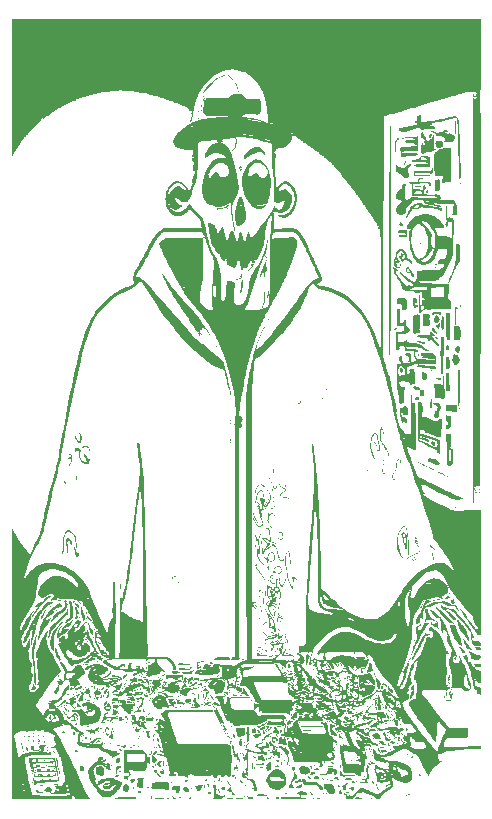
<source format=gbr>
%TF.GenerationSoftware,KiCad,Pcbnew,7.0.9*%
%TF.CreationDate,2023-12-13T11:13:32+03:00*%
%TF.ProjectId,rp2040,72703230-3430-42e6-9b69-6361645f7063,rev?*%
%TF.SameCoordinates,Original*%
%TF.FileFunction,Legend,Bot*%
%TF.FilePolarity,Positive*%
%FSLAX46Y46*%
G04 Gerber Fmt 4.6, Leading zero omitted, Abs format (unit mm)*
G04 Created by KiCad (PCBNEW 7.0.9) date 2023-12-13 11:13:32*
%MOMM*%
%LPD*%
G01*
G04 APERTURE LIST*
G04 APERTURE END LIST*
%TO.C,G\u002A\u002A\u002A*%
G36*
X153096374Y-123493834D02*
G01*
X153086183Y-123491830D01*
X153096869Y-123488275D01*
X153096374Y-123493834D01*
G37*
G36*
X161947099Y-105934656D02*
G01*
X161927710Y-105954046D01*
X161908321Y-105934656D01*
X161927710Y-105915267D01*
X161947099Y-105934656D01*
G37*
G36*
X161947099Y-105818320D02*
G01*
X161927710Y-105837710D01*
X161908321Y-105818320D01*
X161927710Y-105798931D01*
X161947099Y-105818320D01*
G37*
G36*
X161714427Y-105546870D02*
G01*
X161695038Y-105566259D01*
X161675649Y-105546870D01*
X161695038Y-105527481D01*
X161714427Y-105546870D01*
G37*
G36*
X161636870Y-120205191D02*
G01*
X161617481Y-120224580D01*
X161598092Y-120205191D01*
X161617481Y-120185801D01*
X161636870Y-120205191D01*
G37*
G36*
X161636870Y-106089771D02*
G01*
X161617481Y-106109160D01*
X161598092Y-106089771D01*
X161617481Y-106070381D01*
X161636870Y-106089771D01*
G37*
G36*
X161559313Y-106050992D02*
G01*
X161539924Y-106070381D01*
X161520534Y-106050992D01*
X161539924Y-106031603D01*
X161559313Y-106050992D01*
G37*
G36*
X161326641Y-116560000D02*
G01*
X161307252Y-116579389D01*
X161287863Y-116560000D01*
X161307252Y-116540611D01*
X161326641Y-116560000D01*
G37*
G36*
X161249084Y-120088855D02*
G01*
X161229695Y-120108244D01*
X161210305Y-120088855D01*
X161229695Y-120069465D01*
X161249084Y-120088855D01*
G37*
G36*
X161055191Y-101746565D02*
G01*
X161035802Y-101765954D01*
X161016412Y-101746565D01*
X161035802Y-101727175D01*
X161055191Y-101746565D01*
G37*
G36*
X161055191Y-99730076D02*
G01*
X161035802Y-99749465D01*
X161016412Y-99730076D01*
X161035802Y-99710687D01*
X161055191Y-99730076D01*
G37*
G36*
X161055191Y-89492519D02*
G01*
X161035802Y-89511908D01*
X161016412Y-89492519D01*
X161035802Y-89473130D01*
X161055191Y-89492519D01*
G37*
G36*
X161055191Y-86273893D02*
G01*
X161035802Y-86293282D01*
X161016412Y-86273893D01*
X161035802Y-86254504D01*
X161055191Y-86273893D01*
G37*
G36*
X161055191Y-85924885D02*
G01*
X161035802Y-85944275D01*
X161016412Y-85924885D01*
X161035802Y-85905496D01*
X161055191Y-85924885D01*
G37*
G36*
X161055191Y-83132824D02*
G01*
X161035802Y-83152214D01*
X161016412Y-83132824D01*
X161035802Y-83113435D01*
X161055191Y-83132824D01*
G37*
G36*
X161055191Y-82745038D02*
G01*
X161035802Y-82764427D01*
X161016412Y-82745038D01*
X161035802Y-82725649D01*
X161055191Y-82745038D01*
G37*
G36*
X160434733Y-116909007D02*
G01*
X160415344Y-116928397D01*
X160395954Y-116909007D01*
X160415344Y-116889618D01*
X160434733Y-116909007D01*
G37*
G36*
X160395954Y-119429618D02*
G01*
X160376565Y-119449007D01*
X160357176Y-119429618D01*
X160376565Y-119410229D01*
X160395954Y-119429618D01*
G37*
G36*
X160318397Y-119313282D02*
G01*
X160299008Y-119332672D01*
X160279618Y-119313282D01*
X160299008Y-119293893D01*
X160318397Y-119313282D01*
G37*
G36*
X160279618Y-119235725D02*
G01*
X160260229Y-119255114D01*
X160240840Y-119235725D01*
X160260229Y-119216336D01*
X160279618Y-119235725D01*
G37*
G36*
X160279618Y-79410076D02*
G01*
X160260229Y-79429465D01*
X160240840Y-79410076D01*
X160260229Y-79390687D01*
X160279618Y-79410076D01*
G37*
G36*
X159891832Y-107098015D02*
G01*
X159872443Y-107117404D01*
X159853053Y-107098015D01*
X159872443Y-107078626D01*
X159891832Y-107098015D01*
G37*
G36*
X159775496Y-120050076D02*
G01*
X159756107Y-120069465D01*
X159736718Y-120050076D01*
X159756107Y-120030687D01*
X159775496Y-120050076D01*
G37*
G36*
X159697939Y-104693740D02*
G01*
X159678550Y-104713130D01*
X159659160Y-104693740D01*
X159678550Y-104674351D01*
X159697939Y-104693740D01*
G37*
G36*
X159581603Y-122725801D02*
G01*
X159562214Y-122745191D01*
X159542824Y-122725801D01*
X159562214Y-122706412D01*
X159581603Y-122725801D01*
G37*
G36*
X159581603Y-104654962D02*
G01*
X159562214Y-104674351D01*
X159542824Y-104654962D01*
X159562214Y-104635572D01*
X159581603Y-104654962D01*
G37*
G36*
X159504046Y-104616183D02*
G01*
X159484656Y-104635572D01*
X159465267Y-104616183D01*
X159484656Y-104596794D01*
X159504046Y-104616183D01*
G37*
G36*
X159426489Y-121097099D02*
G01*
X159407099Y-121116488D01*
X159387710Y-121097099D01*
X159407099Y-121077710D01*
X159426489Y-121097099D01*
G37*
G36*
X159426489Y-104577404D02*
G01*
X159407099Y-104596794D01*
X159387710Y-104577404D01*
X159407099Y-104558015D01*
X159426489Y-104577404D01*
G37*
G36*
X159310153Y-114931298D02*
G01*
X159290763Y-114950687D01*
X159271374Y-114931298D01*
X159290763Y-114911908D01*
X159310153Y-114931298D01*
G37*
G36*
X158301908Y-110781985D02*
G01*
X158282519Y-110801374D01*
X158263130Y-110781985D01*
X158282519Y-110762595D01*
X158301908Y-110781985D01*
G37*
G36*
X158146794Y-114814962D02*
G01*
X158127405Y-114834351D01*
X158108015Y-114814962D01*
X158127405Y-114795572D01*
X158146794Y-114814962D01*
G37*
G36*
X157720229Y-117684580D02*
G01*
X157700840Y-117703969D01*
X157681450Y-117684580D01*
X157700840Y-117665191D01*
X157720229Y-117684580D01*
G37*
G36*
X157642672Y-106050992D02*
G01*
X157623282Y-106070381D01*
X157603893Y-106050992D01*
X157623282Y-106031603D01*
X157642672Y-106050992D01*
G37*
G36*
X157603893Y-95503206D02*
G01*
X157584504Y-95522595D01*
X157565115Y-95503206D01*
X157584504Y-95483817D01*
X157603893Y-95503206D01*
G37*
G36*
X157603893Y-79293740D02*
G01*
X157584504Y-79313130D01*
X157565115Y-79293740D01*
X157584504Y-79274351D01*
X157603893Y-79293740D01*
G37*
G36*
X157216107Y-127301679D02*
G01*
X157196718Y-127321069D01*
X157177328Y-127301679D01*
X157196718Y-127282290D01*
X157216107Y-127301679D01*
G37*
G36*
X157022214Y-116792672D02*
G01*
X157002824Y-116812061D01*
X156983435Y-116792672D01*
X157002824Y-116773282D01*
X157022214Y-116792672D01*
G37*
G36*
X156867099Y-127340458D02*
G01*
X156847710Y-127359847D01*
X156828321Y-127340458D01*
X156847710Y-127321069D01*
X156867099Y-127340458D01*
G37*
G36*
X156440534Y-118343817D02*
G01*
X156421145Y-118363206D01*
X156401756Y-118343817D01*
X156421145Y-118324427D01*
X156440534Y-118343817D01*
G37*
G36*
X156324198Y-127224122D02*
G01*
X156304809Y-127243511D01*
X156285420Y-127224122D01*
X156304809Y-127204733D01*
X156324198Y-127224122D01*
G37*
G36*
X156324198Y-94262290D02*
G01*
X156304809Y-94281679D01*
X156285420Y-94262290D01*
X156304809Y-94242901D01*
X156324198Y-94262290D01*
G37*
G36*
X156207863Y-127185343D02*
G01*
X156188473Y-127204733D01*
X156169084Y-127185343D01*
X156188473Y-127165954D01*
X156207863Y-127185343D01*
G37*
G36*
X156052748Y-126875114D02*
G01*
X156033359Y-126894504D01*
X156013969Y-126875114D01*
X156033359Y-126855725D01*
X156052748Y-126875114D01*
G37*
G36*
X155626183Y-111518778D02*
G01*
X155606794Y-111538168D01*
X155587405Y-111518778D01*
X155606794Y-111499389D01*
X155626183Y-111518778D01*
G37*
G36*
X155548626Y-131567328D02*
G01*
X155529237Y-131586717D01*
X155509847Y-131567328D01*
X155529237Y-131547939D01*
X155548626Y-131567328D01*
G37*
G36*
X155315954Y-129667175D02*
G01*
X155296565Y-129686565D01*
X155277176Y-129667175D01*
X155296565Y-129647786D01*
X155315954Y-129667175D01*
G37*
G36*
X155199618Y-129434504D02*
G01*
X155180229Y-129453893D01*
X155160840Y-129434504D01*
X155180229Y-129415114D01*
X155199618Y-129434504D01*
G37*
G36*
X155199618Y-114272061D02*
G01*
X155180229Y-114291450D01*
X155160840Y-114272061D01*
X155180229Y-114252672D01*
X155199618Y-114272061D01*
G37*
G36*
X155160840Y-114349618D02*
G01*
X155141450Y-114369007D01*
X155122061Y-114349618D01*
X155141450Y-114330229D01*
X155160840Y-114349618D01*
G37*
G36*
X155122061Y-114427175D02*
G01*
X155102672Y-114446565D01*
X155083282Y-114427175D01*
X155102672Y-114407786D01*
X155122061Y-114427175D01*
G37*
G36*
X154928168Y-126564885D02*
G01*
X154908779Y-126584275D01*
X154889389Y-126564885D01*
X154908779Y-126545496D01*
X154928168Y-126564885D01*
G37*
G36*
X154695496Y-124664733D02*
G01*
X154676107Y-124684122D01*
X154656718Y-124664733D01*
X154676107Y-124645343D01*
X154695496Y-124664733D01*
G37*
G36*
X154617939Y-126526107D02*
G01*
X154598550Y-126545496D01*
X154579160Y-126526107D01*
X154598550Y-126506717D01*
X154617939Y-126526107D01*
G37*
G36*
X154307710Y-126564885D02*
G01*
X154288321Y-126584275D01*
X154268931Y-126564885D01*
X154288321Y-126545496D01*
X154307710Y-126564885D01*
G37*
G36*
X154075038Y-127185343D02*
G01*
X154055649Y-127204733D01*
X154036260Y-127185343D01*
X154055649Y-127165954D01*
X154075038Y-127185343D01*
G37*
G36*
X154075038Y-102289465D02*
G01*
X154055649Y-102308855D01*
X154036260Y-102289465D01*
X154055649Y-102270076D01*
X154075038Y-102289465D01*
G37*
G36*
X154036260Y-124238168D02*
G01*
X154016870Y-124257557D01*
X153997481Y-124238168D01*
X154016870Y-124218778D01*
X154036260Y-124238168D01*
G37*
G36*
X153881145Y-124160611D02*
G01*
X153861756Y-124180000D01*
X153842366Y-124160611D01*
X153861756Y-124141221D01*
X153881145Y-124160611D01*
G37*
G36*
X153881145Y-123695267D02*
G01*
X153861756Y-123714656D01*
X153842366Y-123695267D01*
X153861756Y-123675878D01*
X153881145Y-123695267D01*
G37*
G36*
X153764809Y-125052519D02*
G01*
X153745420Y-125071908D01*
X153726031Y-125052519D01*
X153745420Y-125033130D01*
X153764809Y-125052519D01*
G37*
G36*
X153764809Y-123889160D02*
G01*
X153745420Y-123908549D01*
X153726031Y-123889160D01*
X153745420Y-123869771D01*
X153764809Y-123889160D01*
G37*
G36*
X153726031Y-123772824D02*
G01*
X153706641Y-123792214D01*
X153687252Y-123772824D01*
X153706641Y-123753435D01*
X153726031Y-123772824D01*
G37*
G36*
X153532137Y-123036030D02*
G01*
X153512748Y-123055420D01*
X153493359Y-123036030D01*
X153512748Y-123016641D01*
X153532137Y-123036030D01*
G37*
G36*
X153338244Y-122803359D02*
G01*
X153318855Y-122822748D01*
X153299466Y-122803359D01*
X153318855Y-122783969D01*
X153338244Y-122803359D01*
G37*
G36*
X153221908Y-125983206D02*
G01*
X153202519Y-126002595D01*
X153183130Y-125983206D01*
X153202519Y-125963817D01*
X153221908Y-125983206D01*
G37*
G36*
X153066794Y-126720000D02*
G01*
X153047405Y-126739389D01*
X153028015Y-126720000D01*
X153047405Y-126700611D01*
X153066794Y-126720000D01*
G37*
G36*
X152911679Y-124276946D02*
G01*
X152892290Y-124296336D01*
X152872901Y-124276946D01*
X152892290Y-124257557D01*
X152911679Y-124276946D01*
G37*
G36*
X152872901Y-129240611D02*
G01*
X152853511Y-129260000D01*
X152834122Y-129240611D01*
X152853511Y-129221221D01*
X152872901Y-129240611D01*
G37*
G36*
X152872901Y-128077252D02*
G01*
X152853511Y-128096641D01*
X152834122Y-128077252D01*
X152853511Y-128057862D01*
X152872901Y-128077252D01*
G37*
G36*
X152834122Y-127999694D02*
G01*
X152814733Y-128019084D01*
X152795344Y-127999694D01*
X152814733Y-127980305D01*
X152834122Y-127999694D01*
G37*
G36*
X152795344Y-127573130D02*
G01*
X152775954Y-127592519D01*
X152756565Y-127573130D01*
X152775954Y-127553740D01*
X152795344Y-127573130D01*
G37*
G36*
X152717786Y-125362748D02*
G01*
X152698397Y-125382137D01*
X152679008Y-125362748D01*
X152698397Y-125343359D01*
X152717786Y-125362748D01*
G37*
G36*
X152717786Y-123268702D02*
G01*
X152698397Y-123288091D01*
X152679008Y-123268702D01*
X152698397Y-123249313D01*
X152717786Y-123268702D01*
G37*
G36*
X152407557Y-125517862D02*
G01*
X152388168Y-125537252D01*
X152368779Y-125517862D01*
X152388168Y-125498473D01*
X152407557Y-125517862D01*
G37*
G36*
X152368779Y-120864427D02*
G01*
X152349389Y-120883817D01*
X152330000Y-120864427D01*
X152349389Y-120845038D01*
X152368779Y-120864427D01*
G37*
G36*
X152330000Y-125052519D02*
G01*
X152310611Y-125071908D01*
X152291221Y-125052519D01*
X152310611Y-125033130D01*
X152330000Y-125052519D01*
G37*
G36*
X152252443Y-129744733D02*
G01*
X152233053Y-129764122D01*
X152213664Y-129744733D01*
X152233053Y-129725343D01*
X152252443Y-129744733D01*
G37*
G36*
X152174886Y-120941985D02*
G01*
X152155496Y-120961374D01*
X152136107Y-120941985D01*
X152155496Y-120922595D01*
X152174886Y-120941985D01*
G37*
G36*
X151942214Y-121989007D02*
G01*
X151922824Y-122008397D01*
X151903435Y-121989007D01*
X151922824Y-121969618D01*
X151942214Y-121989007D01*
G37*
G36*
X151903435Y-123074809D02*
G01*
X151884046Y-123094198D01*
X151864656Y-123074809D01*
X151884046Y-123055420D01*
X151903435Y-123074809D01*
G37*
G36*
X151709542Y-121795114D02*
G01*
X151690153Y-121814504D01*
X151670763Y-121795114D01*
X151690153Y-121775725D01*
X151709542Y-121795114D01*
G37*
G36*
X151554427Y-128387481D02*
G01*
X151535038Y-128406870D01*
X151515649Y-128387481D01*
X151535038Y-128368091D01*
X151554427Y-128387481D01*
G37*
G36*
X151515649Y-130016183D02*
G01*
X151496260Y-130035572D01*
X151476870Y-130016183D01*
X151496260Y-129996794D01*
X151515649Y-130016183D01*
G37*
G36*
X151515649Y-128038473D02*
G01*
X151496260Y-128057862D01*
X151476870Y-128038473D01*
X151496260Y-128019084D01*
X151515649Y-128038473D01*
G37*
G36*
X151476870Y-128426259D02*
G01*
X151457481Y-128445649D01*
X151438092Y-128426259D01*
X151457481Y-128406870D01*
X151476870Y-128426259D01*
G37*
G36*
X151476870Y-80612214D02*
G01*
X151457481Y-80631603D01*
X151438092Y-80612214D01*
X151457481Y-80592824D01*
X151476870Y-80612214D01*
G37*
G36*
X151282977Y-125130076D02*
G01*
X151263588Y-125149465D01*
X151244198Y-125130076D01*
X151263588Y-125110687D01*
X151282977Y-125130076D01*
G37*
G36*
X150856412Y-122338015D02*
G01*
X150837023Y-122357404D01*
X150817634Y-122338015D01*
X150837023Y-122318626D01*
X150856412Y-122338015D01*
G37*
G36*
X150817634Y-125323969D02*
G01*
X150798244Y-125343359D01*
X150778855Y-125323969D01*
X150798244Y-125304580D01*
X150817634Y-125323969D01*
G37*
G36*
X150313511Y-126720000D02*
G01*
X150294122Y-126739389D01*
X150274733Y-126720000D01*
X150294122Y-126700611D01*
X150313511Y-126720000D01*
G37*
G36*
X150274733Y-124936183D02*
G01*
X150255344Y-124955572D01*
X150235954Y-124936183D01*
X150255344Y-124916794D01*
X150274733Y-124936183D01*
G37*
G36*
X150274733Y-121252214D02*
G01*
X150255344Y-121271603D01*
X150235954Y-121252214D01*
X150255344Y-121232824D01*
X150274733Y-121252214D01*
G37*
G36*
X150274733Y-120786870D02*
G01*
X150255344Y-120806259D01*
X150235954Y-120786870D01*
X150255344Y-120767481D01*
X150274733Y-120786870D01*
G37*
G36*
X150197176Y-125944427D02*
G01*
X150177786Y-125963817D01*
X150158397Y-125944427D01*
X150177786Y-125925038D01*
X150197176Y-125944427D01*
G37*
G36*
X150197176Y-123811603D02*
G01*
X150177786Y-123830992D01*
X150158397Y-123811603D01*
X150177786Y-123792214D01*
X150197176Y-123811603D01*
G37*
G36*
X150197176Y-122027786D02*
G01*
X150177786Y-122047175D01*
X150158397Y-122027786D01*
X150177786Y-122008397D01*
X150197176Y-122027786D01*
G37*
G36*
X150119618Y-121329771D02*
G01*
X150100229Y-121349160D01*
X150080840Y-121329771D01*
X150100229Y-121310381D01*
X150119618Y-121329771D01*
G37*
G36*
X150080840Y-122764580D02*
G01*
X150061450Y-122783969D01*
X150042061Y-122764580D01*
X150061450Y-122745191D01*
X150080840Y-122764580D01*
G37*
G36*
X149925725Y-126487328D02*
G01*
X149906336Y-126506717D01*
X149886947Y-126487328D01*
X149906336Y-126467939D01*
X149925725Y-126487328D01*
G37*
G36*
X149886947Y-124315725D02*
G01*
X149867557Y-124335114D01*
X149848168Y-124315725D01*
X149867557Y-124296336D01*
X149886947Y-124315725D01*
G37*
G36*
X149693053Y-128581374D02*
G01*
X149673664Y-128600763D01*
X149654275Y-128581374D01*
X149673664Y-128561985D01*
X149693053Y-128581374D01*
G37*
G36*
X149499160Y-129899847D02*
G01*
X149479771Y-129919236D01*
X149460382Y-129899847D01*
X149479771Y-129880458D01*
X149499160Y-129899847D01*
G37*
G36*
X149188931Y-125362748D02*
G01*
X149169542Y-125382137D01*
X149150153Y-125362748D01*
X149169542Y-125343359D01*
X149188931Y-125362748D01*
G37*
G36*
X149188931Y-96666565D02*
G01*
X149169542Y-96685954D01*
X149150153Y-96666565D01*
X149169542Y-96647175D01*
X149188931Y-96666565D01*
G37*
G36*
X149033817Y-97015572D02*
G01*
X149014427Y-97034962D01*
X148995038Y-97015572D01*
X149014427Y-96996183D01*
X149033817Y-97015572D01*
G37*
G36*
X148995038Y-97093130D02*
G01*
X148975649Y-97112519D01*
X148956260Y-97093130D01*
X148975649Y-97073740D01*
X148995038Y-97093130D01*
G37*
G36*
X148917481Y-97325801D02*
G01*
X148898092Y-97345191D01*
X148878702Y-97325801D01*
X148898092Y-97306412D01*
X148917481Y-97325801D01*
G37*
G36*
X148723588Y-97752366D02*
G01*
X148704198Y-97771756D01*
X148684809Y-97752366D01*
X148704198Y-97732977D01*
X148723588Y-97752366D01*
G37*
G36*
X148684809Y-115978320D02*
G01*
X148665420Y-115997710D01*
X148646031Y-115978320D01*
X148665420Y-115958931D01*
X148684809Y-115978320D01*
G37*
G36*
X148646031Y-97868702D02*
G01*
X148626641Y-97888091D01*
X148607252Y-97868702D01*
X148626641Y-97849313D01*
X148646031Y-97868702D01*
G37*
G36*
X148529695Y-98062595D02*
G01*
X148510305Y-98081985D01*
X148490916Y-98062595D01*
X148510305Y-98043206D01*
X148529695Y-98062595D01*
G37*
G36*
X148219466Y-120360305D02*
G01*
X148200076Y-120379694D01*
X148180687Y-120360305D01*
X148200076Y-120340916D01*
X148219466Y-120360305D01*
G37*
G36*
X148219466Y-120243969D02*
G01*
X148200076Y-120263359D01*
X148180687Y-120243969D01*
X148200076Y-120224580D01*
X148219466Y-120243969D01*
G37*
G36*
X148141908Y-122531908D02*
G01*
X148122519Y-122551298D01*
X148103130Y-122531908D01*
X148122519Y-122512519D01*
X148141908Y-122531908D01*
G37*
G36*
X148141908Y-121601221D02*
G01*
X148122519Y-121620611D01*
X148103130Y-121601221D01*
X148122519Y-121581832D01*
X148141908Y-121601221D01*
G37*
G36*
X148103130Y-128930381D02*
G01*
X148083740Y-128949771D01*
X148064351Y-128930381D01*
X148083740Y-128910992D01*
X148103130Y-128930381D01*
G37*
G36*
X148103130Y-122454351D02*
G01*
X148083740Y-122473740D01*
X148064351Y-122454351D01*
X148083740Y-122434962D01*
X148103130Y-122454351D01*
G37*
G36*
X148064351Y-123540152D02*
G01*
X148044962Y-123559542D01*
X148025573Y-123540152D01*
X148044962Y-123520763D01*
X148064351Y-123540152D01*
G37*
G36*
X148064351Y-123268702D02*
G01*
X148044962Y-123288091D01*
X148025573Y-123268702D01*
X148044962Y-123249313D01*
X148064351Y-123268702D01*
G37*
G36*
X147948015Y-121135878D02*
G01*
X147928626Y-121155267D01*
X147909237Y-121135878D01*
X147928626Y-121116488D01*
X147948015Y-121135878D01*
G37*
G36*
X147870458Y-124044275D02*
G01*
X147851069Y-124063664D01*
X147831679Y-124044275D01*
X147851069Y-124024885D01*
X147870458Y-124044275D01*
G37*
G36*
X147870458Y-121290992D02*
G01*
X147851069Y-121310381D01*
X147831679Y-121290992D01*
X147851069Y-121271603D01*
X147870458Y-121290992D01*
G37*
G36*
X147870458Y-121097099D02*
G01*
X147851069Y-121116488D01*
X147831679Y-121097099D01*
X147851069Y-121077710D01*
X147870458Y-121097099D01*
G37*
G36*
X147637786Y-121097099D02*
G01*
X147618397Y-121116488D01*
X147599008Y-121097099D01*
X147618397Y-121077710D01*
X147637786Y-121097099D01*
G37*
G36*
X147443893Y-123578931D02*
G01*
X147424504Y-123598320D01*
X147405115Y-123578931D01*
X147424504Y-123559542D01*
X147443893Y-123578931D01*
G37*
G36*
X147443893Y-121950229D02*
G01*
X147424504Y-121969618D01*
X147405115Y-121950229D01*
X147424504Y-121930840D01*
X147443893Y-121950229D01*
G37*
G36*
X147250000Y-120554198D02*
G01*
X147230611Y-120573588D01*
X147211221Y-120554198D01*
X147230611Y-120534809D01*
X147250000Y-120554198D01*
G37*
G36*
X147133664Y-121989007D02*
G01*
X147114275Y-122008397D01*
X147094886Y-121989007D01*
X147114275Y-121969618D01*
X147133664Y-121989007D01*
G37*
G36*
X147056107Y-120399084D02*
G01*
X147036718Y-120418473D01*
X147017328Y-120399084D01*
X147036718Y-120379694D01*
X147056107Y-120399084D01*
G37*
G36*
X147017328Y-122570687D02*
G01*
X146997939Y-122590076D01*
X146978550Y-122570687D01*
X146997939Y-122551298D01*
X147017328Y-122570687D01*
G37*
G36*
X146978550Y-120515420D02*
G01*
X146959160Y-120534809D01*
X146939771Y-120515420D01*
X146959160Y-120496030D01*
X146978550Y-120515420D01*
G37*
G36*
X146513206Y-126952672D02*
G01*
X146493817Y-126972061D01*
X146474427Y-126952672D01*
X146493817Y-126933282D01*
X146513206Y-126952672D01*
G37*
G36*
X146280534Y-121135878D02*
G01*
X146261145Y-121155267D01*
X146241756Y-121135878D01*
X146261145Y-121116488D01*
X146280534Y-121135878D01*
G37*
G36*
X146164198Y-123191145D02*
G01*
X146144809Y-123210534D01*
X146125420Y-123191145D01*
X146144809Y-123171756D01*
X146164198Y-123191145D01*
G37*
G36*
X146047863Y-126060763D02*
G01*
X146028473Y-126080152D01*
X146009084Y-126060763D01*
X146028473Y-126041374D01*
X146047863Y-126060763D01*
G37*
G36*
X146009084Y-123191145D02*
G01*
X145989695Y-123210534D01*
X145970305Y-123191145D01*
X145989695Y-123171756D01*
X146009084Y-123191145D01*
G37*
G36*
X145970305Y-129279389D02*
G01*
X145950916Y-129298778D01*
X145931527Y-129279389D01*
X145950916Y-129260000D01*
X145970305Y-129279389D01*
G37*
G36*
X145931527Y-129163053D02*
G01*
X145912137Y-129182443D01*
X145892748Y-129163053D01*
X145912137Y-129143664D01*
X145931527Y-129163053D01*
G37*
G36*
X145853969Y-124742290D02*
G01*
X145834580Y-124761679D01*
X145815191Y-124742290D01*
X145834580Y-124722901D01*
X145853969Y-124742290D01*
G37*
G36*
X145815191Y-124897404D02*
G01*
X145795802Y-124916794D01*
X145776412Y-124897404D01*
X145795802Y-124878015D01*
X145815191Y-124897404D01*
G37*
G36*
X145698855Y-124742290D02*
G01*
X145679466Y-124761679D01*
X145660076Y-124742290D01*
X145679466Y-124722901D01*
X145698855Y-124742290D01*
G37*
G36*
X145660076Y-124858626D02*
G01*
X145640687Y-124878015D01*
X145621298Y-124858626D01*
X145640687Y-124839236D01*
X145660076Y-124858626D01*
G37*
G36*
X145582519Y-129318168D02*
G01*
X145563130Y-129337557D01*
X145543740Y-129318168D01*
X145563130Y-129298778D01*
X145582519Y-129318168D01*
G37*
G36*
X145543740Y-120903206D02*
G01*
X145524351Y-120922595D01*
X145504962Y-120903206D01*
X145524351Y-120883817D01*
X145543740Y-120903206D01*
G37*
G36*
X145504962Y-116637557D02*
G01*
X145485573Y-116656946D01*
X145466183Y-116637557D01*
X145485573Y-116618168D01*
X145504962Y-116637557D01*
G37*
G36*
X145349847Y-129085496D02*
G01*
X145330458Y-129104885D01*
X145311069Y-129085496D01*
X145330458Y-129066107D01*
X145349847Y-129085496D01*
G37*
G36*
X145349847Y-126448549D02*
G01*
X145330458Y-126467939D01*
X145311069Y-126448549D01*
X145330458Y-126429160D01*
X145349847Y-126448549D01*
G37*
G36*
X145272290Y-125750534D02*
G01*
X145252901Y-125769923D01*
X145233511Y-125750534D01*
X145252901Y-125731145D01*
X145272290Y-125750534D01*
G37*
G36*
X145233511Y-128503817D02*
G01*
X145214122Y-128523206D01*
X145194733Y-128503817D01*
X145214122Y-128484427D01*
X145233511Y-128503817D01*
G37*
G36*
X144962061Y-114621069D02*
G01*
X144942672Y-114640458D01*
X144923282Y-114621069D01*
X144942672Y-114601679D01*
X144962061Y-114621069D01*
G37*
G36*
X144884504Y-125789313D02*
G01*
X144865115Y-125808702D01*
X144845725Y-125789313D01*
X144865115Y-125769923D01*
X144884504Y-125789313D01*
G37*
G36*
X144884504Y-115357862D02*
G01*
X144865115Y-115377252D01*
X144845725Y-115357862D01*
X144865115Y-115338473D01*
X144884504Y-115357862D01*
G37*
G36*
X144845725Y-115861985D02*
G01*
X144826336Y-115881374D01*
X144806947Y-115861985D01*
X144826336Y-115842595D01*
X144845725Y-115861985D01*
G37*
G36*
X144845725Y-115435420D02*
G01*
X144826336Y-115454809D01*
X144806947Y-115435420D01*
X144826336Y-115416030D01*
X144845725Y-115435420D01*
G37*
G36*
X144768168Y-114814962D02*
G01*
X144748779Y-114834351D01*
X144729389Y-114814962D01*
X144748779Y-114795572D01*
X144768168Y-114814962D01*
G37*
G36*
X144457939Y-128503817D02*
G01*
X144438550Y-128523206D01*
X144419160Y-128503817D01*
X144438550Y-128484427D01*
X144457939Y-128503817D01*
G37*
G36*
X144457939Y-125828091D02*
G01*
X144438550Y-125847481D01*
X144419160Y-125828091D01*
X144438550Y-125808702D01*
X144457939Y-125828091D01*
G37*
G36*
X144457939Y-117451908D02*
G01*
X144438550Y-117471298D01*
X144419160Y-117451908D01*
X144438550Y-117432519D01*
X144457939Y-117451908D01*
G37*
G36*
X144341603Y-104965191D02*
G01*
X144322214Y-104984580D01*
X144302824Y-104965191D01*
X144322214Y-104945801D01*
X144341603Y-104965191D01*
G37*
G36*
X144341603Y-90617099D02*
G01*
X144322214Y-90636488D01*
X144302824Y-90617099D01*
X144322214Y-90597710D01*
X144341603Y-90617099D01*
G37*
G36*
X144302824Y-104887633D02*
G01*
X144283435Y-104907023D01*
X144264046Y-104887633D01*
X144283435Y-104868244D01*
X144302824Y-104887633D01*
G37*
G36*
X144302824Y-90694656D02*
G01*
X144283435Y-90714046D01*
X144264046Y-90694656D01*
X144283435Y-90675267D01*
X144302824Y-90694656D01*
G37*
G36*
X144264046Y-104810076D02*
G01*
X144244656Y-104829465D01*
X144225267Y-104810076D01*
X144244656Y-104790687D01*
X144264046Y-104810076D01*
G37*
G36*
X144264046Y-90772214D02*
G01*
X144244656Y-90791603D01*
X144225267Y-90772214D01*
X144244656Y-90752824D01*
X144264046Y-90772214D01*
G37*
G36*
X144225267Y-126758778D02*
G01*
X144205878Y-126778168D01*
X144186489Y-126758778D01*
X144205878Y-126739389D01*
X144225267Y-126758778D01*
G37*
G36*
X144225267Y-90849771D02*
G01*
X144205878Y-90869160D01*
X144186489Y-90849771D01*
X144205878Y-90830381D01*
X144225267Y-90849771D01*
G37*
G36*
X144186489Y-90927328D02*
G01*
X144167099Y-90946717D01*
X144147710Y-90927328D01*
X144167099Y-90907939D01*
X144186489Y-90927328D01*
G37*
G36*
X144070153Y-89298626D02*
G01*
X144050763Y-89318015D01*
X144031374Y-89298626D01*
X144050763Y-89279236D01*
X144070153Y-89298626D01*
G37*
G36*
X144031374Y-112914809D02*
G01*
X144011985Y-112934198D01*
X143992595Y-112914809D01*
X144011985Y-112895420D01*
X144031374Y-112914809D01*
G37*
G36*
X143876260Y-104965191D02*
G01*
X143856870Y-104984580D01*
X143837481Y-104965191D01*
X143856870Y-104945801D01*
X143876260Y-104965191D01*
G37*
G36*
X143798702Y-112178015D02*
G01*
X143779313Y-112197404D01*
X143759924Y-112178015D01*
X143779313Y-112158626D01*
X143798702Y-112178015D01*
G37*
G36*
X143798702Y-91664122D02*
G01*
X143779313Y-91683511D01*
X143759924Y-91664122D01*
X143779313Y-91644733D01*
X143798702Y-91664122D01*
G37*
G36*
X143759924Y-115590534D02*
G01*
X143740534Y-115609923D01*
X143721145Y-115590534D01*
X143740534Y-115571145D01*
X143759924Y-115590534D01*
G37*
G36*
X143759924Y-104887633D02*
G01*
X143740534Y-104907023D01*
X143721145Y-104887633D01*
X143740534Y-104868244D01*
X143759924Y-104887633D01*
G37*
G36*
X143527252Y-94107175D02*
G01*
X143507863Y-94126565D01*
X143488473Y-94107175D01*
X143507863Y-94087786D01*
X143527252Y-94107175D01*
G37*
G36*
X143410916Y-115474198D02*
G01*
X143391527Y-115493588D01*
X143372137Y-115474198D01*
X143391527Y-115454809D01*
X143410916Y-115474198D01*
G37*
G36*
X143372137Y-115396641D02*
G01*
X143352748Y-115416030D01*
X143333359Y-115396641D01*
X143352748Y-115377252D01*
X143372137Y-115396641D01*
G37*
G36*
X143255802Y-116560000D02*
G01*
X143236412Y-116579389D01*
X143217023Y-116560000D01*
X143236412Y-116540611D01*
X143255802Y-116560000D01*
G37*
G36*
X143255802Y-87786259D02*
G01*
X143236412Y-87805649D01*
X143217023Y-87786259D01*
X143236412Y-87766870D01*
X143255802Y-87786259D01*
G37*
G36*
X143217023Y-87902595D02*
G01*
X143197634Y-87921985D01*
X143178244Y-87902595D01*
X143197634Y-87883206D01*
X143217023Y-87902595D01*
G37*
G36*
X143100687Y-119352061D02*
G01*
X143081298Y-119371450D01*
X143061908Y-119352061D01*
X143081298Y-119332672D01*
X143100687Y-119352061D01*
G37*
G36*
X143023130Y-119274504D02*
G01*
X143003740Y-119293893D01*
X142984351Y-119274504D01*
X143003740Y-119255114D01*
X143023130Y-119274504D01*
G37*
G36*
X142790458Y-123307481D02*
G01*
X142771069Y-123326870D01*
X142751679Y-123307481D01*
X142771069Y-123288091D01*
X142790458Y-123307481D01*
G37*
G36*
X142596565Y-126836336D02*
G01*
X142577176Y-126855725D01*
X142557786Y-126836336D01*
X142577176Y-126816946D01*
X142596565Y-126836336D01*
G37*
G36*
X142596565Y-123346259D02*
G01*
X142577176Y-123365649D01*
X142557786Y-123346259D01*
X142577176Y-123326870D01*
X142596565Y-123346259D01*
G37*
G36*
X142480229Y-127185343D02*
G01*
X142460840Y-127204733D01*
X142441450Y-127185343D01*
X142460840Y-127165954D01*
X142480229Y-127185343D01*
G37*
G36*
X142208779Y-127418015D02*
G01*
X142189389Y-127437404D01*
X142170000Y-127418015D01*
X142189389Y-127398626D01*
X142208779Y-127418015D01*
G37*
G36*
X142208779Y-86778015D02*
G01*
X142189389Y-86797404D01*
X142170000Y-86778015D01*
X142189389Y-86758626D01*
X142208779Y-86778015D01*
G37*
G36*
X142092443Y-128891603D02*
G01*
X142073053Y-128910992D01*
X142053664Y-128891603D01*
X142073053Y-128872214D01*
X142092443Y-128891603D01*
G37*
G36*
X141976107Y-126797557D02*
G01*
X141956718Y-126816946D01*
X141937328Y-126797557D01*
X141956718Y-126778168D01*
X141976107Y-126797557D01*
G37*
G36*
X141976107Y-87243359D02*
G01*
X141956718Y-87262748D01*
X141937328Y-87243359D01*
X141956718Y-87223969D01*
X141976107Y-87243359D01*
G37*
G36*
X141898550Y-73942290D02*
G01*
X141879160Y-73961679D01*
X141859771Y-73942290D01*
X141879160Y-73922901D01*
X141898550Y-73942290D01*
G37*
G36*
X141704656Y-87398473D02*
G01*
X141685267Y-87417862D01*
X141665878Y-87398473D01*
X141685267Y-87379084D01*
X141704656Y-87398473D01*
G37*
G36*
X141588321Y-127689465D02*
G01*
X141568931Y-127708855D01*
X141549542Y-127689465D01*
X141568931Y-127670076D01*
X141588321Y-127689465D01*
G37*
G36*
X141549542Y-121640000D02*
G01*
X141530153Y-121659389D01*
X141510763Y-121640000D01*
X141530153Y-121620611D01*
X141549542Y-121640000D01*
G37*
G36*
X141471985Y-87631145D02*
G01*
X141452595Y-87650534D01*
X141433206Y-87631145D01*
X141452595Y-87611756D01*
X141471985Y-87631145D01*
G37*
G36*
X141433206Y-128736488D02*
G01*
X141413817Y-128755878D01*
X141394427Y-128736488D01*
X141413817Y-128717099D01*
X141433206Y-128736488D01*
G37*
G36*
X141394427Y-71538015D02*
G01*
X141375038Y-71557404D01*
X141355649Y-71538015D01*
X141375038Y-71518626D01*
X141394427Y-71538015D01*
G37*
G36*
X141355649Y-126720000D02*
G01*
X141336260Y-126739389D01*
X141316870Y-126720000D01*
X141336260Y-126700611D01*
X141355649Y-126720000D01*
G37*
G36*
X141355649Y-71460458D02*
G01*
X141336260Y-71479847D01*
X141316870Y-71460458D01*
X141336260Y-71441069D01*
X141355649Y-71460458D01*
G37*
G36*
X141316870Y-71382901D02*
G01*
X141297481Y-71402290D01*
X141278092Y-71382901D01*
X141297481Y-71363511D01*
X141316870Y-71382901D01*
G37*
G36*
X141161756Y-125866870D02*
G01*
X141142366Y-125886259D01*
X141122977Y-125866870D01*
X141142366Y-125847481D01*
X141161756Y-125866870D01*
G37*
G36*
X141122977Y-120360305D02*
G01*
X141103588Y-120379694D01*
X141084198Y-120360305D01*
X141103588Y-120340916D01*
X141122977Y-120360305D01*
G37*
G36*
X140929084Y-125866870D02*
G01*
X140909695Y-125886259D01*
X140890305Y-125866870D01*
X140909695Y-125847481D01*
X140929084Y-125866870D01*
G37*
G36*
X140929084Y-125789313D02*
G01*
X140909695Y-125808702D01*
X140890305Y-125789313D01*
X140909695Y-125769923D01*
X140929084Y-125789313D01*
G37*
G36*
X140851527Y-102367023D02*
G01*
X140832137Y-102386412D01*
X140812748Y-102367023D01*
X140832137Y-102347633D01*
X140851527Y-102367023D01*
G37*
G36*
X140851527Y-102250687D02*
G01*
X140832137Y-102270076D01*
X140812748Y-102250687D01*
X140832137Y-102231298D01*
X140851527Y-102250687D01*
G37*
G36*
X140851527Y-102134351D02*
G01*
X140832137Y-102153740D01*
X140812748Y-102134351D01*
X140832137Y-102114962D01*
X140851527Y-102134351D01*
G37*
G36*
X140580076Y-72274809D02*
G01*
X140560687Y-72294198D01*
X140541298Y-72274809D01*
X140560687Y-72255420D01*
X140580076Y-72274809D01*
G37*
G36*
X140502519Y-81698015D02*
G01*
X140483130Y-81717404D01*
X140463740Y-81698015D01*
X140483130Y-81678626D01*
X140502519Y-81698015D01*
G37*
G36*
X140463740Y-81814351D02*
G01*
X140444351Y-81833740D01*
X140424962Y-81814351D01*
X140444351Y-81794962D01*
X140463740Y-81814351D01*
G37*
G36*
X140308626Y-77316030D02*
G01*
X140289237Y-77335420D01*
X140269847Y-77316030D01*
X140289237Y-77296641D01*
X140308626Y-77316030D01*
G37*
G36*
X140153511Y-89608855D02*
G01*
X140134122Y-89628244D01*
X140114733Y-89608855D01*
X140134122Y-89589465D01*
X140153511Y-89608855D01*
G37*
G36*
X140114733Y-86118778D02*
G01*
X140095344Y-86138168D01*
X140075954Y-86118778D01*
X140095344Y-86099389D01*
X140114733Y-86118778D01*
G37*
G36*
X140075954Y-83365496D02*
G01*
X140056565Y-83384885D01*
X140037176Y-83365496D01*
X140056565Y-83346107D01*
X140075954Y-83365496D01*
G37*
G36*
X140037176Y-121329771D02*
G01*
X140017786Y-121349160D01*
X139998397Y-121329771D01*
X140017786Y-121310381D01*
X140037176Y-121329771D01*
G37*
G36*
X139998397Y-121213435D02*
G01*
X139979008Y-121232824D01*
X139959618Y-121213435D01*
X139979008Y-121194046D01*
X139998397Y-121213435D01*
G37*
G36*
X139998397Y-120554198D02*
G01*
X139979008Y-120573588D01*
X139959618Y-120554198D01*
X139979008Y-120534809D01*
X139998397Y-120554198D01*
G37*
G36*
X139998397Y-120321527D02*
G01*
X139979008Y-120340916D01*
X139959618Y-120321527D01*
X139979008Y-120302137D01*
X139998397Y-120321527D01*
G37*
G36*
X139998397Y-94145954D02*
G01*
X139979008Y-94165343D01*
X139959618Y-94145954D01*
X139979008Y-94126565D01*
X139998397Y-94145954D01*
G37*
G36*
X139959618Y-121290992D02*
G01*
X139940229Y-121310381D01*
X139920840Y-121290992D01*
X139940229Y-121271603D01*
X139959618Y-121290992D01*
G37*
G36*
X139959618Y-85886107D02*
G01*
X139940229Y-85905496D01*
X139920840Y-85886107D01*
X139940229Y-85866717D01*
X139959618Y-85886107D01*
G37*
G36*
X139882061Y-120321527D02*
G01*
X139862672Y-120340916D01*
X139843282Y-120321527D01*
X139862672Y-120302137D01*
X139882061Y-120321527D01*
G37*
G36*
X139843282Y-93758168D02*
G01*
X139823893Y-93777557D01*
X139804504Y-93758168D01*
X139823893Y-93738778D01*
X139843282Y-93758168D01*
G37*
G36*
X139765725Y-81853130D02*
G01*
X139746336Y-81872519D01*
X139726947Y-81853130D01*
X139746336Y-81833740D01*
X139765725Y-81853130D01*
G37*
G36*
X139726947Y-70878778D02*
G01*
X139707557Y-70898168D01*
X139688168Y-70878778D01*
X139707557Y-70859389D01*
X139726947Y-70878778D01*
G37*
G36*
X139688168Y-93447939D02*
G01*
X139668779Y-93467328D01*
X139649389Y-93447939D01*
X139668779Y-93428549D01*
X139688168Y-93447939D01*
G37*
G36*
X139649389Y-93370381D02*
G01*
X139630000Y-93389771D01*
X139610611Y-93370381D01*
X139630000Y-93350992D01*
X139649389Y-93370381D01*
G37*
G36*
X139610611Y-123423817D02*
G01*
X139591221Y-123443206D01*
X139571832Y-123423817D01*
X139591221Y-123404427D01*
X139610611Y-123423817D01*
G37*
G36*
X139610611Y-123307481D02*
G01*
X139591221Y-123326870D01*
X139571832Y-123307481D01*
X139591221Y-123288091D01*
X139610611Y-123307481D01*
G37*
G36*
X139339160Y-123578931D02*
G01*
X139319771Y-123598320D01*
X139300382Y-123578931D01*
X139319771Y-123559542D01*
X139339160Y-123578931D01*
G37*
G36*
X139339160Y-92827481D02*
G01*
X139319771Y-92846870D01*
X139300382Y-92827481D01*
X139319771Y-92808091D01*
X139339160Y-92827481D01*
G37*
G36*
X139184046Y-124005496D02*
G01*
X139164656Y-124024885D01*
X139145267Y-124005496D01*
X139164656Y-123986107D01*
X139184046Y-124005496D01*
G37*
G36*
X139106489Y-81581679D02*
G01*
X139087099Y-81601069D01*
X139067710Y-81581679D01*
X139087099Y-81562290D01*
X139106489Y-81581679D01*
G37*
G36*
X139067710Y-121833893D02*
G01*
X139048321Y-121853282D01*
X139028931Y-121833893D01*
X139048321Y-121814504D01*
X139067710Y-121833893D01*
G37*
G36*
X138990153Y-121911450D02*
G01*
X138970763Y-121930840D01*
X138951374Y-121911450D01*
X138970763Y-121892061D01*
X138990153Y-121911450D01*
G37*
G36*
X138990153Y-81542901D02*
G01*
X138970763Y-81562290D01*
X138951374Y-81542901D01*
X138970763Y-81523511D01*
X138990153Y-81542901D01*
G37*
G36*
X138912595Y-123191145D02*
G01*
X138893206Y-123210534D01*
X138873817Y-123191145D01*
X138893206Y-123171756D01*
X138912595Y-123191145D01*
G37*
G36*
X138912595Y-122027786D02*
G01*
X138893206Y-122047175D01*
X138873817Y-122027786D01*
X138893206Y-122008397D01*
X138912595Y-122027786D01*
G37*
G36*
X138873817Y-123268702D02*
G01*
X138854427Y-123288091D01*
X138835038Y-123268702D01*
X138854427Y-123249313D01*
X138873817Y-123268702D01*
G37*
G36*
X138757481Y-123462595D02*
G01*
X138738092Y-123481985D01*
X138718702Y-123462595D01*
X138738092Y-123443206D01*
X138757481Y-123462595D01*
G37*
G36*
X138641145Y-122570687D02*
G01*
X138621756Y-122590076D01*
X138602366Y-122570687D01*
X138621756Y-122551298D01*
X138641145Y-122570687D01*
G37*
G36*
X138563588Y-91896794D02*
G01*
X138544198Y-91916183D01*
X138524809Y-91896794D01*
X138544198Y-91877404D01*
X138563588Y-91896794D01*
G37*
G36*
X138524809Y-93098931D02*
G01*
X138505420Y-93118320D01*
X138486031Y-93098931D01*
X138505420Y-93079542D01*
X138524809Y-93098931D01*
G37*
G36*
X138524809Y-92013130D02*
G01*
X138505420Y-92032519D01*
X138486031Y-92013130D01*
X138505420Y-91993740D01*
X138524809Y-92013130D01*
G37*
G36*
X138524809Y-73787175D02*
G01*
X138505420Y-73806565D01*
X138486031Y-73787175D01*
X138505420Y-73767786D01*
X138524809Y-73787175D01*
G37*
G36*
X138524809Y-72895267D02*
G01*
X138505420Y-72914656D01*
X138486031Y-72895267D01*
X138505420Y-72875878D01*
X138524809Y-72895267D01*
G37*
G36*
X138486031Y-123229923D02*
G01*
X138466641Y-123249313D01*
X138447252Y-123229923D01*
X138466641Y-123210534D01*
X138486031Y-123229923D01*
G37*
G36*
X138447252Y-92905038D02*
G01*
X138427863Y-92924427D01*
X138408473Y-92905038D01*
X138427863Y-92885649D01*
X138447252Y-92905038D01*
G37*
G36*
X138408473Y-120670534D02*
G01*
X138389084Y-120689923D01*
X138369695Y-120670534D01*
X138389084Y-120651145D01*
X138408473Y-120670534D01*
G37*
G36*
X138408473Y-92827481D02*
G01*
X138389084Y-92846870D01*
X138369695Y-92827481D01*
X138389084Y-92808091D01*
X138408473Y-92827481D01*
G37*
G36*
X138408473Y-92439694D02*
G01*
X138389084Y-92459084D01*
X138369695Y-92439694D01*
X138389084Y-92420305D01*
X138408473Y-92439694D01*
G37*
G36*
X138369695Y-92749923D02*
G01*
X138350305Y-92769313D01*
X138330916Y-92749923D01*
X138350305Y-92730534D01*
X138369695Y-92749923D01*
G37*
G36*
X138292137Y-123695267D02*
G01*
X138272748Y-123714656D01*
X138253359Y-123695267D01*
X138272748Y-123675878D01*
X138292137Y-123695267D01*
G37*
G36*
X138292137Y-123268702D02*
G01*
X138272748Y-123288091D01*
X138253359Y-123268702D01*
X138272748Y-123249313D01*
X138292137Y-123268702D01*
G37*
G36*
X138175802Y-123346259D02*
G01*
X138156412Y-123365649D01*
X138137023Y-123346259D01*
X138156412Y-123326870D01*
X138175802Y-123346259D01*
G37*
G36*
X138137023Y-123656488D02*
G01*
X138117634Y-123675878D01*
X138098244Y-123656488D01*
X138117634Y-123637099D01*
X138137023Y-123656488D01*
G37*
G36*
X138137023Y-73554504D02*
G01*
X138117634Y-73573893D01*
X138098244Y-73554504D01*
X138117634Y-73535114D01*
X138137023Y-73554504D01*
G37*
G36*
X137826794Y-122764580D02*
G01*
X137807405Y-122783969D01*
X137788015Y-122764580D01*
X137807405Y-122745191D01*
X137826794Y-122764580D01*
G37*
G36*
X137826794Y-122260458D02*
G01*
X137807405Y-122279847D01*
X137788015Y-122260458D01*
X137807405Y-122241069D01*
X137826794Y-122260458D01*
G37*
G36*
X137710458Y-122338015D02*
G01*
X137691069Y-122357404D01*
X137671679Y-122338015D01*
X137691069Y-122318626D01*
X137710458Y-122338015D01*
G37*
G36*
X137671679Y-80457099D02*
G01*
X137652290Y-80476488D01*
X137632901Y-80457099D01*
X137652290Y-80437710D01*
X137671679Y-80457099D01*
G37*
G36*
X137632901Y-123540152D02*
G01*
X137613511Y-123559542D01*
X137594122Y-123540152D01*
X137613511Y-123520763D01*
X137632901Y-123540152D01*
G37*
G36*
X137632901Y-123074809D02*
G01*
X137613511Y-123094198D01*
X137594122Y-123074809D01*
X137613511Y-123055420D01*
X137632901Y-123074809D01*
G37*
G36*
X137516565Y-123113588D02*
G01*
X137497176Y-123132977D01*
X137477786Y-123113588D01*
X137497176Y-123094198D01*
X137516565Y-123113588D01*
G37*
G36*
X137516565Y-121368549D02*
G01*
X137497176Y-121387939D01*
X137477786Y-121368549D01*
X137497176Y-121349160D01*
X137516565Y-121368549D01*
G37*
G36*
X137439008Y-122803359D02*
G01*
X137419618Y-122822748D01*
X137400229Y-122803359D01*
X137419618Y-122783969D01*
X137439008Y-122803359D01*
G37*
G36*
X137439008Y-81310229D02*
G01*
X137419618Y-81329618D01*
X137400229Y-81310229D01*
X137419618Y-81290840D01*
X137439008Y-81310229D01*
G37*
G36*
X137012443Y-123772824D02*
G01*
X136993053Y-123792214D01*
X136973664Y-123772824D01*
X136993053Y-123753435D01*
X137012443Y-123772824D01*
G37*
G36*
X136934886Y-123501374D02*
G01*
X136915496Y-123520763D01*
X136896107Y-123501374D01*
X136915496Y-123481985D01*
X136934886Y-123501374D01*
G37*
G36*
X136896107Y-73166717D02*
G01*
X136876718Y-73186107D01*
X136857328Y-73166717D01*
X136876718Y-73147328D01*
X136896107Y-73166717D01*
G37*
G36*
X136198092Y-123074809D02*
G01*
X136178702Y-123094198D01*
X136159313Y-123074809D01*
X136178702Y-123055420D01*
X136198092Y-123074809D01*
G37*
G36*
X136159313Y-113496488D02*
G01*
X136139924Y-113515878D01*
X136120534Y-113496488D01*
X136139924Y-113477099D01*
X136159313Y-113496488D01*
G37*
G36*
X135693969Y-91741679D02*
G01*
X135674580Y-91761069D01*
X135655191Y-91741679D01*
X135674580Y-91722290D01*
X135693969Y-91741679D01*
G37*
G36*
X135344962Y-120941985D02*
G01*
X135325573Y-120961374D01*
X135306183Y-120941985D01*
X135325573Y-120922595D01*
X135344962Y-120941985D01*
G37*
G36*
X135189847Y-121174656D02*
G01*
X135170458Y-121194046D01*
X135151069Y-121174656D01*
X135170458Y-121155267D01*
X135189847Y-121174656D01*
G37*
G36*
X134995954Y-121640000D02*
G01*
X134976565Y-121659389D01*
X134957176Y-121640000D01*
X134976565Y-121620611D01*
X134995954Y-121640000D01*
G37*
G36*
X134802061Y-124858626D02*
G01*
X134782672Y-124878015D01*
X134763282Y-124858626D01*
X134782672Y-124839236D01*
X134802061Y-124858626D01*
G37*
G36*
X134530611Y-121562443D02*
G01*
X134511221Y-121581832D01*
X134491832Y-121562443D01*
X134511221Y-121543053D01*
X134530611Y-121562443D01*
G37*
G36*
X134375496Y-127573130D02*
G01*
X134356107Y-127592519D01*
X134336718Y-127573130D01*
X134356107Y-127553740D01*
X134375496Y-127573130D01*
G37*
G36*
X134220382Y-127069007D02*
G01*
X134200992Y-127088397D01*
X134181603Y-127069007D01*
X134200992Y-127049618D01*
X134220382Y-127069007D01*
G37*
G36*
X134220382Y-126836336D02*
G01*
X134200992Y-126855725D01*
X134181603Y-126836336D01*
X134200992Y-126816946D01*
X134220382Y-126836336D01*
G37*
G36*
X134220382Y-72274809D02*
G01*
X134200992Y-72294198D01*
X134181603Y-72274809D01*
X134200992Y-72255420D01*
X134220382Y-72274809D01*
G37*
G36*
X134142824Y-127379236D02*
G01*
X134123435Y-127398626D01*
X134104046Y-127379236D01*
X134123435Y-127359847D01*
X134142824Y-127379236D01*
G37*
G36*
X134142824Y-123423817D02*
G01*
X134123435Y-123443206D01*
X134104046Y-123423817D01*
X134123435Y-123404427D01*
X134142824Y-123423817D01*
G37*
G36*
X134142824Y-121833893D02*
G01*
X134123435Y-121853282D01*
X134104046Y-121833893D01*
X134123435Y-121814504D01*
X134142824Y-121833893D01*
G37*
G36*
X134065267Y-121989007D02*
G01*
X134045878Y-122008397D01*
X134026489Y-121989007D01*
X134045878Y-121969618D01*
X134065267Y-121989007D01*
G37*
G36*
X133832595Y-131257099D02*
G01*
X133813206Y-131276488D01*
X133793817Y-131257099D01*
X133813206Y-131237710D01*
X133832595Y-131257099D01*
G37*
G36*
X133793817Y-122725801D02*
G01*
X133774427Y-122745191D01*
X133755038Y-122725801D01*
X133774427Y-122706412D01*
X133793817Y-122725801D01*
G37*
G36*
X133716260Y-122182901D02*
G01*
X133696870Y-122202290D01*
X133677481Y-122182901D01*
X133696870Y-122163511D01*
X133716260Y-122182901D01*
G37*
G36*
X133716260Y-122027786D02*
G01*
X133696870Y-122047175D01*
X133677481Y-122027786D01*
X133696870Y-122008397D01*
X133716260Y-122027786D01*
G37*
G36*
X133677481Y-122764580D02*
G01*
X133658092Y-122783969D01*
X133638702Y-122764580D01*
X133658092Y-122745191D01*
X133677481Y-122764580D01*
G37*
G36*
X133599924Y-126913893D02*
G01*
X133580534Y-126933282D01*
X133561145Y-126913893D01*
X133580534Y-126894504D01*
X133599924Y-126913893D01*
G37*
G36*
X133483588Y-126060763D02*
G01*
X133464198Y-126080152D01*
X133444809Y-126060763D01*
X133464198Y-126041374D01*
X133483588Y-126060763D01*
G37*
G36*
X133483588Y-123113588D02*
G01*
X133464198Y-123132977D01*
X133444809Y-123113588D01*
X133464198Y-123094198D01*
X133483588Y-123113588D01*
G37*
G36*
X133367252Y-126060763D02*
G01*
X133347863Y-126080152D01*
X133328473Y-126060763D01*
X133347863Y-126041374D01*
X133367252Y-126060763D01*
G37*
G36*
X133367252Y-124432061D02*
G01*
X133347863Y-124451450D01*
X133328473Y-124432061D01*
X133347863Y-124412672D01*
X133367252Y-124432061D01*
G37*
G36*
X133250916Y-93060152D02*
G01*
X133231527Y-93079542D01*
X133212137Y-93060152D01*
X133231527Y-93040763D01*
X133250916Y-93060152D01*
G37*
G36*
X133095802Y-93254046D02*
G01*
X133076412Y-93273435D01*
X133057023Y-93254046D01*
X133076412Y-93234656D01*
X133095802Y-93254046D01*
G37*
G36*
X133057023Y-123695267D02*
G01*
X133037634Y-123714656D01*
X133018244Y-123695267D01*
X133037634Y-123675878D01*
X133057023Y-123695267D01*
G37*
G36*
X133057023Y-93331603D02*
G01*
X133037634Y-93350992D01*
X133018244Y-93331603D01*
X133037634Y-93312214D01*
X133057023Y-93331603D01*
G37*
G36*
X133018244Y-126293435D02*
G01*
X132998855Y-126312824D01*
X132979466Y-126293435D01*
X132998855Y-126274046D01*
X133018244Y-126293435D01*
G37*
G36*
X133018244Y-123772824D02*
G01*
X132998855Y-123792214D01*
X132979466Y-123772824D01*
X132998855Y-123753435D01*
X133018244Y-123772824D01*
G37*
G36*
X133018244Y-93409160D02*
G01*
X132998855Y-93428549D01*
X132979466Y-93409160D01*
X132998855Y-93389771D01*
X133018244Y-93409160D01*
G37*
G36*
X132785573Y-131257099D02*
G01*
X132766183Y-131276488D01*
X132746794Y-131257099D01*
X132766183Y-131237710D01*
X132785573Y-131257099D01*
G37*
G36*
X132708015Y-125866870D02*
G01*
X132688626Y-125886259D01*
X132669237Y-125866870D01*
X132688626Y-125847481D01*
X132708015Y-125866870D01*
G37*
G36*
X132669237Y-96433893D02*
G01*
X132649847Y-96453282D01*
X132630458Y-96433893D01*
X132649847Y-96414504D01*
X132669237Y-96433893D01*
G37*
G36*
X132630458Y-96278778D02*
G01*
X132611069Y-96298168D01*
X132591679Y-96278778D01*
X132611069Y-96259389D01*
X132630458Y-96278778D01*
G37*
G36*
X132591679Y-96162443D02*
G01*
X132572290Y-96181832D01*
X132552901Y-96162443D01*
X132572290Y-96143053D01*
X132591679Y-96162443D01*
G37*
G36*
X132552901Y-96046107D02*
G01*
X132533511Y-96065496D01*
X132514122Y-96046107D01*
X132533511Y-96026717D01*
X132552901Y-96046107D01*
G37*
G36*
X132514122Y-130481527D02*
G01*
X132494733Y-130500916D01*
X132475344Y-130481527D01*
X132494733Y-130462137D01*
X132514122Y-130481527D01*
G37*
G36*
X132514122Y-95929771D02*
G01*
X132494733Y-95949160D01*
X132475344Y-95929771D01*
X132494733Y-95910381D01*
X132514122Y-95929771D01*
G37*
G36*
X132475344Y-95813435D02*
G01*
X132455954Y-95832824D01*
X132436565Y-95813435D01*
X132455954Y-95794046D01*
X132475344Y-95813435D01*
G37*
G36*
X132436565Y-95735878D02*
G01*
X132417176Y-95755267D01*
X132397786Y-95735878D01*
X132417176Y-95716488D01*
X132436565Y-95735878D01*
G37*
G36*
X132320229Y-121290992D02*
G01*
X132300840Y-121310381D01*
X132281450Y-121290992D01*
X132300840Y-121271603D01*
X132320229Y-121290992D01*
G37*
G36*
X132320229Y-95503206D02*
G01*
X132300840Y-95522595D01*
X132281450Y-95503206D01*
X132300840Y-95483817D01*
X132320229Y-95503206D01*
G37*
G36*
X132242672Y-121678778D02*
G01*
X132223282Y-121698168D01*
X132203893Y-121678778D01*
X132223282Y-121659389D01*
X132242672Y-121678778D01*
G37*
G36*
X132165115Y-127185343D02*
G01*
X132145725Y-127204733D01*
X132126336Y-127185343D01*
X132145725Y-127165954D01*
X132165115Y-127185343D01*
G37*
G36*
X132048779Y-124625954D02*
G01*
X132029389Y-124645343D01*
X132010000Y-124625954D01*
X132029389Y-124606565D01*
X132048779Y-124625954D01*
G37*
G36*
X131893664Y-121601221D02*
G01*
X131874275Y-121620611D01*
X131854886Y-121601221D01*
X131874275Y-121581832D01*
X131893664Y-121601221D01*
G37*
G36*
X131660992Y-124470840D02*
G01*
X131641603Y-124490229D01*
X131622214Y-124470840D01*
X131641603Y-124451450D01*
X131660992Y-124470840D01*
G37*
G36*
X131583435Y-122531908D02*
G01*
X131564046Y-122551298D01*
X131544656Y-122531908D01*
X131564046Y-122512519D01*
X131583435Y-122531908D01*
G37*
G36*
X131505878Y-124742290D02*
G01*
X131486489Y-124761679D01*
X131467099Y-124742290D01*
X131486489Y-124722901D01*
X131505878Y-124742290D01*
G37*
G36*
X131389542Y-125323969D02*
G01*
X131370153Y-125343359D01*
X131350763Y-125323969D01*
X131370153Y-125304580D01*
X131389542Y-125323969D01*
G37*
G36*
X131234427Y-127030229D02*
G01*
X131215038Y-127049618D01*
X131195649Y-127030229D01*
X131215038Y-127010840D01*
X131234427Y-127030229D01*
G37*
G36*
X131195649Y-121989007D02*
G01*
X131176260Y-122008397D01*
X131156870Y-121989007D01*
X131176260Y-121969618D01*
X131195649Y-121989007D01*
G37*
G36*
X131118092Y-123036030D02*
G01*
X131098702Y-123055420D01*
X131079313Y-123036030D01*
X131098702Y-123016641D01*
X131118092Y-123036030D01*
G37*
G36*
X131079313Y-121135878D02*
G01*
X131059924Y-121155267D01*
X131040534Y-121135878D01*
X131059924Y-121116488D01*
X131079313Y-121135878D01*
G37*
G36*
X130885420Y-122531908D02*
G01*
X130866031Y-122551298D01*
X130846641Y-122531908D01*
X130866031Y-122512519D01*
X130885420Y-122531908D01*
G37*
G36*
X130885420Y-122260458D02*
G01*
X130866031Y-122279847D01*
X130846641Y-122260458D01*
X130866031Y-122241069D01*
X130885420Y-122260458D01*
G37*
G36*
X130691527Y-123501374D02*
G01*
X130672137Y-123520763D01*
X130652748Y-123501374D01*
X130672137Y-123481985D01*
X130691527Y-123501374D01*
G37*
G36*
X130575191Y-126138320D02*
G01*
X130555802Y-126157710D01*
X130536412Y-126138320D01*
X130555802Y-126118931D01*
X130575191Y-126138320D01*
G37*
G36*
X130575191Y-125362748D02*
G01*
X130555802Y-125382137D01*
X130536412Y-125362748D01*
X130555802Y-125343359D01*
X130575191Y-125362748D01*
G37*
G36*
X130497634Y-125556641D02*
G01*
X130478244Y-125576030D01*
X130458855Y-125556641D01*
X130478244Y-125537252D01*
X130497634Y-125556641D01*
G37*
G36*
X130342519Y-126526107D02*
G01*
X130323130Y-126545496D01*
X130303740Y-126526107D01*
X130323130Y-126506717D01*
X130342519Y-126526107D01*
G37*
G36*
X130226183Y-119894962D02*
G01*
X130206794Y-119914351D01*
X130187405Y-119894962D01*
X130206794Y-119875572D01*
X130226183Y-119894962D01*
G37*
G36*
X129915954Y-125517862D02*
G01*
X129896565Y-125537252D01*
X129877176Y-125517862D01*
X129896565Y-125498473D01*
X129915954Y-125517862D01*
G37*
G36*
X129915954Y-125013740D02*
G01*
X129896565Y-125033130D01*
X129877176Y-125013740D01*
X129896565Y-124994351D01*
X129915954Y-125013740D01*
G37*
G36*
X129760840Y-99342290D02*
G01*
X129741450Y-99361679D01*
X129722061Y-99342290D01*
X129741450Y-99322901D01*
X129760840Y-99342290D01*
G37*
G36*
X129528168Y-100001527D02*
G01*
X129508779Y-100020916D01*
X129489389Y-100001527D01*
X129508779Y-99982137D01*
X129528168Y-100001527D01*
G37*
G36*
X129334275Y-117413130D02*
G01*
X129314886Y-117432519D01*
X129295496Y-117413130D01*
X129314886Y-117393740D01*
X129334275Y-117413130D01*
G37*
G36*
X129295496Y-124276946D02*
G01*
X129276107Y-124296336D01*
X129256718Y-124276946D01*
X129276107Y-124257557D01*
X129295496Y-124276946D01*
G37*
G36*
X129256718Y-125828091D02*
G01*
X129237328Y-125847481D01*
X129217939Y-125828091D01*
X129237328Y-125808702D01*
X129256718Y-125828091D01*
G37*
G36*
X129140382Y-122919694D02*
G01*
X129120992Y-122939084D01*
X129101603Y-122919694D01*
X129120992Y-122900305D01*
X129140382Y-122919694D01*
G37*
G36*
X129140382Y-122803359D02*
G01*
X129120992Y-122822748D01*
X129101603Y-122803359D01*
X129120992Y-122783969D01*
X129140382Y-122803359D01*
G37*
G36*
X129024046Y-101940458D02*
G01*
X129004656Y-101959847D01*
X128985267Y-101940458D01*
X129004656Y-101921069D01*
X129024046Y-101940458D01*
G37*
G36*
X129024046Y-101824122D02*
G01*
X129004656Y-101843511D01*
X128985267Y-101824122D01*
X129004656Y-101804733D01*
X129024046Y-101824122D01*
G37*
G36*
X128946489Y-120205191D02*
G01*
X128927099Y-120224580D01*
X128907710Y-120205191D01*
X128927099Y-120185801D01*
X128946489Y-120205191D01*
G37*
G36*
X128946489Y-102948702D02*
G01*
X128927099Y-102968091D01*
X128907710Y-102948702D01*
X128927099Y-102929313D01*
X128946489Y-102948702D01*
G37*
G36*
X128636260Y-124160611D02*
G01*
X128616870Y-124180000D01*
X128597481Y-124160611D01*
X128616870Y-124141221D01*
X128636260Y-124160611D01*
G37*
G36*
X128636260Y-115823206D02*
G01*
X128616870Y-115842595D01*
X128597481Y-115823206D01*
X128616870Y-115803817D01*
X128636260Y-115823206D01*
G37*
G36*
X128481145Y-123036030D02*
G01*
X128461756Y-123055420D01*
X128442366Y-123036030D01*
X128461756Y-123016641D01*
X128481145Y-123036030D01*
G37*
G36*
X128403588Y-122648244D02*
G01*
X128384198Y-122667633D01*
X128364809Y-122648244D01*
X128384198Y-122628855D01*
X128403588Y-122648244D01*
G37*
G36*
X128364809Y-107718473D02*
G01*
X128345420Y-107737862D01*
X128326031Y-107718473D01*
X128345420Y-107699084D01*
X128364809Y-107718473D01*
G37*
G36*
X128054580Y-116210992D02*
G01*
X128035191Y-116230381D01*
X128015802Y-116210992D01*
X128035191Y-116191603D01*
X128054580Y-116210992D01*
G37*
G36*
X128015802Y-118925496D02*
G01*
X127996412Y-118944885D01*
X127977023Y-118925496D01*
X127996412Y-118906107D01*
X128015802Y-118925496D01*
G37*
G36*
X127899466Y-122609465D02*
G01*
X127880076Y-122628855D01*
X127860687Y-122609465D01*
X127880076Y-122590076D01*
X127899466Y-122609465D01*
G37*
G36*
X127821908Y-124160611D02*
G01*
X127802519Y-124180000D01*
X127783130Y-124160611D01*
X127802519Y-124141221D01*
X127821908Y-124160611D01*
G37*
G36*
X127705573Y-122842137D02*
G01*
X127686183Y-122861527D01*
X127666794Y-122842137D01*
X127686183Y-122822748D01*
X127705573Y-122842137D01*
G37*
G36*
X127589237Y-131761221D02*
G01*
X127569847Y-131780611D01*
X127550458Y-131761221D01*
X127569847Y-131741832D01*
X127589237Y-131761221D01*
G37*
G36*
X127589237Y-123850381D02*
G01*
X127569847Y-123869771D01*
X127550458Y-123850381D01*
X127569847Y-123830992D01*
X127589237Y-123850381D01*
G37*
G36*
X127589237Y-122570687D02*
G01*
X127569847Y-122590076D01*
X127550458Y-122570687D01*
X127569847Y-122551298D01*
X127589237Y-122570687D01*
G37*
G36*
X127434122Y-122919694D02*
G01*
X127414733Y-122939084D01*
X127395344Y-122919694D01*
X127414733Y-122900305D01*
X127434122Y-122919694D01*
G37*
G36*
X127395344Y-114931298D02*
G01*
X127375954Y-114950687D01*
X127356565Y-114931298D01*
X127375954Y-114911908D01*
X127395344Y-114931298D01*
G37*
G36*
X127279008Y-72895267D02*
G01*
X127259618Y-72914656D01*
X127240229Y-72895267D01*
X127259618Y-72875878D01*
X127279008Y-72895267D01*
G37*
G36*
X127162672Y-123462595D02*
G01*
X127143282Y-123481985D01*
X127123893Y-123462595D01*
X127143282Y-123443206D01*
X127162672Y-123462595D01*
G37*
G36*
X126968779Y-123850381D02*
G01*
X126949389Y-123869771D01*
X126930000Y-123850381D01*
X126949389Y-123830992D01*
X126968779Y-123850381D01*
G37*
G36*
X126930000Y-118072366D02*
G01*
X126910611Y-118091756D01*
X126891221Y-118072366D01*
X126910611Y-118052977D01*
X126930000Y-118072366D01*
G37*
G36*
X126697328Y-73205496D02*
G01*
X126677939Y-73224885D01*
X126658550Y-73205496D01*
X126677939Y-73186107D01*
X126697328Y-73205496D01*
G37*
G36*
X126542214Y-123927939D02*
G01*
X126522824Y-123947328D01*
X126503435Y-123927939D01*
X126522824Y-123908549D01*
X126542214Y-123927939D01*
G37*
G36*
X126542214Y-123501374D02*
G01*
X126522824Y-123520763D01*
X126503435Y-123501374D01*
X126522824Y-123481985D01*
X126542214Y-123501374D01*
G37*
G36*
X126503435Y-130171298D02*
G01*
X126484046Y-130190687D01*
X126464656Y-130171298D01*
X126484046Y-130151908D01*
X126503435Y-130171298D01*
G37*
G36*
X126503435Y-124044275D02*
G01*
X126484046Y-124063664D01*
X126464656Y-124044275D01*
X126484046Y-124024885D01*
X126503435Y-124044275D01*
G37*
G36*
X126464656Y-122221679D02*
G01*
X126445267Y-122241069D01*
X126425878Y-122221679D01*
X126445267Y-122202290D01*
X126464656Y-122221679D01*
G37*
G36*
X126231985Y-124936183D02*
G01*
X126212595Y-124955572D01*
X126193206Y-124936183D01*
X126212595Y-124916794D01*
X126231985Y-124936183D01*
G37*
G36*
X126154427Y-130016183D02*
G01*
X126135038Y-130035572D01*
X126115649Y-130016183D01*
X126135038Y-129996794D01*
X126154427Y-130016183D01*
G37*
G36*
X126154427Y-123811603D02*
G01*
X126135038Y-123830992D01*
X126115649Y-123811603D01*
X126135038Y-123792214D01*
X126154427Y-123811603D01*
G37*
G36*
X125650305Y-130559084D02*
G01*
X125630916Y-130578473D01*
X125611527Y-130559084D01*
X125630916Y-130539694D01*
X125650305Y-130559084D01*
G37*
G36*
X125650305Y-128891603D02*
G01*
X125630916Y-128910992D01*
X125611527Y-128891603D01*
X125630916Y-128872214D01*
X125650305Y-128891603D01*
G37*
G36*
X125650305Y-126952672D02*
G01*
X125630916Y-126972061D01*
X125611527Y-126952672D01*
X125630916Y-126933282D01*
X125650305Y-126952672D01*
G37*
G36*
X125611527Y-131218320D02*
G01*
X125592137Y-131237710D01*
X125572748Y-131218320D01*
X125592137Y-131198931D01*
X125611527Y-131218320D01*
G37*
G36*
X125611527Y-126836336D02*
G01*
X125592137Y-126855725D01*
X125572748Y-126836336D01*
X125592137Y-126816946D01*
X125611527Y-126836336D01*
G37*
G36*
X125378855Y-130093740D02*
G01*
X125359466Y-130113130D01*
X125340076Y-130093740D01*
X125359466Y-130074351D01*
X125378855Y-130093740D01*
G37*
G36*
X125378855Y-128891603D02*
G01*
X125359466Y-128910992D01*
X125340076Y-128891603D01*
X125359466Y-128872214D01*
X125378855Y-128891603D01*
G37*
G36*
X125146183Y-129279389D02*
G01*
X125126794Y-129298778D01*
X125107405Y-129279389D01*
X125126794Y-129260000D01*
X125146183Y-129279389D01*
G37*
G36*
X125107405Y-128503817D02*
G01*
X125088015Y-128523206D01*
X125068626Y-128503817D01*
X125088015Y-128484427D01*
X125107405Y-128503817D01*
G37*
G36*
X124874733Y-130908091D02*
G01*
X124855344Y-130927481D01*
X124835954Y-130908091D01*
X124855344Y-130888702D01*
X124874733Y-130908091D01*
G37*
G36*
X124797176Y-128930381D02*
G01*
X124777786Y-128949771D01*
X124758397Y-128930381D01*
X124777786Y-128910992D01*
X124797176Y-128930381D01*
G37*
G36*
X124680840Y-128542595D02*
G01*
X124661450Y-128561985D01*
X124642061Y-128542595D01*
X124661450Y-128523206D01*
X124680840Y-128542595D01*
G37*
G36*
X124448168Y-129705954D02*
G01*
X124428779Y-129725343D01*
X124409389Y-129705954D01*
X124428779Y-129686565D01*
X124448168Y-129705954D01*
G37*
G36*
X124409389Y-120786870D02*
G01*
X124390000Y-120806259D01*
X124370611Y-120786870D01*
X124390000Y-120767481D01*
X124409389Y-120786870D01*
G37*
G36*
X124370611Y-130830534D02*
G01*
X124351221Y-130849923D01*
X124331832Y-130830534D01*
X124351221Y-130811145D01*
X124370611Y-130830534D01*
G37*
G36*
X124099160Y-130365191D02*
G01*
X124079771Y-130384580D01*
X124060382Y-130365191D01*
X124079771Y-130345801D01*
X124099160Y-130365191D01*
G37*
G36*
X124099160Y-127224122D02*
G01*
X124079771Y-127243511D01*
X124060382Y-127224122D01*
X124079771Y-127204733D01*
X124099160Y-127224122D01*
G37*
G36*
X123982824Y-116482443D02*
G01*
X123963435Y-116501832D01*
X123944046Y-116482443D01*
X123963435Y-116463053D01*
X123982824Y-116482443D01*
G37*
G36*
X123827710Y-129124275D02*
G01*
X123808321Y-129143664D01*
X123788931Y-129124275D01*
X123808321Y-129104885D01*
X123827710Y-129124275D01*
G37*
G36*
X123478702Y-75764885D02*
G01*
X123459313Y-75784275D01*
X123439924Y-75764885D01*
X123459313Y-75745496D01*
X123478702Y-75764885D01*
G37*
G36*
X123284809Y-126487328D02*
G01*
X123265420Y-126506717D01*
X123246031Y-126487328D01*
X123265420Y-126467939D01*
X123284809Y-126487328D01*
G37*
G36*
X123207252Y-126526107D02*
G01*
X123187863Y-126545496D01*
X123168473Y-126526107D01*
X123187863Y-126506717D01*
X123207252Y-126526107D01*
G37*
G36*
X123168473Y-126177099D02*
G01*
X123149084Y-126196488D01*
X123129695Y-126177099D01*
X123149084Y-126157710D01*
X123168473Y-126177099D01*
G37*
G36*
X123129695Y-126564885D02*
G01*
X123110305Y-126584275D01*
X123090916Y-126564885D01*
X123110305Y-126545496D01*
X123129695Y-126564885D01*
G37*
G36*
X122974580Y-109773740D02*
G01*
X122955191Y-109793130D01*
X122935802Y-109773740D01*
X122955191Y-109754351D01*
X122974580Y-109773740D01*
G37*
G36*
X122625573Y-109192061D02*
G01*
X122606183Y-109211450D01*
X122586794Y-109192061D01*
X122606183Y-109172672D01*
X122625573Y-109192061D01*
G37*
G36*
X161940976Y-105527481D02*
G01*
X161935571Y-105580826D01*
X161921417Y-105575954D01*
X161916295Y-105558401D01*
X161921417Y-105479007D01*
X161934882Y-105472429D01*
X161940976Y-105527481D01*
G37*
G36*
X161954370Y-118026487D02*
G01*
X161972320Y-118040445D01*
X161930941Y-118049915D01*
X161891610Y-118047174D01*
X161880045Y-118029548D01*
X161893764Y-118021864D01*
X161954370Y-118026487D01*
G37*
G36*
X161791985Y-118052977D02*
G01*
X161789186Y-118073506D01*
X161766132Y-118078829D01*
X161761491Y-118073146D01*
X161766132Y-118027124D01*
X161777796Y-118021058D01*
X161791985Y-118052977D01*
G37*
G36*
X161817837Y-105811857D02*
G01*
X161823904Y-105823521D01*
X161791985Y-105837710D01*
X161771455Y-105834911D01*
X161766132Y-105811857D01*
X161771816Y-105807216D01*
X161817837Y-105811857D01*
G37*
G36*
X161585165Y-105928193D02*
G01*
X161591232Y-105939857D01*
X161559313Y-105954046D01*
X161538784Y-105951247D01*
X161533461Y-105928193D01*
X161539144Y-105923552D01*
X161585165Y-105928193D01*
G37*
G36*
X161326641Y-120185801D02*
G01*
X161323843Y-120206331D01*
X161300789Y-120211654D01*
X161296148Y-120205970D01*
X161300789Y-120159949D01*
X161312453Y-120153882D01*
X161326641Y-120185801D01*
G37*
G36*
X161055191Y-100525038D02*
G01*
X161052392Y-100545567D01*
X161029338Y-100550890D01*
X161024697Y-100545207D01*
X161029338Y-100499186D01*
X161041002Y-100493119D01*
X161055191Y-100525038D01*
G37*
G36*
X161055191Y-99206565D02*
G01*
X161052392Y-99227094D01*
X161029338Y-99232417D01*
X161024697Y-99226733D01*
X161029338Y-99180712D01*
X161041002Y-99174645D01*
X161055191Y-99206565D01*
G37*
G36*
X161055191Y-98973893D02*
G01*
X161052392Y-98994422D01*
X161029338Y-98999745D01*
X161024697Y-98994062D01*
X161029338Y-98948041D01*
X161041002Y-98941974D01*
X161055191Y-98973893D01*
G37*
G36*
X161055191Y-81950076D02*
G01*
X161052392Y-81970605D01*
X161029338Y-81975929D01*
X161024697Y-81970245D01*
X161029338Y-81924224D01*
X161041002Y-81918157D01*
X161055191Y-81950076D01*
G37*
G36*
X161055191Y-81135725D02*
G01*
X161052392Y-81156254D01*
X161029338Y-81161577D01*
X161024697Y-81155894D01*
X161029338Y-81109873D01*
X161041002Y-81103806D01*
X161055191Y-81135725D01*
G37*
G36*
X161055191Y-72526870D02*
G01*
X161052392Y-72547399D01*
X161029338Y-72552722D01*
X161024697Y-72547039D01*
X161029338Y-72501018D01*
X161041002Y-72494951D01*
X161055191Y-72526870D01*
G37*
G36*
X161052129Y-100114631D02*
G01*
X161049387Y-100153963D01*
X161031762Y-100165528D01*
X161024078Y-100151808D01*
X161028701Y-100091202D01*
X161042659Y-100073253D01*
X161052129Y-100114631D01*
G37*
G36*
X161052129Y-81578448D02*
G01*
X161049387Y-81617779D01*
X161031762Y-81629345D01*
X161024078Y-81615625D01*
X161028701Y-81555019D01*
X161042659Y-81537070D01*
X161052129Y-81578448D01*
G37*
G36*
X161052129Y-72930814D02*
G01*
X161049387Y-72970146D01*
X161031762Y-72981711D01*
X161024078Y-72967992D01*
X161028701Y-72907385D01*
X161042659Y-72889436D01*
X161052129Y-72930814D01*
G37*
G36*
X160315335Y-79639516D02*
G01*
X160312594Y-79678848D01*
X160294968Y-79690413D01*
X160287284Y-79676694D01*
X160291907Y-79616088D01*
X160305865Y-79598138D01*
X160315335Y-79639516D01*
G37*
G36*
X160279618Y-79507023D02*
G01*
X160276820Y-79527552D01*
X160253766Y-79532875D01*
X160249125Y-79527191D01*
X160253766Y-79481170D01*
X160265430Y-79475104D01*
X160279618Y-79507023D01*
G37*
G36*
X160237778Y-98679822D02*
G01*
X160235036Y-98719153D01*
X160217411Y-98730719D01*
X160209727Y-98716999D01*
X160214349Y-98656393D01*
X160228308Y-98638444D01*
X160237778Y-98679822D01*
G37*
G36*
X159607455Y-114614605D02*
G01*
X159613522Y-114626269D01*
X159581603Y-114640458D01*
X159561074Y-114637659D01*
X159555751Y-114614605D01*
X159561434Y-114609964D01*
X159607455Y-114614605D01*
G37*
G36*
X159348931Y-120883817D02*
G01*
X159346133Y-120904346D01*
X159323079Y-120909669D01*
X159318438Y-120903985D01*
X159323079Y-120857964D01*
X159334743Y-120851897D01*
X159348931Y-120883817D01*
G37*
G36*
X159271374Y-122590076D02*
G01*
X159268575Y-122610605D01*
X159245522Y-122615929D01*
X159240881Y-122610245D01*
X159245522Y-122564224D01*
X159257186Y-122558157D01*
X159271374Y-122590076D01*
G37*
G36*
X159190755Y-119852951D02*
G01*
X159188013Y-119892283D01*
X159170388Y-119903848D01*
X159162704Y-119890129D01*
X159167327Y-119829523D01*
X159181285Y-119811573D01*
X159190755Y-119852951D01*
G37*
G36*
X158211425Y-86771552D02*
G01*
X158217492Y-86783216D01*
X158185573Y-86797404D01*
X158165043Y-86794606D01*
X158159720Y-86771552D01*
X158165404Y-86766911D01*
X158211425Y-86771552D01*
G37*
G36*
X157885038Y-79287447D02*
G01*
X157891616Y-79300913D01*
X157836565Y-79307007D01*
X157783220Y-79301601D01*
X157788092Y-79287447D01*
X157805645Y-79282325D01*
X157885038Y-79287447D01*
G37*
G36*
X157759008Y-90520152D02*
G01*
X157756209Y-90540682D01*
X157733155Y-90546005D01*
X157728514Y-90540321D01*
X157733155Y-90494300D01*
X157744819Y-90488233D01*
X157759008Y-90520152D01*
G37*
G36*
X157417271Y-79286639D02*
G01*
X157435220Y-79300598D01*
X157393842Y-79310068D01*
X157354511Y-79307326D01*
X157342945Y-79289701D01*
X157356665Y-79282016D01*
X157417271Y-79286639D01*
G37*
G36*
X157164402Y-115157506D02*
G01*
X157170469Y-115169170D01*
X157138550Y-115183359D01*
X157118020Y-115180560D01*
X157112697Y-115157506D01*
X157118381Y-115152865D01*
X157164402Y-115157506D01*
G37*
G36*
X155312893Y-125243180D02*
G01*
X155310151Y-125282512D01*
X155292525Y-125294077D01*
X155284841Y-125280358D01*
X155289464Y-125219752D01*
X155303422Y-125201802D01*
X155312893Y-125243180D01*
G37*
G36*
X155264249Y-126597201D02*
G01*
X155270316Y-126608865D01*
X155238397Y-126623053D01*
X155217868Y-126620255D01*
X155212545Y-126597201D01*
X155218228Y-126592560D01*
X155264249Y-126597201D01*
G37*
G36*
X154191374Y-127631298D02*
G01*
X154188575Y-127651827D01*
X154165522Y-127657150D01*
X154160881Y-127651466D01*
X154165522Y-127605445D01*
X154177186Y-127599378D01*
X154191374Y-127631298D01*
G37*
G36*
X154217226Y-125395063D02*
G01*
X154223293Y-125406727D01*
X154191374Y-125420916D01*
X154170845Y-125418117D01*
X154165522Y-125395063D01*
X154171205Y-125390422D01*
X154217226Y-125395063D01*
G37*
G36*
X153751883Y-127838117D02*
G01*
X153757950Y-127849781D01*
X153726031Y-127863969D01*
X153705501Y-127861171D01*
X153700178Y-127838117D01*
X153705862Y-127833476D01*
X153751883Y-127838117D01*
G37*
G36*
X153674326Y-130901628D02*
G01*
X153680392Y-130913292D01*
X153648473Y-130927481D01*
X153627944Y-130924682D01*
X153622621Y-130901628D01*
X153628305Y-130896987D01*
X153674326Y-130901628D01*
G37*
G36*
X153519211Y-130940407D02*
G01*
X153525278Y-130952071D01*
X153493359Y-130966259D01*
X153472830Y-130963461D01*
X153467506Y-130940407D01*
X153473190Y-130935766D01*
X153519211Y-130940407D01*
G37*
G36*
X153218847Y-123032799D02*
G01*
X153216105Y-123072130D01*
X153198480Y-123083696D01*
X153190795Y-123069976D01*
X153195418Y-123009370D01*
X153209376Y-122991421D01*
X153218847Y-123032799D01*
G37*
G36*
X152986175Y-123614478D02*
G01*
X152983433Y-123653810D01*
X152965808Y-123665375D01*
X152958123Y-123651656D01*
X152962746Y-123591049D01*
X152976705Y-123573100D01*
X152986175Y-123614478D01*
G37*
G36*
X152911679Y-127863969D02*
G01*
X152908881Y-127884499D01*
X152885827Y-127889822D01*
X152881186Y-127884138D01*
X152885827Y-127838117D01*
X152897491Y-127832050D01*
X152911679Y-127863969D01*
G37*
G36*
X152834122Y-127670076D02*
G01*
X152831324Y-127690605D01*
X152808270Y-127695929D01*
X152803629Y-127690245D01*
X152808270Y-127644224D01*
X152819934Y-127638157D01*
X152834122Y-127670076D01*
G37*
G36*
X152859975Y-126170636D02*
G01*
X152866041Y-126182300D01*
X152834122Y-126196488D01*
X152813593Y-126193690D01*
X152808270Y-126170636D01*
X152813953Y-126165995D01*
X152859975Y-126170636D01*
G37*
G36*
X152743639Y-128342239D02*
G01*
X152749705Y-128353903D01*
X152717786Y-128368091D01*
X152697257Y-128365293D01*
X152691934Y-128342239D01*
X152697618Y-128337598D01*
X152743639Y-128342239D01*
G37*
G36*
X152510967Y-125627735D02*
G01*
X152517034Y-125639399D01*
X152485115Y-125653588D01*
X152464585Y-125650789D01*
X152459262Y-125627735D01*
X152464946Y-125623094D01*
X152510967Y-125627735D01*
G37*
G36*
X152097328Y-121077710D02*
G01*
X152094530Y-121098239D01*
X152071476Y-121103562D01*
X152066835Y-121097878D01*
X152071476Y-121051857D01*
X152083140Y-121045791D01*
X152097328Y-121077710D01*
G37*
G36*
X152019771Y-124529007D02*
G01*
X152016972Y-124549537D01*
X151993919Y-124554860D01*
X151989278Y-124549176D01*
X151993919Y-124503155D01*
X152005583Y-124497088D01*
X152019771Y-124529007D01*
G37*
G36*
X151968066Y-123339796D02*
G01*
X151974133Y-123351460D01*
X151942214Y-123365649D01*
X151921684Y-123362850D01*
X151916361Y-123339796D01*
X151922045Y-123335155D01*
X151968066Y-123339796D01*
G37*
G36*
X151903435Y-123210534D02*
G01*
X151900637Y-123231063D01*
X151877583Y-123236387D01*
X151872942Y-123230703D01*
X151877583Y-123184682D01*
X151889247Y-123178615D01*
X151903435Y-123210534D01*
G37*
G36*
X151631985Y-123986107D02*
G01*
X151629186Y-124006636D01*
X151606132Y-124011959D01*
X151601491Y-124006275D01*
X151606132Y-123960254D01*
X151617796Y-123954187D01*
X151631985Y-123986107D01*
G37*
G36*
X151593206Y-128251756D02*
G01*
X151590408Y-128272285D01*
X151567354Y-128277608D01*
X151562713Y-128271924D01*
X151567354Y-128225903D01*
X151579018Y-128219836D01*
X151593206Y-128251756D01*
G37*
G36*
X151502723Y-124890941D02*
G01*
X151508789Y-124902605D01*
X151476870Y-124916794D01*
X151456341Y-124913995D01*
X151451018Y-124890941D01*
X151456701Y-124886300D01*
X151502723Y-124890941D01*
G37*
G36*
X150274733Y-121581832D02*
G01*
X150271934Y-121602361D01*
X150248880Y-121607684D01*
X150244239Y-121602001D01*
X150248880Y-121555979D01*
X150260544Y-121549913D01*
X150274733Y-121581832D01*
G37*
G36*
X150274733Y-121349160D02*
G01*
X150271934Y-121369689D01*
X150248880Y-121375013D01*
X150244239Y-121369329D01*
X150248880Y-121323308D01*
X150260544Y-121317241D01*
X150274733Y-121349160D01*
G37*
G36*
X150300585Y-120702850D02*
G01*
X150306652Y-120714514D01*
X150274733Y-120728702D01*
X150254204Y-120725904D01*
X150248880Y-120702850D01*
X150254564Y-120698209D01*
X150300585Y-120702850D01*
G37*
G36*
X150042061Y-130229465D02*
G01*
X150039263Y-130249995D01*
X150016209Y-130255318D01*
X150011568Y-130249634D01*
X150016209Y-130203613D01*
X150027873Y-130197546D01*
X150042061Y-130229465D01*
G37*
G36*
X150042061Y-128290534D02*
G01*
X150039263Y-128311063D01*
X150016209Y-128316387D01*
X150011568Y-128310703D01*
X150016209Y-128264682D01*
X150027873Y-128258615D01*
X150042061Y-128290534D01*
G37*
G36*
X149925725Y-128794656D02*
G01*
X149922927Y-128815186D01*
X149899873Y-128820509D01*
X149895232Y-128814825D01*
X149899873Y-128768804D01*
X149911537Y-128762737D01*
X149925725Y-128794656D01*
G37*
G36*
X149731832Y-123171756D02*
G01*
X149729034Y-123192285D01*
X149705980Y-123197608D01*
X149701339Y-123191924D01*
X149705980Y-123145903D01*
X149717644Y-123139836D01*
X149731832Y-123171756D01*
G37*
G36*
X149680127Y-121555979D02*
G01*
X149686194Y-121567643D01*
X149654275Y-121581832D01*
X149633746Y-121579033D01*
X149628422Y-121555979D01*
X149634106Y-121551338D01*
X149680127Y-121555979D01*
G37*
G36*
X149615496Y-122977862D02*
G01*
X149612698Y-122998392D01*
X149589644Y-123003715D01*
X149585003Y-122998031D01*
X149589644Y-122952010D01*
X149601308Y-122945943D01*
X149615496Y-122977862D01*
G37*
G36*
X149534877Y-122063333D02*
G01*
X149532136Y-122102665D01*
X149514510Y-122114230D01*
X149506826Y-122100511D01*
X149511449Y-122039904D01*
X149525407Y-122021955D01*
X149534877Y-122063333D01*
G37*
G36*
X149273760Y-116048777D02*
G01*
X149291709Y-116062735D01*
X149250331Y-116072206D01*
X149210999Y-116069464D01*
X149199434Y-116051838D01*
X149213153Y-116044154D01*
X149273760Y-116048777D01*
G37*
G36*
X149214784Y-122603002D02*
G01*
X149220851Y-122614666D01*
X149188931Y-122628855D01*
X149168402Y-122626056D01*
X149163079Y-122603002D01*
X149168763Y-122598361D01*
X149214784Y-122603002D01*
G37*
G36*
X149137226Y-120547735D02*
G01*
X149143293Y-120559399D01*
X149111374Y-120573588D01*
X149090845Y-120570789D01*
X149085522Y-120547735D01*
X149091205Y-120543094D01*
X149137226Y-120547735D01*
G37*
G36*
X149111374Y-96841069D02*
G01*
X149108575Y-96861598D01*
X149085522Y-96866921D01*
X149080881Y-96861237D01*
X149085522Y-96815216D01*
X149097186Y-96809149D01*
X149111374Y-96841069D01*
G37*
G36*
X148904555Y-124386819D02*
G01*
X148910622Y-124398483D01*
X148878702Y-124412672D01*
X148858173Y-124409873D01*
X148852850Y-124386819D01*
X148858534Y-124382178D01*
X148904555Y-124386819D01*
G37*
G36*
X148490916Y-124645343D02*
G01*
X148488117Y-124665873D01*
X148465064Y-124671196D01*
X148460423Y-124665512D01*
X148465064Y-124619491D01*
X148476728Y-124613424D01*
X148490916Y-124645343D01*
G37*
G36*
X148103130Y-123171756D02*
G01*
X148100331Y-123192285D01*
X148077277Y-123197608D01*
X148072636Y-123191924D01*
X148077277Y-123145903D01*
X148088941Y-123139836D01*
X148103130Y-123171756D01*
G37*
G36*
X148064351Y-123365649D02*
G01*
X148061553Y-123386178D01*
X148038499Y-123391501D01*
X148033858Y-123385817D01*
X148038499Y-123339796D01*
X148050163Y-123333729D01*
X148064351Y-123365649D01*
G37*
G36*
X148064351Y-122706412D02*
G01*
X148061553Y-122726941D01*
X148038499Y-122732264D01*
X148033858Y-122726581D01*
X148038499Y-122680560D01*
X148050163Y-122674493D01*
X148064351Y-122706412D01*
G37*
G36*
X147779975Y-120315063D02*
G01*
X147786041Y-120326727D01*
X147754122Y-120340916D01*
X147733593Y-120338117D01*
X147728270Y-120315063D01*
X147733953Y-120310422D01*
X147779975Y-120315063D01*
G37*
G36*
X147521450Y-123559542D02*
G01*
X147518652Y-123580071D01*
X147495598Y-123585394D01*
X147490957Y-123579711D01*
X147495598Y-123533689D01*
X147507262Y-123527623D01*
X147521450Y-123559542D01*
G37*
G36*
X146771730Y-123999033D02*
G01*
X146777797Y-124010697D01*
X146745878Y-124024885D01*
X146725349Y-124022087D01*
X146720025Y-123999033D01*
X146725709Y-123994392D01*
X146771730Y-123999033D01*
G37*
G36*
X146694173Y-123843918D02*
G01*
X146700240Y-123855582D01*
X146668321Y-123869771D01*
X146647791Y-123866972D01*
X146642468Y-123843918D01*
X146648152Y-123839277D01*
X146694173Y-123843918D01*
G37*
G36*
X146629542Y-120728702D02*
G01*
X146626743Y-120749231D01*
X146603690Y-120754555D01*
X146599049Y-120748871D01*
X146603690Y-120702850D01*
X146615354Y-120696783D01*
X146629542Y-120728702D01*
G37*
G36*
X146629542Y-98081985D02*
G01*
X146626743Y-98102514D01*
X146603690Y-98107837D01*
X146599049Y-98102153D01*
X146603690Y-98056132D01*
X146615354Y-98050065D01*
X146629542Y-98081985D01*
G37*
G36*
X146471366Y-121714326D02*
G01*
X146468624Y-121753657D01*
X146450999Y-121765222D01*
X146443314Y-121751503D01*
X146447937Y-121690897D01*
X146461895Y-121672947D01*
X146471366Y-121714326D01*
G37*
G36*
X146393809Y-121636768D02*
G01*
X146391067Y-121676100D01*
X146373441Y-121687665D01*
X146365757Y-121673946D01*
X146370380Y-121613340D01*
X146384338Y-121595390D01*
X146393809Y-121636768D01*
G37*
G36*
X146355030Y-122140890D02*
G01*
X146352288Y-122180222D01*
X146334663Y-122191787D01*
X146326978Y-122178068D01*
X146331601Y-122117462D01*
X146345560Y-122099512D01*
X146355030Y-122140890D01*
G37*
G36*
X146047863Y-129686565D02*
G01*
X146045064Y-129707094D01*
X146022010Y-129712417D01*
X146017369Y-129706733D01*
X146022010Y-129660712D01*
X146033674Y-129654645D01*
X146047863Y-129686565D01*
G37*
G36*
X146044801Y-120550967D02*
G01*
X146042059Y-120590298D01*
X146024434Y-120601864D01*
X146016749Y-120588144D01*
X146021372Y-120527538D01*
X146035331Y-120509589D01*
X146044801Y-120550967D01*
G37*
G36*
X145892748Y-124839236D02*
G01*
X145889950Y-124859766D01*
X145866896Y-124865089D01*
X145862255Y-124859405D01*
X145866896Y-124813384D01*
X145878560Y-124807317D01*
X145892748Y-124839236D01*
G37*
G36*
X145737634Y-121659389D02*
G01*
X145734835Y-121679918D01*
X145711781Y-121685242D01*
X145707140Y-121679558D01*
X145711781Y-121633537D01*
X145723445Y-121627470D01*
X145737634Y-121659389D01*
G37*
G36*
X145695794Y-129547608D02*
G01*
X145693052Y-129586940D01*
X145675426Y-129598505D01*
X145667742Y-129584786D01*
X145672365Y-129524179D01*
X145686323Y-129506230D01*
X145695794Y-129547608D01*
G37*
G36*
X145501900Y-125320738D02*
G01*
X145499158Y-125360069D01*
X145481533Y-125371635D01*
X145473849Y-125357915D01*
X145478472Y-125297309D01*
X145492430Y-125279360D01*
X145501900Y-125320738D01*
G37*
G36*
X145466183Y-120806259D02*
G01*
X145463385Y-120826789D01*
X145440331Y-120832112D01*
X145435690Y-120826428D01*
X145440331Y-120780407D01*
X145451995Y-120774340D01*
X145466183Y-120806259D01*
G37*
G36*
X145308007Y-126057532D02*
G01*
X145305265Y-126096863D01*
X145287640Y-126108429D01*
X145279956Y-126094709D01*
X145284578Y-126034103D01*
X145298537Y-126016154D01*
X145308007Y-126057532D01*
G37*
G36*
X145000840Y-125925038D02*
G01*
X144998041Y-125945567D01*
X144974987Y-125950890D01*
X144970346Y-125945207D01*
X144974987Y-125899186D01*
X144986651Y-125893119D01*
X145000840Y-125925038D01*
G37*
G36*
X145000840Y-105139694D02*
G01*
X144998041Y-105160224D01*
X144974987Y-105165547D01*
X144970346Y-105159863D01*
X144974987Y-105113842D01*
X144986651Y-105107775D01*
X145000840Y-105139694D01*
G37*
G36*
X144997778Y-114772951D02*
G01*
X144995036Y-114812283D01*
X144977411Y-114823848D01*
X144969727Y-114810129D01*
X144974349Y-114749523D01*
X144988308Y-114731573D01*
X144997778Y-114772951D01*
G37*
G36*
X144806947Y-105139694D02*
G01*
X144804148Y-105160224D01*
X144781094Y-105165547D01*
X144776453Y-105159863D01*
X144781094Y-105113842D01*
X144792758Y-105107775D01*
X144806947Y-105139694D01*
G37*
G36*
X144803885Y-115587303D02*
G01*
X144801143Y-115626634D01*
X144783518Y-115638200D01*
X144775833Y-115624480D01*
X144780456Y-115563874D01*
X144794415Y-115545925D01*
X144803885Y-115587303D01*
G37*
G36*
X144765106Y-115781196D02*
G01*
X144762365Y-115820527D01*
X144744739Y-115832093D01*
X144737055Y-115818373D01*
X144741678Y-115757767D01*
X144755636Y-115739818D01*
X144765106Y-115781196D01*
G37*
G36*
X144413037Y-113089313D02*
G01*
X144407632Y-113142658D01*
X144393478Y-113137786D01*
X144388356Y-113120233D01*
X144393478Y-113040840D01*
X144406943Y-113034261D01*
X144413037Y-113089313D01*
G37*
G36*
X144406234Y-74556285D02*
G01*
X144412301Y-74567949D01*
X144380382Y-74582137D01*
X144359852Y-74579339D01*
X144354529Y-74556285D01*
X144360213Y-74551644D01*
X144406234Y-74556285D01*
G37*
G36*
X144147710Y-113554656D02*
G01*
X144144911Y-113575186D01*
X144121858Y-113580509D01*
X144117216Y-113574825D01*
X144121858Y-113528804D01*
X144133521Y-113522737D01*
X144147710Y-113554656D01*
G37*
G36*
X144105870Y-113415700D02*
G01*
X144103128Y-113455031D01*
X144085503Y-113466597D01*
X144077818Y-113452877D01*
X144082441Y-113392271D01*
X144096399Y-113374321D01*
X144105870Y-113415700D01*
G37*
G36*
X144064030Y-113244427D02*
G01*
X144058624Y-113297772D01*
X144044470Y-113292901D01*
X144039349Y-113275347D01*
X144044470Y-113195954D01*
X144057936Y-113189376D01*
X144064030Y-113244427D01*
G37*
G36*
X144028313Y-126716768D02*
G01*
X144025571Y-126756100D01*
X144007945Y-126767665D01*
X144000261Y-126753946D01*
X144004884Y-126693340D01*
X144018842Y-126675390D01*
X144028313Y-126716768D01*
G37*
G36*
X143837481Y-106458168D02*
G01*
X143834682Y-106478697D01*
X143811629Y-106484020D01*
X143806987Y-106478336D01*
X143811629Y-106432315D01*
X143823292Y-106426249D01*
X143837481Y-106458168D01*
G37*
G36*
X143449695Y-115571145D02*
G01*
X143446896Y-115591674D01*
X143423842Y-115596997D01*
X143419201Y-115591314D01*
X143423842Y-115545292D01*
X143435506Y-115539226D01*
X143449695Y-115571145D01*
G37*
G36*
X143446633Y-116091425D02*
G01*
X143443891Y-116130756D01*
X143426266Y-116142322D01*
X143418581Y-116128602D01*
X143423204Y-116067996D01*
X143437163Y-116050047D01*
X143446633Y-116091425D01*
G37*
G36*
X143446633Y-109537837D02*
G01*
X143443891Y-109577169D01*
X143426266Y-109588734D01*
X143418581Y-109575015D01*
X143423204Y-109514408D01*
X143437163Y-109496459D01*
X143446633Y-109537837D01*
G37*
G36*
X143410916Y-116230381D02*
G01*
X143408117Y-116250911D01*
X143385064Y-116256234D01*
X143380423Y-116250550D01*
X143385064Y-116204529D01*
X143396728Y-116198462D01*
X143410916Y-116230381D01*
G37*
G36*
X143372137Y-119100000D02*
G01*
X143369339Y-119120529D01*
X143346285Y-119125852D01*
X143341644Y-119120169D01*
X143346285Y-119074147D01*
X143357949Y-119068081D01*
X143372137Y-119100000D01*
G37*
G36*
X143087761Y-128497354D02*
G01*
X143093828Y-128509017D01*
X143061908Y-128523206D01*
X143041379Y-128520407D01*
X143036056Y-128497354D01*
X143041740Y-128492712D01*
X143087761Y-128497354D01*
G37*
G36*
X142906794Y-128872214D02*
G01*
X142903995Y-128892743D01*
X142880941Y-128898066D01*
X142876300Y-128892382D01*
X142880941Y-128846361D01*
X142892605Y-128840294D01*
X142906794Y-128872214D01*
G37*
G36*
X142661196Y-123145903D02*
G01*
X142667263Y-123157567D01*
X142635344Y-123171756D01*
X142614814Y-123168957D01*
X142609491Y-123145903D01*
X142615175Y-123141262D01*
X142661196Y-123145903D01*
G37*
G36*
X142128160Y-129276158D02*
G01*
X142125418Y-129315489D01*
X142107793Y-129327055D01*
X142100108Y-129313335D01*
X142104731Y-129252729D01*
X142118689Y-129234779D01*
X142128160Y-129276158D01*
G37*
G36*
X141859771Y-99633130D02*
G01*
X141856972Y-99653659D01*
X141833919Y-99658982D01*
X141829278Y-99653298D01*
X141833919Y-99607277D01*
X141845583Y-99601210D01*
X141859771Y-99633130D01*
G37*
G36*
X141704656Y-127941527D02*
G01*
X141701858Y-127962056D01*
X141678804Y-127967379D01*
X141674163Y-127961695D01*
X141678804Y-127915674D01*
X141690468Y-127909607D01*
X141704656Y-127941527D01*
G37*
G36*
X141507702Y-129896616D02*
G01*
X141504960Y-129935947D01*
X141487335Y-129947513D01*
X141479650Y-129933793D01*
X141484273Y-129873187D01*
X141498231Y-129855237D01*
X141507702Y-129896616D01*
G37*
G36*
X141388305Y-126933282D02*
G01*
X141382899Y-126986627D01*
X141368745Y-126981756D01*
X141363623Y-126964202D01*
X141368745Y-126884809D01*
X141382210Y-126878231D01*
X141388305Y-126933282D01*
G37*
G36*
X141122977Y-119681679D02*
G01*
X141120179Y-119702208D01*
X141097125Y-119707532D01*
X141092484Y-119701848D01*
X141097125Y-119655827D01*
X141108789Y-119649760D01*
X141122977Y-119681679D01*
G37*
G36*
X140845404Y-101610840D02*
G01*
X140839998Y-101664184D01*
X140825844Y-101659313D01*
X140820723Y-101641760D01*
X140825844Y-101562366D01*
X140839310Y-101555788D01*
X140845404Y-101610840D01*
G37*
G36*
X140851527Y-101959847D02*
G01*
X140848728Y-101980376D01*
X140825674Y-101985700D01*
X140821033Y-101980016D01*
X140825674Y-101933995D01*
X140837338Y-101927928D01*
X140851527Y-101959847D01*
G37*
G36*
X140812748Y-123016641D02*
G01*
X140809950Y-123037170D01*
X140786896Y-123042493D01*
X140782255Y-123036810D01*
X140786896Y-122990789D01*
X140798560Y-122984722D01*
X140812748Y-123016641D01*
G37*
G36*
X140770908Y-122761348D02*
G01*
X140768166Y-122800680D01*
X140750541Y-122812245D01*
X140742856Y-122798526D01*
X140747479Y-122737920D01*
X140761437Y-122719970D01*
X140770908Y-122761348D01*
G37*
G36*
X140605929Y-81769109D02*
G01*
X140611996Y-81780773D01*
X140580076Y-81794962D01*
X140559547Y-81792163D01*
X140554224Y-81769109D01*
X140559908Y-81764468D01*
X140605929Y-81769109D01*
G37*
G36*
X140499458Y-86154326D02*
G01*
X140496716Y-86193657D01*
X140479090Y-86205222D01*
X140471406Y-86191503D01*
X140476029Y-86130897D01*
X140489987Y-86112947D01*
X140499458Y-86154326D01*
G37*
G36*
X140386183Y-78615114D02*
G01*
X140383385Y-78635644D01*
X140360331Y-78640967D01*
X140355690Y-78635283D01*
X140360331Y-78589262D01*
X140371995Y-78583195D01*
X140386183Y-78615114D01*
G37*
G36*
X140037176Y-121038931D02*
G01*
X140034377Y-121059460D01*
X140011323Y-121064784D01*
X140006682Y-121059100D01*
X140011323Y-121013079D01*
X140022987Y-121007012D01*
X140037176Y-121038931D01*
G37*
G36*
X140034114Y-120706081D02*
G01*
X140031372Y-120745413D01*
X140013747Y-120756978D01*
X140006062Y-120743259D01*
X140010685Y-120682652D01*
X140024644Y-120664703D01*
X140034114Y-120706081D01*
G37*
G36*
X139581527Y-81730501D02*
G01*
X139588105Y-81743966D01*
X139533053Y-81750060D01*
X139479709Y-81744655D01*
X139484580Y-81730501D01*
X139502133Y-81725379D01*
X139581527Y-81730501D01*
G37*
G36*
X139339160Y-123792214D02*
G01*
X139336362Y-123812743D01*
X139313308Y-123818066D01*
X139308667Y-123812382D01*
X139313308Y-123766361D01*
X139324972Y-123760294D01*
X139339160Y-123792214D01*
G37*
G36*
X139054784Y-120004834D02*
G01*
X139060851Y-120016498D01*
X139028931Y-120030687D01*
X139008402Y-120027888D01*
X139003079Y-120004834D01*
X139008763Y-120000193D01*
X139054784Y-120004834D01*
G37*
G36*
X138990153Y-123869771D02*
G01*
X138987354Y-123890300D01*
X138964300Y-123895623D01*
X138959659Y-123889940D01*
X138964300Y-123843918D01*
X138975964Y-123837852D01*
X138990153Y-123869771D01*
G37*
G36*
X138718702Y-122124733D02*
G01*
X138715904Y-122145262D01*
X138692850Y-122150585D01*
X138688209Y-122144901D01*
X138692850Y-122098880D01*
X138704514Y-122092813D01*
X138718702Y-122124733D01*
G37*
G36*
X138521748Y-73124707D02*
G01*
X138519006Y-73164039D01*
X138501380Y-73175604D01*
X138493696Y-73161885D01*
X138498319Y-73101278D01*
X138512277Y-73083329D01*
X138521748Y-73124707D01*
G37*
G36*
X138486031Y-93001985D02*
G01*
X138483232Y-93022514D01*
X138460178Y-93027837D01*
X138455537Y-93022153D01*
X138460178Y-92976132D01*
X138471842Y-92970065D01*
X138486031Y-93001985D01*
G37*
G36*
X138434326Y-72850025D02*
G01*
X138440392Y-72861689D01*
X138408473Y-72875878D01*
X138387944Y-72873079D01*
X138382621Y-72850025D01*
X138388305Y-72845384D01*
X138434326Y-72850025D01*
G37*
G36*
X138327855Y-73551272D02*
G01*
X138325113Y-73590604D01*
X138307487Y-73602169D01*
X138299803Y-73588450D01*
X138304426Y-73527843D01*
X138318384Y-73509894D01*
X138327855Y-73551272D01*
G37*
G36*
X138201654Y-122409109D02*
G01*
X138207721Y-122420773D01*
X138175802Y-122434962D01*
X138155272Y-122432163D01*
X138149949Y-122409109D01*
X138155633Y-122404468D01*
X138201654Y-122409109D01*
G37*
G36*
X138130900Y-74155572D02*
G01*
X138125494Y-74208917D01*
X138111341Y-74204046D01*
X138106219Y-74186492D01*
X138111341Y-74107099D01*
X138124806Y-74100521D01*
X138130900Y-74155572D01*
G37*
G36*
X138162875Y-123999033D02*
G01*
X138168942Y-124010697D01*
X138137023Y-124024885D01*
X138116494Y-124022087D01*
X138111170Y-123999033D01*
X138116854Y-123994392D01*
X138162875Y-123999033D01*
G37*
G36*
X138162875Y-122331552D02*
G01*
X138168942Y-122343216D01*
X138137023Y-122357404D01*
X138116494Y-122354606D01*
X138111170Y-122331552D01*
X138116854Y-122326911D01*
X138162875Y-122331552D01*
G37*
G36*
X138137023Y-73418778D02*
G01*
X138134224Y-73439308D01*
X138111170Y-73444631D01*
X138106529Y-73438947D01*
X138111170Y-73392926D01*
X138122834Y-73386859D01*
X138137023Y-73418778D01*
G37*
G36*
X138095183Y-73939058D02*
G01*
X138092441Y-73978390D01*
X138074816Y-73989955D01*
X138067131Y-73976236D01*
X138071754Y-73915630D01*
X138085712Y-73897680D01*
X138095183Y-73939058D01*
G37*
G36*
X137749237Y-121387939D02*
G01*
X137746438Y-121408468D01*
X137723384Y-121413791D01*
X137718743Y-121408107D01*
X137723384Y-121362086D01*
X137735048Y-121356020D01*
X137749237Y-121387939D01*
G37*
G36*
X137090000Y-123753435D02*
G01*
X137087201Y-123773964D01*
X137064148Y-123779287D01*
X137059507Y-123773604D01*
X137064148Y-123727583D01*
X137075812Y-123721516D01*
X137090000Y-123753435D01*
G37*
G36*
X136942156Y-123145265D02*
G01*
X136960106Y-123159224D01*
X136918728Y-123168694D01*
X136879396Y-123165952D01*
X136867831Y-123148327D01*
X136881550Y-123140642D01*
X136942156Y-123145265D01*
G37*
G36*
X136508321Y-123830992D02*
G01*
X136505522Y-123851521D01*
X136482468Y-123856845D01*
X136477827Y-123851161D01*
X136482468Y-123805140D01*
X136494132Y-123799073D01*
X136508321Y-123830992D01*
G37*
G36*
X135564707Y-91773995D02*
G01*
X135570774Y-91785659D01*
X135538855Y-91799847D01*
X135518326Y-91797049D01*
X135513003Y-91773995D01*
X135518686Y-91769354D01*
X135564707Y-91773995D01*
G37*
G36*
X135352233Y-129970303D02*
G01*
X135370182Y-129984262D01*
X135328804Y-129993732D01*
X135289472Y-129990990D01*
X135277907Y-129973365D01*
X135291627Y-129965681D01*
X135352233Y-129970303D01*
G37*
G36*
X134608168Y-126429160D02*
G01*
X134605369Y-126449689D01*
X134582316Y-126455013D01*
X134577674Y-126449329D01*
X134582316Y-126403308D01*
X134593979Y-126397241D01*
X134608168Y-126429160D01*
G37*
G36*
X134414275Y-125304580D02*
G01*
X134411476Y-125325109D01*
X134388422Y-125330432D01*
X134383781Y-125324749D01*
X134388422Y-125278728D01*
X134400086Y-125272661D01*
X134414275Y-125304580D01*
G37*
G36*
X134414275Y-121426717D02*
G01*
X134411476Y-121447247D01*
X134388422Y-121452570D01*
X134383781Y-121446886D01*
X134388422Y-121400865D01*
X134400086Y-121394798D01*
X134414275Y-121426717D01*
G37*
G36*
X134294877Y-125708524D02*
G01*
X134292136Y-125747856D01*
X134274510Y-125759421D01*
X134266826Y-125745702D01*
X134271449Y-125685095D01*
X134285407Y-125667146D01*
X134294877Y-125708524D01*
G37*
G36*
X133948931Y-123094198D02*
G01*
X133946133Y-123114728D01*
X133923079Y-123120051D01*
X133918438Y-123114367D01*
X133923079Y-123068346D01*
X133934743Y-123062279D01*
X133948931Y-123094198D01*
G37*
G36*
X133956202Y-126712899D02*
G01*
X133974152Y-126726857D01*
X133932774Y-126736328D01*
X133893442Y-126733586D01*
X133881877Y-126715960D01*
X133895596Y-126708276D01*
X133956202Y-126712899D01*
G37*
G36*
X133897226Y-122060102D02*
G01*
X133903293Y-122071766D01*
X133871374Y-122085954D01*
X133850845Y-122083155D01*
X133845522Y-122060102D01*
X133851205Y-122055461D01*
X133897226Y-122060102D01*
G37*
G36*
X133755038Y-122822748D02*
G01*
X133752240Y-122843277D01*
X133729186Y-122848600D01*
X133724545Y-122842917D01*
X133729186Y-122796895D01*
X133740850Y-122790829D01*
X133755038Y-122822748D01*
G37*
G36*
X133742112Y-124774605D02*
G01*
X133748179Y-124786269D01*
X133716260Y-124800458D01*
X133695730Y-124797659D01*
X133690407Y-124774605D01*
X133696091Y-124769964D01*
X133742112Y-124774605D01*
G37*
G36*
X133677481Y-123520763D02*
G01*
X133674682Y-123541292D01*
X133651629Y-123546616D01*
X133646987Y-123540932D01*
X133651629Y-123494911D01*
X133663292Y-123488844D01*
X133677481Y-123520763D01*
G37*
G36*
X133367252Y-122551298D02*
G01*
X133364453Y-122571827D01*
X133341400Y-122577150D01*
X133336758Y-122571466D01*
X133341400Y-122525445D01*
X133353063Y-122519378D01*
X133367252Y-122551298D01*
G37*
G36*
X133258187Y-122563586D02*
G01*
X133276136Y-122577544D01*
X133234758Y-122587015D01*
X133195427Y-122584273D01*
X133183861Y-122566647D01*
X133197581Y-122558963D01*
X133258187Y-122563586D01*
G37*
G36*
X133134580Y-123753435D02*
G01*
X133131782Y-123773964D01*
X133108728Y-123779287D01*
X133104087Y-123773604D01*
X133108728Y-123727583D01*
X133120392Y-123721516D01*
X133134580Y-123753435D01*
G37*
G36*
X133044097Y-121827430D02*
G01*
X133050163Y-121839094D01*
X133018244Y-121853282D01*
X132997715Y-121850484D01*
X132992392Y-121827430D01*
X132998076Y-121822789D01*
X133044097Y-121827430D01*
G37*
G36*
X132940687Y-93738778D02*
G01*
X132937888Y-93759308D01*
X132914835Y-93764631D01*
X132910194Y-93758947D01*
X132914835Y-93712926D01*
X132926499Y-93706859D01*
X132940687Y-93738778D01*
G37*
G36*
X132901908Y-124839236D02*
G01*
X132899110Y-124859766D01*
X132876056Y-124865089D01*
X132871415Y-124859405D01*
X132876056Y-124813384D01*
X132887720Y-124807317D01*
X132901908Y-124839236D01*
G37*
G36*
X132475344Y-125227023D02*
G01*
X132472545Y-125247552D01*
X132449491Y-125252875D01*
X132444850Y-125247191D01*
X132449491Y-125201170D01*
X132461155Y-125195104D01*
X132475344Y-125227023D01*
G37*
G36*
X132359008Y-124955572D02*
G01*
X132356209Y-124976102D01*
X132333155Y-124981425D01*
X132328514Y-124975741D01*
X132333155Y-124929720D01*
X132344819Y-124923653D01*
X132359008Y-124955572D01*
G37*
G36*
X132359008Y-121426717D02*
G01*
X132356209Y-121447247D01*
X132333155Y-121452570D01*
X132328514Y-121446886D01*
X132333155Y-121400865D01*
X132344819Y-121394798D01*
X132359008Y-121426717D01*
G37*
G36*
X131619152Y-114889287D02*
G01*
X131616410Y-114928619D01*
X131598785Y-114940184D01*
X131591101Y-114926465D01*
X131595724Y-114865859D01*
X131609682Y-114847909D01*
X131619152Y-114889287D01*
G37*
G36*
X131577312Y-124529007D02*
G01*
X131571907Y-124582352D01*
X131557753Y-124577481D01*
X131552631Y-124559927D01*
X131557753Y-124480534D01*
X131571218Y-124473956D01*
X131577312Y-124529007D01*
G37*
G36*
X131415394Y-121982544D02*
G01*
X131421461Y-121994208D01*
X131389542Y-122008397D01*
X131369013Y-122005598D01*
X131363690Y-121982544D01*
X131369373Y-121977903D01*
X131415394Y-121982544D01*
G37*
G36*
X131337837Y-113373689D02*
G01*
X131343904Y-113385353D01*
X131311985Y-113399542D01*
X131291455Y-113396743D01*
X131286132Y-113373689D01*
X131291816Y-113369048D01*
X131337837Y-113373689D01*
G37*
G36*
X130892691Y-123067708D02*
G01*
X130910640Y-123081666D01*
X130869262Y-123091137D01*
X130829930Y-123088395D01*
X130818365Y-123070770D01*
X130832085Y-123063085D01*
X130892691Y-123067708D01*
G37*
G36*
X130639822Y-121439644D02*
G01*
X130645889Y-121451308D01*
X130613969Y-121465496D01*
X130593440Y-121462697D01*
X130588117Y-121439644D01*
X130593801Y-121435003D01*
X130639822Y-121439644D01*
G37*
G36*
X130575191Y-124529007D02*
G01*
X130572392Y-124549537D01*
X130549338Y-124554860D01*
X130544697Y-124549176D01*
X130549338Y-124503155D01*
X130561002Y-124497088D01*
X130575191Y-124529007D01*
G37*
G36*
X130458855Y-126623053D02*
G01*
X130456056Y-126643583D01*
X130433003Y-126648906D01*
X130428362Y-126643222D01*
X130433003Y-126597201D01*
X130444666Y-126591134D01*
X130458855Y-126623053D01*
G37*
G36*
X130429771Y-125472791D02*
G01*
X130436349Y-125486256D01*
X130381298Y-125492350D01*
X130327953Y-125486945D01*
X130332824Y-125472791D01*
X130350378Y-125467669D01*
X130429771Y-125472791D01*
G37*
G36*
X130213257Y-125472621D02*
G01*
X130219324Y-125484285D01*
X130187405Y-125498473D01*
X130166875Y-125495675D01*
X130161552Y-125472621D01*
X130167236Y-125467980D01*
X130213257Y-125472621D01*
G37*
G36*
X130184343Y-127065776D02*
G01*
X130181601Y-127105108D01*
X130163976Y-127116673D01*
X130156291Y-127102953D01*
X130160914Y-127042347D01*
X130174873Y-127024398D01*
X130184343Y-127065776D01*
G37*
G36*
X130148626Y-123598320D02*
G01*
X130145827Y-123618850D01*
X130122774Y-123624173D01*
X130118133Y-123618489D01*
X130122774Y-123572468D01*
X130134437Y-123566401D01*
X130148626Y-123598320D01*
G37*
G36*
X130096921Y-126131857D02*
G01*
X130102988Y-126143521D01*
X130071069Y-126157710D01*
X130050539Y-126154911D01*
X130045216Y-126131857D01*
X130050900Y-126127216D01*
X130096921Y-126131857D01*
G37*
G36*
X129951671Y-124894173D02*
G01*
X129948929Y-124933505D01*
X129931304Y-124945070D01*
X129923620Y-124931350D01*
X129928243Y-124870744D01*
X129942201Y-124852795D01*
X129951671Y-124894173D01*
G37*
G36*
X129877176Y-125110687D02*
G01*
X129874377Y-125131216D01*
X129851323Y-125136539D01*
X129846682Y-125130856D01*
X129851323Y-125084834D01*
X129862987Y-125078768D01*
X129877176Y-125110687D01*
G37*
G36*
X129592799Y-123068346D02*
G01*
X129598866Y-123080010D01*
X129566947Y-123094198D01*
X129546417Y-123091400D01*
X129541094Y-123068346D01*
X129546778Y-123063705D01*
X129592799Y-123068346D01*
G37*
G36*
X129554020Y-126364529D02*
G01*
X129560087Y-126376193D01*
X129528168Y-126390381D01*
X129507639Y-126387583D01*
X129502316Y-126364529D01*
X129507999Y-126359888D01*
X129554020Y-126364529D01*
G37*
G36*
X129334275Y-122551298D02*
G01*
X129331476Y-122571827D01*
X129308422Y-122577150D01*
X129303781Y-122571466D01*
X129308422Y-122525445D01*
X129320086Y-122519378D01*
X129334275Y-122551298D01*
G37*
G36*
X129341546Y-123261601D02*
G01*
X129359495Y-123275559D01*
X129318117Y-123285030D01*
X129278785Y-123282288D01*
X129267220Y-123264663D01*
X129280939Y-123256978D01*
X129341546Y-123261601D01*
G37*
G36*
X129062824Y-122628855D02*
G01*
X129060026Y-122649384D01*
X129036972Y-122654707D01*
X129032331Y-122649024D01*
X129036972Y-122603002D01*
X129048636Y-122596936D01*
X129062824Y-122628855D01*
G37*
G36*
X128739669Y-122370331D02*
G01*
X128745736Y-122381995D01*
X128713817Y-122396183D01*
X128693288Y-122393384D01*
X128687964Y-122370331D01*
X128693648Y-122365690D01*
X128739669Y-122370331D01*
G37*
G36*
X128558702Y-124257557D02*
G01*
X128555904Y-124278086D01*
X128532850Y-124283409D01*
X128528209Y-124277726D01*
X128532850Y-124231705D01*
X128544514Y-124225638D01*
X128558702Y-124257557D01*
G37*
G36*
X128558702Y-115726259D02*
G01*
X128555904Y-115746789D01*
X128532850Y-115752112D01*
X128528209Y-115746428D01*
X128532850Y-115700407D01*
X128544514Y-115694340D01*
X128558702Y-115726259D01*
G37*
G36*
X128284190Y-108064249D02*
G01*
X128281449Y-108103581D01*
X128263823Y-108115146D01*
X128256139Y-108101427D01*
X128260762Y-108040820D01*
X128274720Y-108022871D01*
X128284190Y-108064249D01*
G37*
G36*
X128051519Y-110701196D02*
G01*
X128048777Y-110740527D01*
X128031151Y-110752093D01*
X128023467Y-110738373D01*
X128028090Y-110677767D01*
X128042048Y-110659818D01*
X128051519Y-110701196D01*
G37*
G36*
X128002875Y-116553537D02*
G01*
X128008942Y-116565201D01*
X127977023Y-116579389D01*
X127956494Y-116576591D01*
X127951170Y-116553537D01*
X127956854Y-116548896D01*
X128002875Y-116553537D01*
G37*
G36*
X127821908Y-112313740D02*
G01*
X127819110Y-112334270D01*
X127796056Y-112339593D01*
X127791415Y-112333909D01*
X127796056Y-112287888D01*
X127807720Y-112281821D01*
X127821908Y-112313740D01*
G37*
G36*
X127818847Y-124855394D02*
G01*
X127816105Y-124894726D01*
X127798480Y-124906291D01*
X127790795Y-124892572D01*
X127795418Y-124831965D01*
X127809376Y-124814016D01*
X127818847Y-124855394D01*
G37*
G36*
X127705573Y-123753435D02*
G01*
X127702774Y-123773964D01*
X127679720Y-123779287D01*
X127675079Y-123773604D01*
X127679720Y-123727583D01*
X127691384Y-123721516D01*
X127705573Y-123753435D01*
G37*
G36*
X127395344Y-123986107D02*
G01*
X127392545Y-124006636D01*
X127369491Y-124011959D01*
X127364850Y-124006275D01*
X127369491Y-123960254D01*
X127381155Y-123954187D01*
X127395344Y-123986107D01*
G37*
G36*
X127343639Y-122952010D02*
G01*
X127349705Y-122963674D01*
X127317786Y-122977862D01*
X127297257Y-122975064D01*
X127291934Y-122952010D01*
X127297618Y-122947369D01*
X127343639Y-122952010D01*
G37*
G36*
X127162672Y-115416030D02*
G01*
X127159873Y-115436560D01*
X127136819Y-115441883D01*
X127132178Y-115436199D01*
X127136819Y-115390178D01*
X127148483Y-115384111D01*
X127162672Y-115416030D01*
G37*
G36*
X126076870Y-124684122D02*
G01*
X126074072Y-124704651D01*
X126051018Y-124709974D01*
X126046377Y-124704291D01*
X126051018Y-124658270D01*
X126062682Y-124652203D01*
X126076870Y-124684122D01*
G37*
G36*
X125960534Y-129221221D02*
G01*
X125957736Y-129241750D01*
X125934682Y-129247074D01*
X125930041Y-129241390D01*
X125934682Y-129195369D01*
X125946346Y-129189302D01*
X125960534Y-129221221D01*
G37*
G36*
X125882977Y-128833435D02*
G01*
X125880179Y-128853964D01*
X125857125Y-128859287D01*
X125852484Y-128853604D01*
X125857125Y-128807583D01*
X125868789Y-128801516D01*
X125882977Y-128833435D01*
G37*
G36*
X125805420Y-128484427D02*
G01*
X125802621Y-128504957D01*
X125779567Y-128510280D01*
X125774926Y-128504596D01*
X125779567Y-128458575D01*
X125791231Y-128452508D01*
X125805420Y-128484427D01*
G37*
G36*
X125760518Y-127863969D02*
G01*
X125755113Y-127917314D01*
X125740959Y-127912443D01*
X125735837Y-127894889D01*
X125740959Y-127815496D01*
X125754424Y-127808918D01*
X125760518Y-127863969D01*
G37*
G36*
X125572748Y-127670076D02*
G01*
X125569950Y-127690605D01*
X125546896Y-127695929D01*
X125542255Y-127690245D01*
X125546896Y-127644224D01*
X125558560Y-127638157D01*
X125572748Y-127670076D01*
G37*
G36*
X125417634Y-126778168D02*
G01*
X125414835Y-126798697D01*
X125391781Y-126804020D01*
X125387140Y-126798336D01*
X125391781Y-126752315D01*
X125403445Y-126746249D01*
X125417634Y-126778168D01*
G37*
G36*
X125417634Y-126351603D02*
G01*
X125414835Y-126372132D01*
X125391781Y-126377455D01*
X125387140Y-126371772D01*
X125391781Y-126325750D01*
X125403445Y-126319684D01*
X125417634Y-126351603D01*
G37*
G36*
X125133257Y-130087277D02*
G01*
X125139324Y-130098941D01*
X125107405Y-130113130D01*
X125086875Y-130110331D01*
X125081552Y-130087277D01*
X125087236Y-130082636D01*
X125133257Y-130087277D01*
G37*
G36*
X124629135Y-127062544D02*
G01*
X124635202Y-127074208D01*
X124603282Y-127088397D01*
X124582753Y-127085598D01*
X124577430Y-127062544D01*
X124583114Y-127057903D01*
X124629135Y-127062544D01*
G37*
G36*
X124241349Y-128962697D02*
G01*
X124247415Y-128974361D01*
X124215496Y-128988549D01*
X124194967Y-128985751D01*
X124189644Y-128962697D01*
X124195327Y-128958056D01*
X124241349Y-128962697D01*
G37*
G36*
X124176718Y-126235267D02*
G01*
X124173919Y-126255796D01*
X124150865Y-126261119D01*
X124146224Y-126255436D01*
X124150865Y-126209415D01*
X124162529Y-126203348D01*
X124176718Y-126235267D01*
G37*
G36*
X123937923Y-117975420D02*
G01*
X123932517Y-118028764D01*
X123918363Y-118023893D01*
X123913242Y-118006340D01*
X123918363Y-117926946D01*
X123931829Y-117920368D01*
X123937923Y-117975420D01*
G37*
G36*
X123944046Y-118906107D02*
G01*
X123941247Y-118926636D01*
X123918193Y-118931959D01*
X123913552Y-118926275D01*
X123918193Y-118880254D01*
X123929857Y-118874187D01*
X123944046Y-118906107D01*
G37*
G36*
X123866489Y-127010840D02*
G01*
X123863690Y-127031369D01*
X123840636Y-127036692D01*
X123835995Y-127031008D01*
X123840636Y-126984987D01*
X123852300Y-126978920D01*
X123866489Y-127010840D01*
G37*
G36*
X123866489Y-110917710D02*
G01*
X123863690Y-110938239D01*
X123840636Y-110943562D01*
X123835995Y-110937878D01*
X123840636Y-110891857D01*
X123852300Y-110885791D01*
X123866489Y-110917710D01*
G37*
G36*
X123439924Y-127088397D02*
G01*
X123437125Y-127108926D01*
X123414071Y-127114249D01*
X123409430Y-127108566D01*
X123414071Y-127062544D01*
X123425735Y-127056478D01*
X123439924Y-127088397D01*
G37*
G36*
X123436862Y-127647455D02*
G01*
X123434120Y-127686787D01*
X123416495Y-127698352D01*
X123408810Y-127684633D01*
X123413433Y-127624027D01*
X123427392Y-127606077D01*
X123436862Y-127647455D01*
G37*
G36*
X123323588Y-127282290D02*
G01*
X123320789Y-127302819D01*
X123297735Y-127308142D01*
X123293094Y-127302459D01*
X123297735Y-127256437D01*
X123309399Y-127250371D01*
X123323588Y-127282290D01*
G37*
G36*
X123284809Y-127127175D02*
G01*
X123282011Y-127147705D01*
X123258957Y-127153028D01*
X123254316Y-127147344D01*
X123258957Y-127101323D01*
X123270621Y-127095256D01*
X123284809Y-127127175D01*
G37*
G36*
X123168473Y-126390381D02*
G01*
X123165675Y-126410911D01*
X123142621Y-126416234D01*
X123137980Y-126410550D01*
X123142621Y-126364529D01*
X123154285Y-126358462D01*
X123168473Y-126390381D01*
G37*
G36*
X123084793Y-126778168D02*
G01*
X123079388Y-126831513D01*
X123065234Y-126826641D01*
X123060112Y-126809088D01*
X123065234Y-126729694D01*
X123078699Y-126723116D01*
X123084793Y-126778168D01*
G37*
G36*
X123087855Y-126406539D02*
G01*
X123085113Y-126445871D01*
X123067487Y-126457436D01*
X123059803Y-126443717D01*
X123064426Y-126383111D01*
X123078384Y-126365161D01*
X123087855Y-126406539D01*
G37*
G36*
X123052137Y-126623053D02*
G01*
X123049339Y-126643583D01*
X123026285Y-126648906D01*
X123021644Y-126643222D01*
X123026285Y-126597201D01*
X123037949Y-126591134D01*
X123052137Y-126623053D01*
G37*
G36*
X123013359Y-126467939D02*
G01*
X123010560Y-126488468D01*
X122987506Y-126493791D01*
X122982865Y-126488107D01*
X122987506Y-126442086D01*
X122999170Y-126436020D01*
X123013359Y-126467939D01*
G37*
G36*
X159017405Y-117738716D02*
G01*
X159038702Y-117803204D01*
X159033731Y-117847817D01*
X159014458Y-117848678D01*
X158988674Y-117781473D01*
X158983722Y-117738002D01*
X159003540Y-117725594D01*
X159017405Y-117738716D01*
G37*
G36*
X155426415Y-126841170D02*
G01*
X155414495Y-126891924D01*
X155396257Y-126917478D01*
X155370207Y-126928083D01*
X155380130Y-126873442D01*
X155394693Y-126845168D01*
X155421575Y-126832083D01*
X155426415Y-126841170D01*
G37*
G36*
X154345031Y-127462565D02*
G01*
X154386655Y-127521335D01*
X154412249Y-127573091D01*
X154411040Y-127588064D01*
X154363021Y-127544969D01*
X154322789Y-127495064D01*
X154316571Y-127454396D01*
X154345031Y-127462565D01*
G37*
G36*
X153283779Y-122894314D02*
G01*
X153271809Y-122911540D01*
X153239009Y-122939084D01*
X153233588Y-122938706D01*
X153225048Y-122916259D01*
X153266679Y-122877213D01*
X153288350Y-122867778D01*
X153283779Y-122894314D01*
G37*
G36*
X153020852Y-122628454D02*
G01*
X152990014Y-122686086D01*
X152940211Y-122737317D01*
X152923776Y-122731996D01*
X152952236Y-122664312D01*
X152985408Y-122617226D01*
X153017294Y-122605207D01*
X153020852Y-122628454D01*
G37*
G36*
X152249028Y-124355189D02*
G01*
X152289444Y-124409350D01*
X152312116Y-124466767D01*
X152291369Y-124490229D01*
X152247308Y-124462267D01*
X152217836Y-124401061D01*
X152225121Y-124349510D01*
X152249028Y-124355189D01*
G37*
G36*
X152224051Y-124539730D02*
G01*
X152282450Y-124584319D01*
X152319610Y-124624509D01*
X152320459Y-124637424D01*
X152258816Y-124607953D01*
X152203652Y-124570104D01*
X152191877Y-124537868D01*
X152224051Y-124539730D01*
G37*
G36*
X151920810Y-125057112D02*
G01*
X151950574Y-125070541D01*
X151980992Y-125095446D01*
X151970245Y-125109893D01*
X151925797Y-125104498D01*
X151884320Y-125072352D01*
X151880780Y-125054402D01*
X151920810Y-125057112D01*
G37*
G36*
X151889611Y-81154429D02*
G01*
X151920331Y-81201915D01*
X151923092Y-81209272D01*
X151931228Y-81248129D01*
X151898623Y-81223623D01*
X151876496Y-81195110D01*
X151872146Y-81154088D01*
X151889611Y-81154429D01*
G37*
G36*
X151797714Y-125099169D02*
G01*
X151825878Y-125151754D01*
X151823830Y-125173502D01*
X151803596Y-125182645D01*
X151772303Y-125128062D01*
X151765507Y-125097814D01*
X151787543Y-125091572D01*
X151797714Y-125099169D01*
G37*
G36*
X151306069Y-124910802D02*
G01*
X151294099Y-124928029D01*
X151261299Y-124955572D01*
X151255878Y-124955195D01*
X151247338Y-124932747D01*
X151288969Y-124893701D01*
X151310640Y-124884266D01*
X151306069Y-124910802D01*
G37*
G36*
X151065746Y-121903934D02*
G01*
X151038883Y-121952240D01*
X151003629Y-121990844D01*
X150981837Y-121996658D01*
X150983089Y-121935100D01*
X150994968Y-121895819D01*
X151037120Y-121880418D01*
X151065746Y-121903934D01*
G37*
G36*
X150759803Y-121684895D02*
G01*
X150790205Y-121737383D01*
X150801621Y-121790807D01*
X150790811Y-121809035D01*
X150742942Y-121759788D01*
X150723184Y-121726373D01*
X150733785Y-121682667D01*
X150759803Y-121684895D01*
G37*
G36*
X148785459Y-126035382D02*
G01*
X148773488Y-126052609D01*
X148740689Y-126080152D01*
X148735267Y-126079775D01*
X148726727Y-126057327D01*
X148768358Y-126018282D01*
X148790029Y-126008846D01*
X148785459Y-126035382D01*
G37*
G36*
X148699294Y-131246334D02*
G01*
X148736853Y-131293903D01*
X148741571Y-131326812D01*
X148702224Y-131328533D01*
X148676803Y-131315008D01*
X148646031Y-131272339D01*
X148658979Y-131242075D01*
X148699294Y-131246334D01*
G37*
G36*
X148607252Y-129277101D02*
G01*
X148606493Y-129296679D01*
X148588175Y-129335843D01*
X148550740Y-129301458D01*
X148545470Y-129287475D01*
X148567841Y-129241001D01*
X148588173Y-129237160D01*
X148607252Y-129277101D01*
G37*
G36*
X148399535Y-124431376D02*
G01*
X148430255Y-124478862D01*
X148433016Y-124486219D01*
X148441152Y-124525076D01*
X148408547Y-124500570D01*
X148386419Y-124472057D01*
X148382069Y-124431035D01*
X148399535Y-124431376D01*
G37*
G36*
X148350350Y-124524020D02*
G01*
X148374580Y-124574823D01*
X148364235Y-124592016D01*
X148315475Y-124567008D01*
X148284565Y-124535324D01*
X148274116Y-124500209D01*
X148302207Y-124494146D01*
X148350350Y-124524020D01*
G37*
G36*
X148113471Y-120879005D02*
G01*
X148118481Y-120884112D01*
X148137067Y-120912519D01*
X148091763Y-120900713D01*
X148055573Y-120881374D01*
X148043936Y-120852527D01*
X148062627Y-120848374D01*
X148113471Y-120879005D01*
G37*
G36*
X148003690Y-120080833D02*
G01*
X147984351Y-120117022D01*
X147955505Y-120128660D01*
X147951351Y-120109968D01*
X147981982Y-120059124D01*
X147987089Y-120054114D01*
X148015497Y-120035528D01*
X148003690Y-120080833D01*
G37*
G36*
X147337745Y-123470032D02*
G01*
X147366336Y-123519421D01*
X147349103Y-123535136D01*
X147285500Y-123531142D01*
X147234454Y-123508079D01*
X147254565Y-123479163D01*
X147273288Y-123469751D01*
X147337745Y-123470032D01*
G37*
G36*
X146930353Y-122994442D02*
G01*
X146977772Y-123035093D01*
X147001218Y-123072042D01*
X146985586Y-123094198D01*
X146949274Y-123081559D01*
X146910143Y-123036790D01*
X146910973Y-122993735D01*
X146930353Y-122994442D01*
G37*
G36*
X146680030Y-125254094D02*
G01*
X146696639Y-125307266D01*
X146697438Y-125356032D01*
X146683630Y-125378088D01*
X146654774Y-125325211D01*
X146647937Y-125296347D01*
X146661964Y-125250340D01*
X146680030Y-125254094D01*
G37*
G36*
X145481472Y-129178440D02*
G01*
X145504962Y-129225039D01*
X145494465Y-129237774D01*
X145450705Y-129213055D01*
X145422530Y-129182685D01*
X145409346Y-129149475D01*
X145435664Y-129146582D01*
X145481472Y-129178440D01*
G37*
G36*
X145062711Y-105017367D02*
G01*
X145057559Y-105025261D01*
X145019243Y-105060975D01*
X145000840Y-105045037D01*
X145004306Y-105036314D01*
X145045610Y-105000266D01*
X145067281Y-104990831D01*
X145062711Y-105017367D01*
G37*
G36*
X144946375Y-89505917D02*
G01*
X144934404Y-89523143D01*
X144901605Y-89550687D01*
X144896183Y-89550309D01*
X144887643Y-89527862D01*
X144929274Y-89488816D01*
X144950945Y-89479381D01*
X144946375Y-89505917D01*
G37*
G36*
X144765447Y-126287558D02*
G01*
X144797791Y-126374186D01*
X144841593Y-126516906D01*
X144764331Y-126433975D01*
X144717561Y-126366278D01*
X144720529Y-126291255D01*
X144739059Y-126269035D01*
X144765447Y-126287558D01*
G37*
G36*
X143870385Y-91513841D02*
G01*
X143858465Y-91564595D01*
X143840226Y-91590150D01*
X143814177Y-91600755D01*
X143824099Y-91546114D01*
X143838662Y-91517840D01*
X143865544Y-91504755D01*
X143870385Y-91513841D01*
G37*
G36*
X142813550Y-127276298D02*
G01*
X142808398Y-127284192D01*
X142770083Y-127319906D01*
X142751679Y-127303968D01*
X142755146Y-127295245D01*
X142796450Y-127259198D01*
X142818121Y-127249762D01*
X142813550Y-127276298D01*
G37*
G36*
X142729797Y-128534573D02*
G01*
X142710458Y-128570763D01*
X142681611Y-128582400D01*
X142677458Y-128563708D01*
X142708089Y-128512865D01*
X142713196Y-128507855D01*
X142741603Y-128489269D01*
X142729797Y-128534573D01*
G37*
G36*
X142691497Y-129788104D02*
G01*
X142721261Y-129801533D01*
X142751679Y-129826439D01*
X142740932Y-129840886D01*
X142696484Y-129835491D01*
X142655007Y-129803345D01*
X142651467Y-129785394D01*
X142691497Y-129788104D01*
G37*
G36*
X141288706Y-126262528D02*
G01*
X141316870Y-126315113D01*
X141314823Y-126336860D01*
X141294588Y-126346004D01*
X141263295Y-126291421D01*
X141256500Y-126261173D01*
X141278536Y-126254931D01*
X141288706Y-126262528D01*
G37*
G36*
X140991135Y-126168056D02*
G01*
X140998265Y-126183382D01*
X140984035Y-126240472D01*
X140958692Y-126269819D01*
X140937334Y-126240628D01*
X140932581Y-126204564D01*
X140952799Y-126161688D01*
X140991135Y-126168056D01*
G37*
G36*
X140952356Y-126594621D02*
G01*
X140959486Y-126609947D01*
X140945257Y-126667037D01*
X140919914Y-126696384D01*
X140898555Y-126667193D01*
X140893803Y-126631129D01*
X140914021Y-126588253D01*
X140952356Y-126594621D01*
G37*
G36*
X140594625Y-126191501D02*
G01*
X140618855Y-126242304D01*
X140608509Y-126259497D01*
X140559750Y-126234489D01*
X140528840Y-126202805D01*
X140518391Y-126167690D01*
X140546481Y-126161627D01*
X140594625Y-126191501D01*
G37*
G36*
X140525611Y-72404543D02*
G01*
X140520460Y-72412437D01*
X140482144Y-72448151D01*
X140463740Y-72432212D01*
X140467207Y-72423490D01*
X140508511Y-72387442D01*
X140530182Y-72378007D01*
X140525611Y-72404543D01*
G37*
G36*
X139905135Y-121184351D02*
G01*
X139849553Y-121245451D01*
X139817883Y-121271603D01*
X139807904Y-121269673D01*
X139818482Y-121239728D01*
X139891756Y-121170972D01*
X139979008Y-121097099D01*
X139905135Y-121184351D01*
G37*
G36*
X139278499Y-123687245D02*
G01*
X139259160Y-123723434D01*
X139230314Y-123735072D01*
X139226161Y-123716380D01*
X139256791Y-123665537D01*
X139261898Y-123660526D01*
X139290306Y-123641940D01*
X139278499Y-123687245D01*
G37*
G36*
X138751606Y-121877506D02*
G01*
X138739686Y-121928260D01*
X138721448Y-121953814D01*
X138695398Y-121964419D01*
X138705321Y-121909778D01*
X138719883Y-121881504D01*
X138746765Y-121868419D01*
X138751606Y-121877506D01*
G37*
G36*
X138576853Y-72276784D02*
G01*
X138549829Y-72316538D01*
X138507271Y-72331956D01*
X138486031Y-72298347D01*
X138492148Y-72280334D01*
X138542224Y-72242154D01*
X138575132Y-72237436D01*
X138576853Y-72276784D01*
G37*
G36*
X138370030Y-123597428D02*
G01*
X138402656Y-123639038D01*
X138404716Y-123657863D01*
X138371634Y-123670061D01*
X138350695Y-123659496D01*
X138328840Y-123620710D01*
X138359031Y-123595412D01*
X138370030Y-123597428D01*
G37*
G36*
X138388693Y-123442573D02*
G01*
X138392534Y-123462905D01*
X138352594Y-123481985D01*
X138333015Y-123481226D01*
X138293851Y-123462908D01*
X138328237Y-123425473D01*
X138342219Y-123420203D01*
X138388693Y-123442573D01*
G37*
G36*
X137999284Y-123273295D02*
G01*
X138029048Y-123286724D01*
X138059466Y-123311630D01*
X138048718Y-123326076D01*
X138004270Y-123320682D01*
X137962794Y-123288536D01*
X137959253Y-123270585D01*
X137999284Y-123273295D01*
G37*
G36*
X137733550Y-120994161D02*
G01*
X137721580Y-121011387D01*
X137688780Y-121038931D01*
X137683359Y-121038554D01*
X137674819Y-121016106D01*
X137716450Y-120977060D01*
X137738121Y-120967625D01*
X137733550Y-120994161D01*
G37*
G36*
X137358172Y-123933044D02*
G01*
X137343656Y-123983527D01*
X137333693Y-123996346D01*
X137276856Y-124024885D01*
X137259663Y-124014540D01*
X137284671Y-123965780D01*
X137328078Y-123928902D01*
X137358172Y-123933044D01*
G37*
G36*
X136609150Y-122988209D02*
G01*
X136616280Y-123003535D01*
X136602051Y-123060624D01*
X136576708Y-123089971D01*
X136555349Y-123060781D01*
X136550596Y-123024717D01*
X136570815Y-122981841D01*
X136609150Y-122988209D01*
G37*
G36*
X136446654Y-123024734D02*
G01*
X136444872Y-123074586D01*
X136428889Y-123100716D01*
X136387289Y-123110685D01*
X136370467Y-123088728D01*
X136382669Y-123041301D01*
X136431835Y-123016641D01*
X136446654Y-123024734D01*
G37*
G36*
X135289473Y-121643487D02*
G01*
X135336796Y-121682690D01*
X135358913Y-121714669D01*
X135348779Y-121736946D01*
X135314449Y-121723484D01*
X135275766Y-121680033D01*
X135273216Y-121641331D01*
X135289473Y-121643487D01*
G37*
G36*
X134399958Y-127342271D02*
G01*
X134414275Y-127396337D01*
X134410651Y-127449505D01*
X134392276Y-127472073D01*
X134361949Y-127419257D01*
X134356064Y-127389858D01*
X134377190Y-127339411D01*
X134399958Y-127342271D01*
G37*
G36*
X134368645Y-126446501D02*
G01*
X134366400Y-126478890D01*
X134317328Y-126506717D01*
X134281667Y-126496525D01*
X134266543Y-126438855D01*
X134290791Y-126389725D01*
X134335088Y-126386936D01*
X134368645Y-126446501D01*
G37*
G36*
X133074398Y-122536501D02*
G01*
X133104162Y-122549930D01*
X133134580Y-122574836D01*
X133123832Y-122589283D01*
X133079384Y-122583888D01*
X133037908Y-122551742D01*
X133034368Y-122533791D01*
X133074398Y-122536501D01*
G37*
G36*
X132963779Y-124018894D02*
G01*
X132951809Y-124036120D01*
X132919009Y-124063664D01*
X132913588Y-124063286D01*
X132905048Y-124040839D01*
X132946679Y-124001793D01*
X132968350Y-123992358D01*
X132963779Y-124018894D01*
G37*
G36*
X132765909Y-123986551D02*
G01*
X132758311Y-123996721D01*
X132705727Y-124024885D01*
X132683979Y-124022838D01*
X132674835Y-124002603D01*
X132729419Y-123971310D01*
X132759667Y-123964515D01*
X132765909Y-123986551D01*
G37*
G36*
X132533237Y-121194490D02*
G01*
X132525640Y-121204660D01*
X132473055Y-121232824D01*
X132451307Y-121230777D01*
X132442163Y-121210542D01*
X132496747Y-121179249D01*
X132526995Y-121172454D01*
X132533237Y-121194490D01*
G37*
G36*
X132283670Y-124686115D02*
G01*
X132294242Y-124745499D01*
X132263743Y-124791355D01*
X132222984Y-124789720D01*
X132203893Y-124724118D01*
X132213437Y-124678058D01*
X132259613Y-124669159D01*
X132283670Y-124686115D01*
G37*
G36*
X131946580Y-121806086D02*
G01*
X131950176Y-121855962D01*
X131919457Y-121886765D01*
X131881436Y-121883917D01*
X131879555Y-121834116D01*
X131895538Y-121807986D01*
X131937139Y-121798017D01*
X131946580Y-121806086D01*
G37*
G36*
X131867756Y-122193944D02*
G01*
X131872619Y-122243748D01*
X131862465Y-122258623D01*
X131828887Y-122275419D01*
X131816107Y-122219391D01*
X131821794Y-122191717D01*
X131855518Y-122183292D01*
X131867756Y-122193944D01*
G37*
G36*
X131833482Y-95003677D02*
G01*
X131863246Y-95017106D01*
X131893664Y-95042011D01*
X131882916Y-95056458D01*
X131838468Y-95051063D01*
X131796992Y-95018917D01*
X131793452Y-95000967D01*
X131833482Y-95003677D01*
G37*
G36*
X131722863Y-121769733D02*
G01*
X131710893Y-121786960D01*
X131678093Y-121814504D01*
X131672672Y-121814126D01*
X131664132Y-121791679D01*
X131705763Y-121752633D01*
X131727434Y-121743197D01*
X131722863Y-121769733D01*
G37*
G36*
X130042905Y-122578559D02*
G01*
X130071069Y-122631143D01*
X130069021Y-122652891D01*
X130048787Y-122662035D01*
X130017494Y-122607451D01*
X130010698Y-122577203D01*
X130032734Y-122570961D01*
X130042905Y-122578559D01*
G37*
G36*
X129134507Y-119201780D02*
G01*
X129122587Y-119252534D01*
X129104349Y-119278088D01*
X129078299Y-119288694D01*
X129088221Y-119234053D01*
X129102784Y-119205779D01*
X129129666Y-119192694D01*
X129134507Y-119201780D01*
G37*
G36*
X128108648Y-118863326D02*
G01*
X128132137Y-118909924D01*
X128121641Y-118922659D01*
X128077881Y-118897941D01*
X128049705Y-118867571D01*
X128036522Y-118834361D01*
X128062840Y-118831467D01*
X128108648Y-118863326D01*
G37*
G36*
X127819699Y-122689447D02*
G01*
X127797728Y-122763081D01*
X127781847Y-122794114D01*
X127755395Y-122807940D01*
X127752705Y-122783273D01*
X127778396Y-122719015D01*
X127810678Y-122674756D01*
X127819699Y-122689447D01*
G37*
G36*
X127716187Y-124013368D02*
G01*
X127744351Y-124065953D01*
X127742304Y-124087700D01*
X127722069Y-124096844D01*
X127690776Y-124042261D01*
X127683981Y-124012012D01*
X127706017Y-124005771D01*
X127716187Y-124013368D01*
G37*
G36*
X127619049Y-122869175D02*
G01*
X127589237Y-122900305D01*
X127554108Y-122922047D01*
X127517420Y-122935183D01*
X127531069Y-122900305D01*
X127539369Y-122889744D01*
X127601220Y-122862120D01*
X127619049Y-122869175D01*
G37*
G36*
X127379657Y-124561794D02*
G01*
X127367687Y-124579021D01*
X127334887Y-124606565D01*
X127329466Y-124606187D01*
X127320926Y-124583740D01*
X127362557Y-124544694D01*
X127384228Y-124535258D01*
X127379657Y-124561794D01*
G37*
G36*
X127063232Y-122019764D02*
G01*
X127043893Y-122055954D01*
X127015047Y-122067591D01*
X127010893Y-122048899D01*
X127041524Y-121998056D01*
X127046631Y-121993045D01*
X127075039Y-121974459D01*
X127063232Y-122019764D01*
G37*
G36*
X127100118Y-123785118D02*
G01*
X127102911Y-123800953D01*
X127064019Y-123818066D01*
X127049690Y-123817835D01*
X127009791Y-123806312D01*
X127043656Y-123774480D01*
X127055154Y-123769388D01*
X127100118Y-123785118D01*
G37*
G36*
X127030650Y-122739199D02*
G01*
X127018679Y-122756426D01*
X126985879Y-122783969D01*
X126980458Y-122783592D01*
X126971918Y-122761144D01*
X127013549Y-122722098D01*
X127035220Y-122712663D01*
X127030650Y-122739199D01*
G37*
G36*
X126604085Y-123825001D02*
G01*
X126598933Y-123832895D01*
X126560617Y-123868609D01*
X126542214Y-123852670D01*
X126545680Y-123843948D01*
X126586984Y-123807900D01*
X126608655Y-123798465D01*
X126604085Y-123825001D01*
G37*
G36*
X125634619Y-115448817D02*
G01*
X125629467Y-115456711D01*
X125591152Y-115492425D01*
X125572748Y-115476487D01*
X125576214Y-115467765D01*
X125617518Y-115431717D01*
X125639190Y-115422281D01*
X125634619Y-115448817D01*
G37*
G36*
X125025003Y-126453599D02*
G01*
X125011662Y-126504770D01*
X124998682Y-126518912D01*
X124945470Y-126521892D01*
X124929173Y-126503889D01*
X124956722Y-126465200D01*
X124984479Y-126450928D01*
X125025003Y-126453599D01*
G37*
G36*
X124195844Y-126426149D02*
G01*
X124215496Y-126488400D01*
X124208083Y-126513978D01*
X124159777Y-126521680D01*
X124135713Y-126504756D01*
X124125062Y-126445563D01*
X124155253Y-126411442D01*
X124195844Y-126426149D01*
G37*
G36*
X161618135Y-105572790D02*
G01*
X161636870Y-105624427D01*
X161630269Y-105651527D01*
X161579919Y-105682595D01*
X161551248Y-105674456D01*
X161545290Y-105624427D01*
X161559848Y-105597120D01*
X161602240Y-105566259D01*
X161618135Y-105572790D01*
G37*
G36*
X161464607Y-120575333D02*
G01*
X161501145Y-120612366D01*
X161508368Y-120626096D01*
X161505722Y-120651145D01*
X161498904Y-120649400D01*
X161462366Y-120612366D01*
X161455143Y-120598637D01*
X161457789Y-120573588D01*
X161464607Y-120575333D01*
G37*
G36*
X161047631Y-99381069D02*
G01*
X161047684Y-99390252D01*
X161042485Y-99450958D01*
X161029755Y-99449669D01*
X161022641Y-99417805D01*
X161028318Y-99333333D01*
X161030237Y-99326666D01*
X161042039Y-99320925D01*
X161047631Y-99381069D01*
G37*
G36*
X161047631Y-80844885D02*
G01*
X161047684Y-80854069D01*
X161042485Y-80914775D01*
X161029755Y-80913486D01*
X161022641Y-80881622D01*
X161028318Y-80797150D01*
X161030237Y-80790483D01*
X161042039Y-80784741D01*
X161047631Y-80844885D01*
G37*
G36*
X161041604Y-98463456D02*
G01*
X161044629Y-98547328D01*
X161043498Y-98604236D01*
X161037413Y-98652957D01*
X161027823Y-98634580D01*
X161021408Y-98573076D01*
X161027823Y-98460076D01*
X161033870Y-98440432D01*
X161041604Y-98463456D01*
G37*
G36*
X159407099Y-122124733D02*
G01*
X159439622Y-122154034D01*
X159465267Y-122186432D01*
X159457579Y-122190131D01*
X159407099Y-122177535D01*
X159379906Y-122162502D01*
X159348931Y-122115836D01*
X159359860Y-122101137D01*
X159407099Y-122124733D01*
G37*
G36*
X159357899Y-75359200D02*
G01*
X159387710Y-75396488D01*
X159387265Y-75405264D01*
X159370609Y-75435267D01*
X159364389Y-75433483D01*
X159329542Y-75396488D01*
X159323483Y-75381467D01*
X159346643Y-75357710D01*
X159357899Y-75359200D01*
G37*
G36*
X159358626Y-114325282D02*
G01*
X159399988Y-114360775D01*
X159426489Y-114393145D01*
X159425852Y-114399950D01*
X159400586Y-114400212D01*
X159343985Y-114339923D01*
X159322322Y-114311826D01*
X159312693Y-114291745D01*
X159358626Y-114325282D01*
G37*
G36*
X158039727Y-80400058D02*
G01*
X158069237Y-80437710D01*
X158068110Y-80446979D01*
X158030458Y-80476488D01*
X158021189Y-80475361D01*
X157991679Y-80437710D01*
X157992806Y-80428441D01*
X158030458Y-80398931D01*
X158039727Y-80400058D01*
G37*
G36*
X157981985Y-115544414D02*
G01*
X157992987Y-115548039D01*
X157984673Y-115558105D01*
X157914122Y-115562148D01*
X157887812Y-115561773D01*
X157834191Y-115555654D01*
X157846260Y-115544414D01*
X157883633Y-115538383D01*
X157981985Y-115544414D01*
G37*
G36*
X157780638Y-117705714D02*
G01*
X157817176Y-117742748D01*
X157824399Y-117756478D01*
X157821753Y-117781527D01*
X157814935Y-117779782D01*
X157778397Y-117742748D01*
X157771174Y-117729018D01*
X157773820Y-117703969D01*
X157780638Y-117705714D01*
G37*
G36*
X157703081Y-129959760D02*
G01*
X157739618Y-129996794D01*
X157746841Y-130010523D01*
X157744196Y-130035572D01*
X157737377Y-130033827D01*
X157700840Y-129996794D01*
X157693617Y-129983064D01*
X157696263Y-129958015D01*
X157703081Y-129959760D01*
G37*
G36*
X157187919Y-115016792D02*
G01*
X157216107Y-115069311D01*
X157214997Y-115077969D01*
X157177328Y-115105801D01*
X157158796Y-115098402D01*
X157138550Y-115045345D01*
X157144130Y-115017646D01*
X157177328Y-115008855D01*
X157187919Y-115016792D01*
G37*
G36*
X157099771Y-115297406D02*
G01*
X157098281Y-115308662D01*
X157060992Y-115338473D01*
X157052216Y-115338028D01*
X157022214Y-115321372D01*
X157023998Y-115315152D01*
X157060992Y-115280305D01*
X157076014Y-115274246D01*
X157099771Y-115297406D01*
G37*
G36*
X156963846Y-84707362D02*
G01*
X157003150Y-84746557D01*
X156995307Y-84794896D01*
X156983233Y-84805425D01*
X156929693Y-84815008D01*
X156905878Y-84761527D01*
X156909983Y-84734802D01*
X156942368Y-84703359D01*
X156963846Y-84707362D01*
G37*
G36*
X156768603Y-94133127D02*
G01*
X156789542Y-94184733D01*
X156785167Y-94211492D01*
X156750763Y-94242901D01*
X156732924Y-94236338D01*
X156711985Y-94184733D01*
X156716360Y-94157974D01*
X156750763Y-94126565D01*
X156768603Y-94133127D01*
G37*
G36*
X155587405Y-126913893D02*
G01*
X155605829Y-126933317D01*
X155625589Y-127003433D01*
X155625458Y-127012252D01*
X155617521Y-127047179D01*
X155587405Y-127010840D01*
X155558842Y-126957004D01*
X155553149Y-126910764D01*
X155587405Y-126913893D01*
G37*
G36*
X155348348Y-126740552D02*
G01*
X155315954Y-126797557D01*
X155283113Y-126828995D01*
X155246734Y-126838210D01*
X155244782Y-126815784D01*
X155277176Y-126758778D01*
X155310017Y-126727341D01*
X155346395Y-126718126D01*
X155348348Y-126740552D01*
G37*
G36*
X155286143Y-126391872D02*
G01*
X155315954Y-126429160D01*
X155315510Y-126437936D01*
X155298853Y-126467939D01*
X155292633Y-126466154D01*
X155257786Y-126429160D01*
X155251727Y-126414139D01*
X155274887Y-126390381D01*
X155286143Y-126391872D01*
G37*
G36*
X155171320Y-126805482D02*
G01*
X155199618Y-126860302D01*
X155196631Y-126873342D01*
X155160840Y-126875114D01*
X155150360Y-126867190D01*
X155122061Y-126812369D01*
X155125049Y-126799330D01*
X155160840Y-126797557D01*
X155171320Y-126805482D01*
G37*
G36*
X154399172Y-127188604D02*
G01*
X154431743Y-127206014D01*
X154462824Y-127247660D01*
X154461592Y-127264620D01*
X154439185Y-127277016D01*
X154384530Y-127223234D01*
X154375159Y-127211747D01*
X154357307Y-127178661D01*
X154399172Y-127188604D01*
G37*
G36*
X154317405Y-124175053D02*
G01*
X154358767Y-124210546D01*
X154385267Y-124242916D01*
X154384631Y-124249721D01*
X154359365Y-124249983D01*
X154302764Y-124189694D01*
X154281101Y-124161597D01*
X154271472Y-124141516D01*
X154317405Y-124175053D01*
G37*
G36*
X154317405Y-124019939D02*
G01*
X154358767Y-124055431D01*
X154385267Y-124087801D01*
X154384631Y-124094606D01*
X154359365Y-124094868D01*
X154302764Y-124034580D01*
X154281101Y-124006483D01*
X154271472Y-123986401D01*
X154317405Y-124019939D01*
G37*
G36*
X154294113Y-94497421D02*
G01*
X154297931Y-94572519D01*
X154297430Y-94613599D01*
X154291548Y-94669288D01*
X154281066Y-94660223D01*
X154274040Y-94606151D01*
X154280283Y-94505108D01*
X154285354Y-94486027D01*
X154294113Y-94497421D01*
G37*
G36*
X154228884Y-124545622D02*
G01*
X154268931Y-124606565D01*
X154290786Y-124655622D01*
X154291049Y-124684122D01*
X154270200Y-124667507D01*
X154230153Y-124606565D01*
X154208298Y-124557507D01*
X154208035Y-124529007D01*
X154228884Y-124545622D01*
G37*
G36*
X154191552Y-126083540D02*
G01*
X154240456Y-126128626D01*
X154235331Y-126160172D01*
X154171985Y-126177099D01*
X154119000Y-126167507D01*
X154103514Y-126128626D01*
X154113812Y-126110870D01*
X154171985Y-126080152D01*
X154191552Y-126083540D01*
G37*
G36*
X154096668Y-126353348D02*
G01*
X154133206Y-126390381D01*
X154140429Y-126404111D01*
X154137783Y-126429160D01*
X154130965Y-126427415D01*
X154094427Y-126390381D01*
X154087205Y-126376652D01*
X154089850Y-126351603D01*
X154096668Y-126353348D01*
G37*
G36*
X154113817Y-127694636D02*
G01*
X154113531Y-127700861D01*
X154087964Y-127760560D01*
X154082592Y-127765176D01*
X154042076Y-127766376D01*
X154038300Y-127749813D01*
X154067929Y-127700453D01*
X154094142Y-127680218D01*
X154113817Y-127694636D01*
G37*
G36*
X154057890Y-127400371D02*
G01*
X154094427Y-127437404D01*
X154101650Y-127451134D01*
X154099005Y-127476183D01*
X154092187Y-127474438D01*
X154055649Y-127437404D01*
X154048426Y-127423675D01*
X154051072Y-127398626D01*
X154057890Y-127400371D01*
G37*
G36*
X154080600Y-125351642D02*
G01*
X154113817Y-125376760D01*
X154088929Y-125394287D01*
X154016870Y-125391628D01*
X153952859Y-125375667D01*
X153919924Y-125358227D01*
X153943904Y-125348464D01*
X154016870Y-125343359D01*
X154080600Y-125351642D01*
G37*
G36*
X153928891Y-122281337D02*
G01*
X153958702Y-122318626D01*
X153958258Y-122327402D01*
X153941602Y-122357404D01*
X153935381Y-122355620D01*
X153900534Y-122318626D01*
X153894475Y-122303604D01*
X153917635Y-122279847D01*
X153928891Y-122281337D01*
G37*
G36*
X153803588Y-123986107D02*
G01*
X153821871Y-124019325D01*
X153841179Y-124083053D01*
X153834315Y-124094703D01*
X153803588Y-124063664D01*
X153785305Y-124030445D01*
X153765997Y-123966717D01*
X153772861Y-123955067D01*
X153803588Y-123986107D01*
G37*
G36*
X153470369Y-127067644D02*
G01*
X153446682Y-127125412D01*
X153413957Y-127170665D01*
X153387273Y-127189130D01*
X153385142Y-127186352D01*
X153389442Y-127138325D01*
X153421268Y-127078779D01*
X153459058Y-127049618D01*
X153470369Y-127067644D01*
G37*
G36*
X153282317Y-125926783D02*
G01*
X153318855Y-125963817D01*
X153326078Y-125977546D01*
X153323432Y-126002595D01*
X153316614Y-126000850D01*
X153280076Y-125963817D01*
X153272853Y-125950087D01*
X153275499Y-125925038D01*
X153282317Y-125926783D01*
G37*
G36*
X153083109Y-124183045D02*
G01*
X153086183Y-124218778D01*
X153078224Y-124230383D01*
X153045116Y-124257557D01*
X153041246Y-124256549D01*
X153028015Y-124218778D01*
X153029593Y-124208150D01*
X153069083Y-124180000D01*
X153083109Y-124183045D01*
G37*
G36*
X152933310Y-126586020D02*
G01*
X152969847Y-126623053D01*
X152977070Y-126636783D01*
X152974425Y-126661832D01*
X152967606Y-126660087D01*
X152931069Y-126623053D01*
X152923846Y-126609324D01*
X152926492Y-126584275D01*
X152933310Y-126586020D01*
G37*
G36*
X152894531Y-126857470D02*
G01*
X152931069Y-126894504D01*
X152938292Y-126908233D01*
X152935646Y-126933282D01*
X152928828Y-126931537D01*
X152892290Y-126894504D01*
X152885067Y-126880774D01*
X152887713Y-126855725D01*
X152894531Y-126857470D01*
G37*
G36*
X152889216Y-123097243D02*
G01*
X152892290Y-123132977D01*
X152884331Y-123144582D01*
X152851223Y-123171756D01*
X152847353Y-123170747D01*
X152834122Y-123132977D01*
X152835700Y-123122348D01*
X152875189Y-123094198D01*
X152889216Y-123097243D01*
G37*
G36*
X152892290Y-123972083D02*
G01*
X152920135Y-123984640D01*
X152950458Y-124009645D01*
X152944029Y-124016589D01*
X152892290Y-124024885D01*
X152865550Y-124020654D01*
X152834122Y-123987324D01*
X152842357Y-123971277D01*
X152892290Y-123972083D01*
G37*
G36*
X152717786Y-127747633D02*
G01*
X152736069Y-127780852D01*
X152755377Y-127844580D01*
X152748513Y-127856230D01*
X152717786Y-127825191D01*
X152699503Y-127791972D01*
X152680195Y-127728244D01*
X152687059Y-127716594D01*
X152717786Y-127747633D01*
G37*
G36*
X152654031Y-129176270D02*
G01*
X152647034Y-129247365D01*
X152639974Y-129279276D01*
X152623627Y-129318128D01*
X152609435Y-129284965D01*
X152607061Y-129241540D01*
X152631777Y-129175383D01*
X152632821Y-129174358D01*
X152654031Y-129176270D01*
G37*
G36*
X152562672Y-129395725D02*
G01*
X152581096Y-129415149D01*
X152600857Y-129485266D01*
X152600725Y-129494084D01*
X152592788Y-129529011D01*
X152562672Y-129492672D01*
X152534109Y-129438836D01*
X152528416Y-129392596D01*
X152562672Y-129395725D01*
G37*
G36*
X152236985Y-125849265D02*
G01*
X152271832Y-125886259D01*
X152277891Y-125901281D01*
X152254731Y-125925038D01*
X152243475Y-125923548D01*
X152213664Y-125886259D01*
X152214109Y-125877483D01*
X152230765Y-125847481D01*
X152236985Y-125849265D01*
G37*
G36*
X152252443Y-129839391D02*
G01*
X152250953Y-129850647D01*
X152213664Y-129880458D01*
X152204888Y-129880013D01*
X152174886Y-129863357D01*
X152176670Y-129857137D01*
X152213664Y-129822290D01*
X152228686Y-129816231D01*
X152252443Y-129839391D01*
G37*
G36*
X151880971Y-123756480D02*
G01*
X151884046Y-123792214D01*
X151876087Y-123803819D01*
X151842979Y-123830992D01*
X151839109Y-123829984D01*
X151825878Y-123792214D01*
X151827456Y-123781585D01*
X151866945Y-123753435D01*
X151880971Y-123756480D01*
G37*
G36*
X151817581Y-123216963D02*
G01*
X151825878Y-123268702D01*
X151821646Y-123295442D01*
X151788316Y-123326870D01*
X151772270Y-123318636D01*
X151773076Y-123268702D01*
X151785633Y-123240857D01*
X151810637Y-123210534D01*
X151817581Y-123216963D01*
G37*
G36*
X151794524Y-120732280D02*
G01*
X151816433Y-120741863D01*
X151767710Y-120767481D01*
X151697194Y-120796573D01*
X151674957Y-120797507D01*
X151690153Y-120767481D01*
X151709741Y-120749214D01*
X151779693Y-120731428D01*
X151794524Y-120732280D01*
G37*
G36*
X151560586Y-130278912D02*
G01*
X151593206Y-130329255D01*
X151583902Y-130361024D01*
X151528557Y-130377729D01*
X151504037Y-130370894D01*
X151454100Y-130331917D01*
X151455563Y-130288675D01*
X151512417Y-130268244D01*
X151560586Y-130278912D01*
G37*
G36*
X151508216Y-123019149D02*
G01*
X151522909Y-123043958D01*
X151530381Y-123085121D01*
X151477199Y-123094198D01*
X151431616Y-123083558D01*
X151399313Y-123038319D01*
X151411284Y-122982143D01*
X151453374Y-122966416D01*
X151508216Y-123019149D01*
G37*
G36*
X151422634Y-122048960D02*
G01*
X151457481Y-122085954D01*
X151463540Y-122100975D01*
X151440380Y-122124733D01*
X151429124Y-122123242D01*
X151399313Y-122085954D01*
X151399758Y-122077178D01*
X151416414Y-122047175D01*
X151422634Y-122048960D01*
G37*
G36*
X151371014Y-125021665D02*
G01*
X151399313Y-125076485D01*
X151396325Y-125089525D01*
X151360534Y-125091298D01*
X151350055Y-125083373D01*
X151321756Y-125028552D01*
X151324743Y-125015513D01*
X151360534Y-125013740D01*
X151371014Y-125021665D01*
G37*
G36*
X151313688Y-122054892D02*
G01*
X151351357Y-122115438D01*
X151379092Y-122177463D01*
X151378000Y-122194161D01*
X151337161Y-122156757D01*
X151301335Y-122109123D01*
X151288171Y-122052252D01*
X151288978Y-122050236D01*
X151313688Y-122054892D01*
G37*
G36*
X151282977Y-122769750D02*
G01*
X151282692Y-122775975D01*
X151257125Y-122835674D01*
X151251753Y-122840291D01*
X151211237Y-122841491D01*
X151207460Y-122824928D01*
X151237089Y-122775567D01*
X151263303Y-122755332D01*
X151282977Y-122769750D01*
G37*
G36*
X151029143Y-124842224D02*
G01*
X151030916Y-124878015D01*
X151022991Y-124888495D01*
X150968171Y-124916794D01*
X150955131Y-124913806D01*
X150953359Y-124878015D01*
X150961283Y-124867535D01*
X151016104Y-124839236D01*
X151029143Y-124842224D01*
G37*
G36*
X150933969Y-124722901D02*
G01*
X150914802Y-124746952D01*
X150846718Y-124761085D01*
X150825694Y-124760654D01*
X150787179Y-124751187D01*
X150817634Y-124722901D01*
X150838929Y-124709914D01*
X150909558Y-124686817D01*
X150933969Y-124722901D01*
G37*
G36*
X150851307Y-122420163D02*
G01*
X150856412Y-122493130D01*
X150848129Y-122556859D01*
X150823011Y-122590076D01*
X150805484Y-122565188D01*
X150808142Y-122493130D01*
X150824104Y-122429118D01*
X150841544Y-122396183D01*
X150851307Y-122420163D01*
G37*
G36*
X150863837Y-122709990D02*
G01*
X150885746Y-122719573D01*
X150837023Y-122745191D01*
X150766507Y-122774283D01*
X150744270Y-122775216D01*
X150759466Y-122745191D01*
X150779054Y-122726924D01*
X150849006Y-122709138D01*
X150863837Y-122709990D01*
G37*
G36*
X150661518Y-123637818D02*
G01*
X150698169Y-123645826D01*
X150662519Y-123675878D01*
X150624487Y-123699668D01*
X150590918Y-123709738D01*
X150584962Y-123675878D01*
X150595298Y-123655460D01*
X150652824Y-123637693D01*
X150661518Y-123637818D01*
G37*
G36*
X150639766Y-121189791D02*
G01*
X150662519Y-121256791D01*
X150657292Y-121282636D01*
X150623740Y-121290992D01*
X150607715Y-121275857D01*
X150584962Y-121208858D01*
X150590189Y-121183013D01*
X150623740Y-121174656D01*
X150639766Y-121189791D01*
G37*
G36*
X150312332Y-121701399D02*
G01*
X150310234Y-121730835D01*
X150287659Y-121788651D01*
X150254812Y-121806196D01*
X150245186Y-121775592D01*
X150269999Y-121710771D01*
X150278376Y-121696653D01*
X150305039Y-121665333D01*
X150312332Y-121701399D01*
G37*
G36*
X150281135Y-126164669D02*
G01*
X150313511Y-126196488D01*
X150288241Y-126222272D01*
X150214276Y-126235267D01*
X150152737Y-126225244D01*
X150139008Y-126196488D01*
X150164007Y-126175517D01*
X150238243Y-126157710D01*
X150281135Y-126164669D01*
G37*
G36*
X149980632Y-127722759D02*
G01*
X149963223Y-127755331D01*
X149921576Y-127786412D01*
X149904617Y-127785179D01*
X149892221Y-127762772D01*
X149946002Y-127708118D01*
X149957489Y-127698747D01*
X149990576Y-127680895D01*
X149980632Y-127722759D01*
G37*
G36*
X149625677Y-123992032D02*
G01*
X149634886Y-124024885D01*
X149626938Y-124036617D01*
X149596107Y-124063664D01*
X149590498Y-124061839D01*
X149557328Y-124024885D01*
X149554222Y-124004347D01*
X149596107Y-123986107D01*
X149625677Y-123992032D01*
G37*
G36*
X149238300Y-125176792D02*
G01*
X149266489Y-125229311D01*
X149265379Y-125237969D01*
X149227710Y-125265801D01*
X149209178Y-125258402D01*
X149188931Y-125205345D01*
X149194512Y-125177646D01*
X149227710Y-125168855D01*
X149238300Y-125176792D01*
G37*
G36*
X148694504Y-120723756D02*
G01*
X148735866Y-120759248D01*
X148762366Y-120791618D01*
X148761730Y-120798423D01*
X148736464Y-120798685D01*
X148679863Y-120738397D01*
X148658200Y-120710299D01*
X148648571Y-120690218D01*
X148694504Y-120723756D01*
G37*
G36*
X148520903Y-122024590D02*
G01*
X148568473Y-122085954D01*
X148587813Y-122135387D01*
X148579166Y-122163511D01*
X148549237Y-122146409D01*
X148499916Y-122085954D01*
X148477384Y-122035225D01*
X148489223Y-122008397D01*
X148520903Y-122024590D01*
G37*
G36*
X148437410Y-130171075D02*
G01*
X148451544Y-130239160D01*
X148451112Y-130260183D01*
X148441646Y-130298699D01*
X148413359Y-130268244D01*
X148400372Y-130246949D01*
X148377275Y-130176320D01*
X148413359Y-130151908D01*
X148437410Y-130171075D01*
G37*
G36*
X148381794Y-121896807D02*
G01*
X148413359Y-121930840D01*
X148412314Y-121940040D01*
X148376869Y-121969618D01*
X148365989Y-121968139D01*
X148316412Y-121930840D01*
X148312764Y-121910860D01*
X148352902Y-121892061D01*
X148381794Y-121896807D01*
G37*
G36*
X148267513Y-131277615D02*
G01*
X148297023Y-131315267D01*
X148295896Y-131324536D01*
X148258244Y-131354046D01*
X148248975Y-131352919D01*
X148219466Y-131315267D01*
X148220593Y-131305998D01*
X148258244Y-131276488D01*
X148267513Y-131277615D01*
G37*
G36*
X148103867Y-121134990D02*
G01*
X148083210Y-121158779D01*
X148039093Y-121191929D01*
X148025573Y-121159416D01*
X148034598Y-121138232D01*
X148089225Y-121100360D01*
X148101522Y-121095792D01*
X148132160Y-121092948D01*
X148103867Y-121134990D01*
G37*
G36*
X148064971Y-120677630D02*
G01*
X148122304Y-120728464D01*
X148159977Y-120782683D01*
X148152667Y-120806259D01*
X148133846Y-120802021D01*
X148080010Y-120763612D01*
X148037759Y-120709415D01*
X148033211Y-120669359D01*
X148064971Y-120677630D01*
G37*
G36*
X148012849Y-128927801D02*
G01*
X147970235Y-128969993D01*
X147917197Y-129001380D01*
X147874412Y-129005430D01*
X147871423Y-129000868D01*
X147889708Y-128965656D01*
X147944803Y-128929156D01*
X148006183Y-128912819D01*
X148012849Y-128927801D01*
G37*
G36*
X147930867Y-121312126D02*
G01*
X147967405Y-121349160D01*
X147974628Y-121362890D01*
X147971982Y-121387939D01*
X147965164Y-121386194D01*
X147928626Y-121349160D01*
X147921403Y-121335430D01*
X147924049Y-121310381D01*
X147930867Y-121312126D01*
G37*
G36*
X147933242Y-120785947D02*
G01*
X147962775Y-120819179D01*
X147986794Y-120861657D01*
X147976295Y-120881257D01*
X147930577Y-120875420D01*
X147875543Y-120831775D01*
X147849303Y-120773929D01*
X147875299Y-120752434D01*
X147933242Y-120785947D01*
G37*
G36*
X147698195Y-120497775D02*
G01*
X147734733Y-120534809D01*
X147741956Y-120548539D01*
X147739310Y-120573588D01*
X147732492Y-120571843D01*
X147695954Y-120534809D01*
X147688731Y-120521079D01*
X147691377Y-120496030D01*
X147698195Y-120497775D01*
G37*
G36*
X147569196Y-122901795D02*
G01*
X147599008Y-122939084D01*
X147598563Y-122947860D01*
X147581907Y-122977862D01*
X147575686Y-122976078D01*
X147540840Y-122939084D01*
X147534780Y-122924062D01*
X147557940Y-122900305D01*
X147569196Y-122901795D01*
G37*
G36*
X147142933Y-122048302D02*
G01*
X147172443Y-122085954D01*
X147171316Y-122095223D01*
X147133664Y-122124733D01*
X147124395Y-122123606D01*
X147094886Y-122085954D01*
X147096012Y-122076685D01*
X147133664Y-122047175D01*
X147142933Y-122048302D01*
G37*
G36*
X146823382Y-125293330D02*
G01*
X146869016Y-125308124D01*
X146900992Y-125328492D01*
X146900789Y-125330675D01*
X146868396Y-125344415D01*
X146809925Y-125334787D01*
X146767502Y-125308196D01*
X146770899Y-125290776D01*
X146823382Y-125293330D01*
G37*
G36*
X146677288Y-129610498D02*
G01*
X146707099Y-129647786D01*
X146706655Y-129656562D01*
X146689999Y-129686565D01*
X146683778Y-129684780D01*
X146648931Y-129647786D01*
X146642872Y-129632765D01*
X146666032Y-129609007D01*
X146677288Y-129610498D01*
G37*
G36*
X146444918Y-126818073D02*
G01*
X146474427Y-126855725D01*
X146473301Y-126864994D01*
X146435649Y-126894504D01*
X146426380Y-126893377D01*
X146396870Y-126855725D01*
X146397997Y-126846456D01*
X146435649Y-126816946D01*
X146444918Y-126818073D01*
G37*
G36*
X146095692Y-125169629D02*
G01*
X146122130Y-125197856D01*
X146078886Y-125258046D01*
X146047435Y-125288602D01*
X146019490Y-125295082D01*
X146000021Y-125235332D01*
X146000167Y-125187934D01*
X146053666Y-125166085D01*
X146095692Y-125169629D01*
G37*
G36*
X146031324Y-124593737D02*
G01*
X146044131Y-124645340D01*
X146001328Y-124715145D01*
X145960068Y-124752170D01*
X145936274Y-124745878D01*
X145931527Y-124671196D01*
X145942696Y-124614052D01*
X145989695Y-124580712D01*
X146031324Y-124593737D01*
G37*
G36*
X145892748Y-122188071D02*
G01*
X145892463Y-122194296D01*
X145866896Y-122253995D01*
X145861524Y-122258611D01*
X145821008Y-122259812D01*
X145817231Y-122243248D01*
X145846860Y-122193888D01*
X145873074Y-122173653D01*
X145892748Y-122188071D01*
G37*
G36*
X145820137Y-125508168D02*
G01*
X145808048Y-125523182D01*
X145756497Y-125572997D01*
X145737634Y-125561389D01*
X145751789Y-125541364D01*
X145805496Y-125493527D01*
X145833594Y-125471864D01*
X145853675Y-125462235D01*
X145820137Y-125508168D01*
G37*
G36*
X145846410Y-128930381D02*
G01*
X145846463Y-128939565D01*
X145841264Y-129000271D01*
X145828533Y-128998982D01*
X145821419Y-128967118D01*
X145827096Y-128882646D01*
X145829015Y-128875979D01*
X145840818Y-128870238D01*
X145846410Y-128930381D01*
G37*
G36*
X145529759Y-105237911D02*
G01*
X145543740Y-105322950D01*
X145543401Y-105348950D01*
X145535547Y-105403124D01*
X145517486Y-105380698D01*
X145489473Y-105281865D01*
X145479944Y-105206749D01*
X145503408Y-105196902D01*
X145529759Y-105237911D01*
G37*
G36*
X145185676Y-127974486D02*
G01*
X145212983Y-128077331D01*
X145237537Y-128193588D01*
X145174322Y-128083518D01*
X145169998Y-128075842D01*
X145135356Y-127996179D01*
X145133530Y-127951024D01*
X145158567Y-127938805D01*
X145185676Y-127974486D01*
G37*
G36*
X144945757Y-114891058D02*
G01*
X144917688Y-114960381D01*
X144887868Y-115024153D01*
X144856637Y-115065824D01*
X144845725Y-115035656D01*
X144859077Y-114998717D01*
X144904523Y-114929015D01*
X144939486Y-114886237D01*
X144945757Y-114891058D01*
G37*
G36*
X144830268Y-116154609D02*
G01*
X144865115Y-116191603D01*
X144871174Y-116206624D01*
X144848014Y-116230381D01*
X144836758Y-116228891D01*
X144806947Y-116191603D01*
X144807391Y-116182827D01*
X144824047Y-116152824D01*
X144830268Y-116154609D01*
G37*
G36*
X144777135Y-128253246D02*
G01*
X144806947Y-128290534D01*
X144806502Y-128299310D01*
X144789846Y-128329313D01*
X144783625Y-128327528D01*
X144748779Y-128290534D01*
X144742719Y-128275513D01*
X144765879Y-128251756D01*
X144777135Y-128253246D01*
G37*
G36*
X144777135Y-117511566D02*
G01*
X144806947Y-117548855D01*
X144806502Y-117557631D01*
X144789846Y-117587633D01*
X144783625Y-117585849D01*
X144748779Y-117548855D01*
X144742719Y-117533833D01*
X144765879Y-117510076D01*
X144777135Y-117511566D01*
G37*
G36*
X144729389Y-127086108D02*
G01*
X144727899Y-127097364D01*
X144690611Y-127127175D01*
X144681835Y-127126731D01*
X144651832Y-127110075D01*
X144653617Y-127103854D01*
X144690611Y-127069007D01*
X144705632Y-127062948D01*
X144729389Y-127086108D01*
G37*
G36*
X144511547Y-128182433D02*
G01*
X144510741Y-128232366D01*
X144498184Y-128260211D01*
X144473179Y-128290534D01*
X144466236Y-128284105D01*
X144457939Y-128232366D01*
X144462170Y-128205626D01*
X144495501Y-128174198D01*
X144511547Y-128182433D01*
G37*
G36*
X144426023Y-119105964D02*
G01*
X144496718Y-119138778D01*
X144523044Y-119160368D01*
X144516107Y-119176369D01*
X144489854Y-119171592D01*
X144419160Y-119138778D01*
X144392834Y-119117189D01*
X144399771Y-119101187D01*
X144426023Y-119105964D01*
G37*
G36*
X144428429Y-119566470D02*
G01*
X144457939Y-119604122D01*
X144456812Y-119613391D01*
X144419160Y-119642901D01*
X144409891Y-119641774D01*
X144380382Y-119604122D01*
X144381509Y-119594853D01*
X144419160Y-119565343D01*
X144428429Y-119566470D01*
G37*
G36*
X144385943Y-111081108D02*
G01*
X144419160Y-111106225D01*
X144394272Y-111123753D01*
X144322214Y-111121094D01*
X144258203Y-111105132D01*
X144225267Y-111087693D01*
X144249247Y-111077930D01*
X144322214Y-111072824D01*
X144385943Y-111081108D01*
G37*
G36*
X144186535Y-118989554D02*
G01*
X144192246Y-119057181D01*
X144187108Y-119169683D01*
X144168338Y-119390840D01*
X144155678Y-119201231D01*
X144153272Y-119137168D01*
X144158493Y-119034429D01*
X144174448Y-118980075D01*
X144186535Y-118989554D01*
G37*
G36*
X144115199Y-127637878D02*
G01*
X144147710Y-127666446D01*
X144131988Y-127683487D01*
X144070153Y-127681312D01*
X144024570Y-127666534D01*
X143992595Y-127646164D01*
X144007028Y-127637553D01*
X144070153Y-127631298D01*
X144115199Y-127637878D01*
G37*
G36*
X143643588Y-112042290D02*
G01*
X143691419Y-112072042D01*
X143721145Y-112103187D01*
X143703544Y-112106031D01*
X143643588Y-112081069D01*
X143595757Y-112051317D01*
X143566031Y-112020172D01*
X143583631Y-112017327D01*
X143643588Y-112042290D01*
G37*
G36*
X143474886Y-115758723D02*
G01*
X143477911Y-115842595D01*
X143476780Y-115899503D01*
X143470696Y-115948224D01*
X143461106Y-115929847D01*
X143454690Y-115868344D01*
X143461106Y-115755343D01*
X143467152Y-115735699D01*
X143474886Y-115758723D01*
G37*
G36*
X143362611Y-116352559D02*
G01*
X143335136Y-116420953D01*
X143324729Y-116439781D01*
X143283927Y-116496552D01*
X143273500Y-116483528D01*
X143301711Y-116404721D01*
X143336784Y-116342180D01*
X143362189Y-116323843D01*
X143362611Y-116352559D01*
G37*
G36*
X143177463Y-115174333D02*
G01*
X143247282Y-115240248D01*
X143352748Y-115351193D01*
X143231828Y-115257581D01*
X143206127Y-115236994D01*
X143143777Y-115178562D01*
X143126362Y-115146636D01*
X143132214Y-115145520D01*
X143177463Y-115174333D01*
G37*
G36*
X143096752Y-129106011D02*
G01*
X143138257Y-129138023D01*
X143114667Y-129194315D01*
X143098523Y-129204140D01*
X143048788Y-129192013D01*
X143023130Y-129141375D01*
X143029674Y-129124610D01*
X143081298Y-129104885D01*
X143096752Y-129106011D01*
G37*
G36*
X142886500Y-129111438D02*
G01*
X142906794Y-129163053D01*
X142905109Y-129189555D01*
X142891553Y-129221221D01*
X142881516Y-129214077D01*
X142853992Y-129163053D01*
X142847896Y-129133310D01*
X142869232Y-129104885D01*
X142886500Y-129111438D01*
G37*
G36*
X142618195Y-123406172D02*
G01*
X142654733Y-123443206D01*
X142661956Y-123456936D01*
X142659310Y-123481985D01*
X142652492Y-123480240D01*
X142615954Y-123443206D01*
X142608731Y-123429476D01*
X142611377Y-123404427D01*
X142618195Y-123406172D01*
G37*
G36*
X142125124Y-130627572D02*
G01*
X142073053Y-130671135D01*
X142001825Y-130717834D01*
X141950647Y-130727737D01*
X141946829Y-130685114D01*
X141978343Y-130651494D01*
X142056702Y-130623895D01*
X142110796Y-130617631D01*
X142125124Y-130627572D01*
G37*
G36*
X142092443Y-126969772D02*
G01*
X142090953Y-126981028D01*
X142053664Y-127010840D01*
X142044888Y-127010395D01*
X142014886Y-126993739D01*
X142016670Y-126987518D01*
X142053664Y-126952672D01*
X142068686Y-126946612D01*
X142092443Y-126969772D01*
G37*
G36*
X142044843Y-131510232D02*
G01*
X142083578Y-131519838D01*
X142053664Y-131547939D01*
X142013472Y-131573396D01*
X141981349Y-131580911D01*
X141956718Y-131547939D01*
X141962425Y-131522787D01*
X142022292Y-131509754D01*
X142044843Y-131510232D01*
G37*
G36*
X141989346Y-119918794D02*
G01*
X142009916Y-119927396D01*
X141956718Y-119953130D01*
X141898737Y-119975894D01*
X141838003Y-119986024D01*
X141840382Y-119953130D01*
X141871222Y-119930683D01*
X141949312Y-119917077D01*
X141989346Y-119918794D01*
G37*
G36*
X141820992Y-129218933D02*
G01*
X141819502Y-129230189D01*
X141782214Y-129260000D01*
X141773438Y-129259555D01*
X141743435Y-129242899D01*
X141745220Y-129236679D01*
X141782214Y-129201832D01*
X141797235Y-129195773D01*
X141820992Y-129218933D01*
G37*
G36*
X141541982Y-86235114D02*
G01*
X141542035Y-86244298D01*
X141536836Y-86305004D01*
X141524106Y-86303715D01*
X141516992Y-86271851D01*
X141522669Y-86187379D01*
X141524588Y-86180712D01*
X141536390Y-86174970D01*
X141541982Y-86235114D01*
G37*
G36*
X141482465Y-129713879D02*
G01*
X141510763Y-129768699D01*
X141507776Y-129781739D01*
X141471985Y-129783511D01*
X141461505Y-129775587D01*
X141433206Y-129720766D01*
X141436194Y-129707727D01*
X141471985Y-129705954D01*
X141482465Y-129713879D01*
G37*
G36*
X141326139Y-122591203D02*
G01*
X141355649Y-122628855D01*
X141354522Y-122638124D01*
X141316870Y-122667633D01*
X141307601Y-122666507D01*
X141278092Y-122628855D01*
X141279218Y-122619586D01*
X141316870Y-122590076D01*
X141326139Y-122591203D01*
G37*
G36*
X141239313Y-122587788D02*
G01*
X141237823Y-122599044D01*
X141200534Y-122628855D01*
X141191758Y-122628410D01*
X141161756Y-122611754D01*
X141163540Y-122605534D01*
X141200534Y-122570687D01*
X141215556Y-122564628D01*
X141239313Y-122587788D01*
G37*
G36*
X141067050Y-122514264D02*
G01*
X141103588Y-122551298D01*
X141110811Y-122565027D01*
X141108165Y-122590076D01*
X141101347Y-122588331D01*
X141064809Y-122551298D01*
X141057586Y-122537568D01*
X141060232Y-122512519D01*
X141067050Y-122514264D01*
G37*
G36*
X141094789Y-121725494D02*
G01*
X141122977Y-121778014D01*
X141121867Y-121786671D01*
X141084198Y-121814504D01*
X141065666Y-121807105D01*
X141045420Y-121754047D01*
X141051000Y-121726348D01*
X141084198Y-121717557D01*
X141094789Y-121725494D01*
G37*
G36*
X140843967Y-99730076D02*
G01*
X140844020Y-99739260D01*
X140838821Y-99799966D01*
X140826090Y-99798677D01*
X140818976Y-99766813D01*
X140824654Y-99682341D01*
X140826572Y-99675673D01*
X140838375Y-99669932D01*
X140843967Y-99730076D01*
G37*
G36*
X140838487Y-99911587D02*
G01*
X140842530Y-99982137D01*
X140842155Y-100008448D01*
X140836036Y-100062069D01*
X140824796Y-100050000D01*
X140818765Y-100012626D01*
X140824796Y-99914275D01*
X140828421Y-99903272D01*
X140838487Y-99911587D01*
G37*
G36*
X140837534Y-101232014D02*
G01*
X140840435Y-101320000D01*
X140839166Y-101391971D01*
X140833312Y-101442778D01*
X140824229Y-101427174D01*
X140817321Y-101347965D01*
X140823700Y-101233281D01*
X140830585Y-101206279D01*
X140837534Y-101232014D01*
G37*
G36*
X140680955Y-125190029D02*
G01*
X140715802Y-125227023D01*
X140721861Y-125242044D01*
X140698701Y-125265801D01*
X140687445Y-125264311D01*
X140657634Y-125227023D01*
X140658078Y-125218247D01*
X140674734Y-125188244D01*
X140680955Y-125190029D01*
G37*
G36*
X139826134Y-85713348D02*
G01*
X139862672Y-85750381D01*
X139869895Y-85764111D01*
X139867249Y-85789160D01*
X139860431Y-85787415D01*
X139823893Y-85750381D01*
X139816670Y-85736652D01*
X139819316Y-85711603D01*
X139826134Y-85713348D01*
G37*
G36*
X139543432Y-123982829D02*
G01*
X139547999Y-124035242D01*
X139510034Y-124063664D01*
X139489126Y-124061975D01*
X139458029Y-124029618D01*
X139489489Y-123953745D01*
X139491459Y-123950695D01*
X139520453Y-123930872D01*
X139543432Y-123982829D01*
G37*
G36*
X139474886Y-130204536D02*
G01*
X139508925Y-130242794D01*
X139533053Y-130284863D01*
X139517238Y-130308593D01*
X139476247Y-130293862D01*
X139440256Y-130245683D01*
X139420768Y-130187681D01*
X139427196Y-130164988D01*
X139474886Y-130204536D01*
G37*
G36*
X139455496Y-123324581D02*
G01*
X139454006Y-123335838D01*
X139416718Y-123365649D01*
X139407942Y-123365204D01*
X139377939Y-123348548D01*
X139379723Y-123342327D01*
X139416718Y-123307481D01*
X139431739Y-123301421D01*
X139455496Y-123324581D01*
G37*
G36*
X139209785Y-123333877D02*
G01*
X139213828Y-123404427D01*
X139213453Y-123430738D01*
X139207333Y-123484359D01*
X139196093Y-123472290D01*
X139190063Y-123434916D01*
X139196093Y-123336565D01*
X139199719Y-123325562D01*
X139209785Y-123333877D01*
G37*
G36*
X139189733Y-123840390D02*
G01*
X139205685Y-123866130D01*
X139178567Y-123882741D01*
X139106450Y-123880997D01*
X139106301Y-123880958D01*
X139038225Y-123855611D01*
X139046037Y-123837750D01*
X139128166Y-123830992D01*
X139189733Y-123840390D01*
G37*
G36*
X139174351Y-130071245D02*
G01*
X139204022Y-130092581D01*
X139189597Y-130107064D01*
X139106489Y-130110771D01*
X139036706Y-130108744D01*
X139006618Y-130097301D01*
X139038626Y-130071245D01*
X139080602Y-130054086D01*
X139174351Y-130071245D01*
G37*
G36*
X139077109Y-123327490D02*
G01*
X139106489Y-123359186D01*
X139100576Y-123373539D01*
X139050026Y-123391501D01*
X139025399Y-123387512D01*
X139013536Y-123359186D01*
X139016699Y-123354652D01*
X139069999Y-123326870D01*
X139077109Y-123327490D01*
G37*
G36*
X138974695Y-123018425D02*
G01*
X139009542Y-123055420D01*
X139015601Y-123070441D01*
X138992441Y-123094198D01*
X138981185Y-123092708D01*
X138951374Y-123055420D01*
X138951819Y-123046644D01*
X138968475Y-123016641D01*
X138974695Y-123018425D01*
G37*
G36*
X138650414Y-72411661D02*
G01*
X138679924Y-72449313D01*
X138678797Y-72458582D01*
X138641145Y-72488091D01*
X138631876Y-72486965D01*
X138602366Y-72449313D01*
X138603493Y-72440044D01*
X138641145Y-72410534D01*
X138650414Y-72411661D01*
G37*
G36*
X138486031Y-122316337D02*
G01*
X138484540Y-122327593D01*
X138447252Y-122357404D01*
X138438476Y-122356960D01*
X138408473Y-122340304D01*
X138410258Y-122334083D01*
X138447252Y-122299236D01*
X138462273Y-122293177D01*
X138486031Y-122316337D01*
G37*
G36*
X138456219Y-130037063D02*
G01*
X138486031Y-130074351D01*
X138485586Y-130083127D01*
X138468930Y-130113130D01*
X138462709Y-130111345D01*
X138427863Y-130074351D01*
X138421803Y-130059330D01*
X138444963Y-130035572D01*
X138456219Y-130037063D01*
G37*
G36*
X138393016Y-73420563D02*
G01*
X138427863Y-73457557D01*
X138433922Y-73472578D01*
X138410762Y-73496336D01*
X138399506Y-73494846D01*
X138369695Y-73457557D01*
X138370139Y-73448781D01*
X138386795Y-73418778D01*
X138393016Y-73420563D01*
G37*
G36*
X138369695Y-122265628D02*
G01*
X138369409Y-122271853D01*
X138343842Y-122331552D01*
X138338470Y-122336168D01*
X138297954Y-122337369D01*
X138294178Y-122320805D01*
X138323807Y-122271445D01*
X138350020Y-122251210D01*
X138369695Y-122265628D01*
G37*
G36*
X137910786Y-120273771D02*
G01*
X137913803Y-120309475D01*
X137872473Y-120366534D01*
X137832708Y-120396109D01*
X137801358Y-120417240D01*
X137809158Y-120392838D01*
X137839672Y-120324476D01*
X137877615Y-120268332D01*
X137910786Y-120273771D01*
G37*
G36*
X137600524Y-123993066D02*
G01*
X137632901Y-124024885D01*
X137607630Y-124050669D01*
X137533666Y-124063664D01*
X137472126Y-124053641D01*
X137458397Y-124024885D01*
X137483396Y-124003913D01*
X137557632Y-123986107D01*
X137600524Y-123993066D01*
G37*
G36*
X137361450Y-122847308D02*
G01*
X137361165Y-122853533D01*
X137335598Y-122913231D01*
X137330226Y-122917848D01*
X137289710Y-122919048D01*
X137285934Y-122902485D01*
X137315562Y-122853124D01*
X137341776Y-122832889D01*
X137361450Y-122847308D01*
G37*
G36*
X137234682Y-123881676D02*
G01*
X137241349Y-123883595D01*
X137247090Y-123895398D01*
X137186947Y-123900990D01*
X137177763Y-123901043D01*
X137117057Y-123895844D01*
X137118346Y-123883113D01*
X137150210Y-123875999D01*
X137234682Y-123881676D01*
G37*
G36*
X136786830Y-123318418D02*
G01*
X136787855Y-123319462D01*
X136785944Y-123340672D01*
X136714849Y-123333676D01*
X136682937Y-123326615D01*
X136644085Y-123310268D01*
X136677249Y-123296076D01*
X136720674Y-123293702D01*
X136786830Y-123318418D01*
G37*
G36*
X136384245Y-121977670D02*
G01*
X136353206Y-122008397D01*
X136319987Y-122026680D01*
X136256260Y-122045988D01*
X136244610Y-122039124D01*
X136275649Y-122008397D01*
X136308868Y-121990114D01*
X136372595Y-121970806D01*
X136384245Y-121977670D01*
G37*
G36*
X135887863Y-121734658D02*
G01*
X135886372Y-121745914D01*
X135849084Y-121775725D01*
X135840308Y-121775280D01*
X135810305Y-121758624D01*
X135812090Y-121752404D01*
X135849084Y-121717557D01*
X135864105Y-121711498D01*
X135887863Y-121734658D01*
G37*
G36*
X135276372Y-121195536D02*
G01*
X135306183Y-121232824D01*
X135305739Y-121241600D01*
X135289083Y-121271603D01*
X135282862Y-121269818D01*
X135248015Y-121232824D01*
X135241956Y-121217803D01*
X135265116Y-121194046D01*
X135276372Y-121195536D01*
G37*
G36*
X135131679Y-121645366D02*
G01*
X135159524Y-121657923D01*
X135189847Y-121682927D01*
X135183418Y-121689871D01*
X135131679Y-121698168D01*
X135104939Y-121693936D01*
X135073511Y-121660606D01*
X135081746Y-121644560D01*
X135131679Y-121645366D01*
G37*
G36*
X134768229Y-121478536D02*
G01*
X134730538Y-121516347D01*
X134680977Y-121543053D01*
X134652512Y-121537597D01*
X134661280Y-121508520D01*
X134734198Y-121460512D01*
X134777323Y-121438403D01*
X134799683Y-121435546D01*
X134768229Y-121478536D01*
G37*
G36*
X134701514Y-122452987D02*
G01*
X134677827Y-122510755D01*
X134645102Y-122556009D01*
X134618418Y-122574474D01*
X134616287Y-122571695D01*
X134620587Y-122523668D01*
X134652413Y-122464122D01*
X134690203Y-122434962D01*
X134701514Y-122452987D01*
G37*
G36*
X134646947Y-127590230D02*
G01*
X134645456Y-127601486D01*
X134608168Y-127631298D01*
X134599392Y-127630853D01*
X134569389Y-127614197D01*
X134571174Y-127607976D01*
X134608168Y-127573130D01*
X134623189Y-127567070D01*
X134646947Y-127590230D01*
G37*
G36*
X134624483Y-121313426D02*
G01*
X134627557Y-121349160D01*
X134619598Y-121360765D01*
X134586490Y-121387939D01*
X134582620Y-121386931D01*
X134569389Y-121349160D01*
X134570967Y-121338531D01*
X134610457Y-121310381D01*
X134624483Y-121313426D01*
G37*
G36*
X134546925Y-122515564D02*
G01*
X134550000Y-122551298D01*
X134542041Y-122562903D01*
X134508933Y-122590076D01*
X134505063Y-122589068D01*
X134491832Y-122551298D01*
X134493410Y-122540669D01*
X134532899Y-122512519D01*
X134546925Y-122515564D01*
G37*
G36*
X134528921Y-128799441D02*
G01*
X134552756Y-128850511D01*
X134540532Y-128920687D01*
X134507457Y-128951553D01*
X134470174Y-128933012D01*
X134460051Y-128870677D01*
X134474814Y-128824439D01*
X134511221Y-128793120D01*
X134528921Y-128799441D01*
G37*
G36*
X134502013Y-124806383D02*
G01*
X134511221Y-124839236D01*
X134503273Y-124850969D01*
X134472443Y-124878015D01*
X134466834Y-124876190D01*
X134433664Y-124839236D01*
X134430558Y-124818698D01*
X134472443Y-124800458D01*
X134502013Y-124806383D01*
G37*
G36*
X134431297Y-126236815D02*
G01*
X134453053Y-126304033D01*
X134451973Y-126332993D01*
X134436494Y-126346211D01*
X134387499Y-126302668D01*
X134351041Y-126254800D01*
X134346140Y-126212918D01*
X134384092Y-126201940D01*
X134431297Y-126236815D01*
G37*
G36*
X134245345Y-123228135D02*
G01*
X134220382Y-123288091D01*
X134190630Y-123335922D01*
X134159485Y-123365649D01*
X134156640Y-123348048D01*
X134181603Y-123288091D01*
X134211355Y-123240261D01*
X134242500Y-123210534D01*
X134245345Y-123228135D01*
G37*
G36*
X134088524Y-122182357D02*
G01*
X134124783Y-122237741D01*
X134142231Y-122296954D01*
X134128575Y-122302037D01*
X134087827Y-122258236D01*
X134056853Y-122205716D01*
X134051157Y-122164695D01*
X134055102Y-122162243D01*
X134088524Y-122182357D01*
G37*
G36*
X133651743Y-121848336D02*
G01*
X133689553Y-121886027D01*
X133716260Y-121935588D01*
X133710803Y-121964053D01*
X133681726Y-121955285D01*
X133633718Y-121882366D01*
X133611610Y-121839242D01*
X133608753Y-121816882D01*
X133651743Y-121848336D01*
G37*
G36*
X133630214Y-123650116D02*
G01*
X133616543Y-123731276D01*
X133593931Y-123798163D01*
X133573990Y-123817985D01*
X133569634Y-123779197D01*
X133583304Y-123698037D01*
X133605916Y-123631150D01*
X133625857Y-123611328D01*
X133630214Y-123650116D01*
G37*
G36*
X133553585Y-123966717D02*
G01*
X133553638Y-123975901D01*
X133548439Y-124036607D01*
X133535709Y-124035318D01*
X133528595Y-124003454D01*
X133534272Y-123918982D01*
X133536191Y-123912315D01*
X133547993Y-123906573D01*
X133553585Y-123966717D01*
G37*
G36*
X133250916Y-122452062D02*
G01*
X133246170Y-122480955D01*
X133212137Y-122512519D01*
X133202937Y-122511474D01*
X133173359Y-122476029D01*
X133174838Y-122465149D01*
X133212137Y-122415572D01*
X133232116Y-122411924D01*
X133250916Y-122452062D01*
G37*
G36*
X133186770Y-123458928D02*
G01*
X133184595Y-123520763D01*
X133169817Y-123566346D01*
X133149447Y-123598320D01*
X133140835Y-123583888D01*
X133134580Y-123520763D01*
X133141161Y-123475717D01*
X133169728Y-123443206D01*
X133186770Y-123458928D01*
G37*
G36*
X133192748Y-121490251D02*
G01*
X133220086Y-121504688D01*
X133250916Y-121545985D01*
X133242781Y-121559853D01*
X133192748Y-121557077D01*
X133165410Y-121542640D01*
X133134580Y-121501343D01*
X133142716Y-121487475D01*
X133192748Y-121490251D01*
G37*
G36*
X133145526Y-131742942D02*
G01*
X133173359Y-131780611D01*
X133165960Y-131799143D01*
X133112902Y-131819389D01*
X133085203Y-131813809D01*
X133076412Y-131780611D01*
X133084349Y-131770020D01*
X133136869Y-131741832D01*
X133145526Y-131742942D01*
G37*
G36*
X133263242Y-127007654D02*
G01*
X133268753Y-127029483D01*
X133216402Y-127043290D01*
X133093863Y-127045465D01*
X132882519Y-127041312D01*
X133051898Y-127003501D01*
X133074017Y-126998762D01*
X133197228Y-126985076D01*
X133263242Y-127007654D01*
G37*
G36*
X133065990Y-126624543D02*
G01*
X133095802Y-126661832D01*
X133095357Y-126670608D01*
X133078701Y-126700611D01*
X133072480Y-126698826D01*
X133037634Y-126661832D01*
X133031574Y-126646810D01*
X133054734Y-126623053D01*
X133065990Y-126624543D01*
G37*
G36*
X133025050Y-124890650D02*
G01*
X133025665Y-124893700D01*
X133031821Y-124962805D01*
X133009792Y-124962632D01*
X132992340Y-124932103D01*
X132987450Y-124853050D01*
X132992492Y-124833241D01*
X133007012Y-124825257D01*
X133025050Y-124890650D01*
G37*
G36*
X132755761Y-126004085D02*
G01*
X132785573Y-126041374D01*
X132785128Y-126050150D01*
X132768472Y-126080152D01*
X132762251Y-126078368D01*
X132727405Y-126041374D01*
X132721345Y-126026352D01*
X132744505Y-126002595D01*
X132755761Y-126004085D01*
G37*
G36*
X132630458Y-125653588D02*
G01*
X132647606Y-125687141D01*
X132665917Y-125769923D01*
X132656906Y-125794240D01*
X132630458Y-125750534D01*
X132619443Y-125723542D01*
X132597706Y-125651325D01*
X132601378Y-125623131D01*
X132630458Y-125653588D01*
G37*
G36*
X132434107Y-129612239D02*
G01*
X132428925Y-129683890D01*
X132408289Y-129740693D01*
X132400382Y-129747662D01*
X132373041Y-129744968D01*
X132370311Y-129691157D01*
X132394221Y-129605685D01*
X132431649Y-129512061D01*
X132434107Y-129612239D01*
G37*
G36*
X132341859Y-95563119D02*
G01*
X132378397Y-95600152D01*
X132385620Y-95613882D01*
X132382974Y-95638931D01*
X132376156Y-95637186D01*
X132339618Y-95600152D01*
X132332395Y-95586423D01*
X132335041Y-95561374D01*
X132341859Y-95563119D01*
G37*
G36*
X132320229Y-122704123D02*
G01*
X132318739Y-122715379D01*
X132281450Y-122745191D01*
X132272674Y-122744746D01*
X132242672Y-122728090D01*
X132244456Y-122721869D01*
X132281450Y-122687023D01*
X132296472Y-122680963D01*
X132320229Y-122704123D01*
G37*
G36*
X132174809Y-95323756D02*
G01*
X132216171Y-95359248D01*
X132242672Y-95391618D01*
X132242035Y-95398423D01*
X132216770Y-95398685D01*
X132160168Y-95338397D01*
X132138506Y-95310299D01*
X132128876Y-95290218D01*
X132174809Y-95323756D01*
G37*
G36*
X131699771Y-122393894D02*
G01*
X131698281Y-122405150D01*
X131660992Y-122434962D01*
X131652216Y-122434517D01*
X131622214Y-122417861D01*
X131623998Y-122411640D01*
X131660992Y-122376794D01*
X131676014Y-122370734D01*
X131699771Y-122393894D01*
G37*
G36*
X131466098Y-121698887D02*
G01*
X131502749Y-121706894D01*
X131467099Y-121736946D01*
X131429067Y-121760737D01*
X131395498Y-121770807D01*
X131389542Y-121736946D01*
X131399878Y-121716529D01*
X131457405Y-121698762D01*
X131466098Y-121698887D01*
G37*
G36*
X130862956Y-121158312D02*
G01*
X130866031Y-121194046D01*
X130858071Y-121205651D01*
X130824963Y-121232824D01*
X130821093Y-121231816D01*
X130807863Y-121194046D01*
X130809441Y-121183417D01*
X130848930Y-121155267D01*
X130862956Y-121158312D01*
G37*
G36*
X130866031Y-126778168D02*
G01*
X130835190Y-126800615D01*
X130757101Y-126814221D01*
X130717066Y-126812503D01*
X130696497Y-126803901D01*
X130749695Y-126778168D01*
X130807675Y-126755403D01*
X130868409Y-126745273D01*
X130866031Y-126778168D01*
G37*
G36*
X130789043Y-128887950D02*
G01*
X130819678Y-128951987D01*
X130824077Y-128969761D01*
X130824190Y-129008740D01*
X130785422Y-128986017D01*
X130749937Y-128948303D01*
X130731813Y-128895307D01*
X130764561Y-128872214D01*
X130789043Y-128887950D01*
G37*
G36*
X129887655Y-126301360D02*
G01*
X129915954Y-126356180D01*
X129912967Y-126369220D01*
X129877176Y-126370992D01*
X129866696Y-126363068D01*
X129838397Y-126308247D01*
X129841385Y-126295208D01*
X129877176Y-126293435D01*
X129887655Y-126301360D01*
G37*
G36*
X129810098Y-126146245D02*
G01*
X129838397Y-126201066D01*
X129835409Y-126214105D01*
X129799618Y-126215878D01*
X129789139Y-126207953D01*
X129760840Y-126153133D01*
X129763827Y-126140093D01*
X129799618Y-126138320D01*
X129810098Y-126146245D01*
G37*
G36*
X128839847Y-125626220D02*
G01*
X128859492Y-125632266D01*
X128836468Y-125640001D01*
X128752595Y-125643026D01*
X128695688Y-125641895D01*
X128646967Y-125635810D01*
X128665344Y-125626220D01*
X128726847Y-125619805D01*
X128839847Y-125626220D01*
G37*
G36*
X128683629Y-120342395D02*
G01*
X128733206Y-120379694D01*
X128736854Y-120399674D01*
X128696716Y-120418473D01*
X128667824Y-120413727D01*
X128636260Y-120379694D01*
X128637304Y-120370494D01*
X128672750Y-120340916D01*
X128683629Y-120342395D01*
G37*
G36*
X128646492Y-122280534D02*
G01*
X128662316Y-122294051D01*
X128614648Y-122334844D01*
X128558438Y-122369000D01*
X128522140Y-122369608D01*
X128537718Y-122321206D01*
X128556395Y-122302337D01*
X128626571Y-122279847D01*
X128646492Y-122280534D01*
G37*
G36*
X128584555Y-120353842D02*
G01*
X128590159Y-120363670D01*
X128579686Y-120415893D01*
X128554605Y-120442766D01*
X128505545Y-120454902D01*
X128481145Y-120420762D01*
X128492843Y-120387885D01*
X128539199Y-120350918D01*
X128584555Y-120353842D01*
G37*
G36*
X128386439Y-120342661D02*
G01*
X128422977Y-120379694D01*
X128430200Y-120393424D01*
X128427554Y-120418473D01*
X128420736Y-120416728D01*
X128384198Y-120379694D01*
X128376976Y-120365965D01*
X128379621Y-120340916D01*
X128386439Y-120342661D01*
G37*
G36*
X128390548Y-122364411D02*
G01*
X128394591Y-122434962D01*
X128394216Y-122461272D01*
X128388097Y-122514893D01*
X128376857Y-122502824D01*
X128370826Y-122465450D01*
X128376857Y-122367099D01*
X128380482Y-122356096D01*
X128390548Y-122364411D01*
G37*
G36*
X128287872Y-126765875D02*
G01*
X128345205Y-126816709D01*
X128382878Y-126870927D01*
X128375568Y-126894504D01*
X128356747Y-126890265D01*
X128302910Y-126851856D01*
X128260660Y-126797659D01*
X128256111Y-126757604D01*
X128287872Y-126765875D01*
G37*
G36*
X128092892Y-116384623D02*
G01*
X128102030Y-116402251D01*
X128113361Y-116444174D01*
X128074867Y-116438642D01*
X128047119Y-116421621D01*
X128015802Y-116361958D01*
X128020605Y-116322125D01*
X128046792Y-116317485D01*
X128092892Y-116384623D01*
G37*
G36*
X127986718Y-122623908D02*
G01*
X128028080Y-122659401D01*
X128054580Y-122691771D01*
X128053943Y-122698576D01*
X128028678Y-122698838D01*
X127972076Y-122638549D01*
X127950414Y-122610452D01*
X127940784Y-122590371D01*
X127986718Y-122623908D01*
G37*
G36*
X127959874Y-115146325D02*
G01*
X127996412Y-115183359D01*
X128003635Y-115197088D01*
X128000989Y-115222137D01*
X127994171Y-115220392D01*
X127957634Y-115183359D01*
X127950411Y-115169629D01*
X127953056Y-115144580D01*
X127959874Y-115146325D01*
G37*
G36*
X127085115Y-122939084D02*
G01*
X127007831Y-122957639D01*
X126891221Y-122970131D01*
X126794275Y-122970131D01*
X126891221Y-122939084D01*
X126968505Y-122920529D01*
X127085115Y-122908036D01*
X127182061Y-122908036D01*
X127085115Y-122939084D01*
G37*
G36*
X126791200Y-123795258D02*
G01*
X126794275Y-123830992D01*
X126786316Y-123842597D01*
X126753208Y-123869771D01*
X126749338Y-123868763D01*
X126736107Y-123830992D01*
X126737685Y-123820363D01*
X126777174Y-123792214D01*
X126791200Y-123795258D01*
G37*
G36*
X126702275Y-123142672D02*
G01*
X126666782Y-123184034D01*
X126634412Y-123210534D01*
X126627607Y-123209897D01*
X126627345Y-123184632D01*
X126687634Y-123128030D01*
X126715731Y-123106368D01*
X126735812Y-123096738D01*
X126702275Y-123142672D01*
G37*
G36*
X126180275Y-115743502D02*
G01*
X126137321Y-115785661D01*
X126081894Y-115821147D01*
X126023268Y-115842595D01*
X126016810Y-115827820D01*
X126059764Y-115785661D01*
X126115191Y-115750174D01*
X126173817Y-115728726D01*
X126180275Y-115743502D01*
G37*
G36*
X125943386Y-130812890D02*
G01*
X125979924Y-130849923D01*
X125987147Y-130863653D01*
X125984501Y-130888702D01*
X125977683Y-130886957D01*
X125941145Y-130849923D01*
X125933922Y-130836194D01*
X125936568Y-130811145D01*
X125943386Y-130812890D01*
G37*
G36*
X125234331Y-128860761D02*
G01*
X125262519Y-128913281D01*
X125261409Y-128921938D01*
X125223740Y-128949771D01*
X125205208Y-128942372D01*
X125184962Y-128889314D01*
X125190542Y-128861615D01*
X125223740Y-128852824D01*
X125234331Y-128860761D01*
G37*
G36*
X125046162Y-129689609D02*
G01*
X125049237Y-129725343D01*
X125041277Y-129736948D01*
X125008169Y-129764122D01*
X125004299Y-129763114D01*
X124991069Y-129725343D01*
X124992647Y-129714715D01*
X125032136Y-129686565D01*
X125046162Y-129689609D01*
G37*
G36*
X125007383Y-74119838D02*
G01*
X125010458Y-74155572D01*
X125002499Y-74167177D01*
X124969391Y-74194351D01*
X124965521Y-74193343D01*
X124952290Y-74155572D01*
X124953868Y-74144944D01*
X124993357Y-74116794D01*
X125007383Y-74119838D01*
G37*
G36*
X124857584Y-129261745D02*
G01*
X124894122Y-129298778D01*
X124901345Y-129312508D01*
X124898699Y-129337557D01*
X124891881Y-129335812D01*
X124855344Y-129298778D01*
X124848121Y-129285049D01*
X124850766Y-129260000D01*
X124857584Y-129261745D01*
G37*
G36*
X124673280Y-127573130D02*
G01*
X124673333Y-127582313D01*
X124668134Y-127643019D01*
X124655403Y-127641730D01*
X124648289Y-127609866D01*
X124653966Y-127525394D01*
X124655885Y-127518727D01*
X124667688Y-127512986D01*
X124673280Y-127573130D01*
G37*
G36*
X124600824Y-126374224D02*
G01*
X124597607Y-126424764D01*
X124577430Y-126480865D01*
X124547678Y-126499020D01*
X124537686Y-126467722D01*
X124561213Y-126386317D01*
X124580983Y-126339051D01*
X124596216Y-126322687D01*
X124600824Y-126374224D01*
G37*
G36*
X124655975Y-129652654D02*
G01*
X124677858Y-129690329D01*
X124634305Y-129756366D01*
X124599180Y-129788959D01*
X124570439Y-129792152D01*
X124564504Y-129725343D01*
X124575300Y-129680116D01*
X124622672Y-129647786D01*
X124655975Y-129652654D01*
G37*
G36*
X124355153Y-129727128D02*
G01*
X124390000Y-129764122D01*
X124396059Y-129779143D01*
X124372899Y-129802901D01*
X124361643Y-129801410D01*
X124331832Y-129764122D01*
X124332277Y-129755346D01*
X124348933Y-129725343D01*
X124355153Y-129727128D01*
G37*
G36*
X124302323Y-129299905D02*
G01*
X124331832Y-129337557D01*
X124330705Y-129346826D01*
X124293053Y-129376336D01*
X124283784Y-129375209D01*
X124254275Y-129337557D01*
X124255402Y-129328288D01*
X124293053Y-129298778D01*
X124302323Y-129299905D01*
G37*
G36*
X124283359Y-128535253D02*
G01*
X124294361Y-128538879D01*
X124286047Y-128548945D01*
X124215496Y-128552988D01*
X124189186Y-128552613D01*
X124135565Y-128546493D01*
X124147634Y-128535253D01*
X124185007Y-128529223D01*
X124283359Y-128535253D01*
G37*
G36*
X124154330Y-126762994D02*
G01*
X124195983Y-126790693D01*
X124237911Y-126865829D01*
X124229485Y-126942021D01*
X124198262Y-126945711D01*
X124153176Y-126890048D01*
X124109909Y-126801107D01*
X124108550Y-126758032D01*
X124154330Y-126762994D01*
G37*
G36*
X123362366Y-127398626D02*
G01*
X123379514Y-127432179D01*
X123397826Y-127514962D01*
X123388814Y-127539278D01*
X123362366Y-127495572D01*
X123351352Y-127468580D01*
X123329614Y-127396363D01*
X123333286Y-127368169D01*
X123362366Y-127398626D01*
G37*
G36*
X156897763Y-129669734D02*
G01*
X156954870Y-129719103D01*
X156983435Y-129766321D01*
X156961431Y-129797803D01*
X156896981Y-129791329D01*
X156811016Y-129743354D01*
X156764881Y-129691599D01*
X156768797Y-129647935D01*
X156818723Y-129635867D01*
X156897763Y-129669734D01*
G37*
G36*
X155534776Y-75800843D02*
G01*
X155510241Y-75861095D01*
X155505005Y-75870260D01*
X155449431Y-75922049D01*
X155397234Y-75918005D01*
X155374122Y-75858600D01*
X155394662Y-75820902D01*
X155464394Y-75790876D01*
X155504394Y-75786580D01*
X155534776Y-75800843D01*
G37*
G36*
X155283288Y-86477776D02*
G01*
X155307376Y-86521676D01*
X155276506Y-86584929D01*
X155258834Y-86605476D01*
X155222389Y-86626429D01*
X155188818Y-86582835D01*
X155176593Y-86551641D01*
X155183987Y-86487341D01*
X155226327Y-86455185D01*
X155283288Y-86477776D01*
G37*
G36*
X154816314Y-126686622D02*
G01*
X154833290Y-126713147D01*
X154812614Y-126726051D01*
X154729309Y-126714406D01*
X154661899Y-126700994D01*
X154598590Y-126683318D01*
X154604323Y-126669038D01*
X154674230Y-126652700D01*
X154744776Y-126651744D01*
X154816314Y-126686622D01*
G37*
G36*
X153619389Y-121809557D02*
G01*
X153659779Y-121849239D01*
X153687252Y-121903272D01*
X153686726Y-121914862D01*
X153676279Y-121927608D01*
X153656052Y-121899267D01*
X153608416Y-121833893D01*
X153580405Y-121794835D01*
X153574035Y-121776514D01*
X153619389Y-121809557D01*
G37*
G36*
X153234465Y-123381217D02*
G01*
X153231443Y-123420930D01*
X153170752Y-123463697D01*
X153096869Y-123488275D01*
X153098073Y-123474756D01*
X153103347Y-123394733D01*
X153103489Y-123391765D01*
X153133113Y-123337295D01*
X153188550Y-123332565D01*
X153234465Y-123381217D01*
G37*
G36*
X152907474Y-123736303D02*
G01*
X152904617Y-123764750D01*
X152855733Y-123814773D01*
X152791138Y-123858858D01*
X152761970Y-123861016D01*
X152756565Y-123815752D01*
X152756791Y-123811176D01*
X152790055Y-123758175D01*
X152853071Y-123726484D01*
X152907474Y-123736303D01*
G37*
G36*
X152485115Y-128445649D02*
G01*
X152503814Y-128478609D01*
X152523299Y-128535189D01*
X152520697Y-128545166D01*
X152485115Y-128542595D01*
X152466690Y-128523171D01*
X152446930Y-128453055D01*
X152447061Y-128444236D01*
X152454998Y-128409309D01*
X152485115Y-128445649D01*
G37*
G36*
X151666699Y-124395874D02*
G01*
X151652731Y-124415754D01*
X151589141Y-124448159D01*
X151506902Y-124477989D01*
X151452598Y-124484108D01*
X151438092Y-124455971D01*
X151467638Y-124429097D01*
X151539811Y-124403057D01*
X151618302Y-124388792D01*
X151666699Y-124395874D01*
G37*
G36*
X149758684Y-128226902D02*
G01*
X149776965Y-128259736D01*
X149797571Y-128340007D01*
X149800055Y-128359354D01*
X149798019Y-128397886D01*
X149771313Y-128368091D01*
X149752868Y-128332875D01*
X149734743Y-128269149D01*
X149735871Y-128224762D01*
X149758684Y-128226902D01*
G37*
G36*
X149615496Y-127321069D02*
G01*
X149634306Y-127353944D01*
X149653681Y-127408320D01*
X149652737Y-127415137D01*
X149615496Y-127437404D01*
X149591445Y-127418237D01*
X149577311Y-127350152D01*
X149577742Y-127329129D01*
X149587209Y-127290614D01*
X149615496Y-127321069D01*
G37*
G36*
X149042543Y-131302283D02*
G01*
X149072595Y-131352903D01*
X149061646Y-131368757D01*
X149004733Y-131372971D01*
X148969119Y-131366733D01*
X148878702Y-131354555D01*
X148861443Y-131340982D01*
X148911368Y-131312734D01*
X148964001Y-131296876D01*
X149042543Y-131302283D01*
G37*
G36*
X145651203Y-116460512D02*
G01*
X145622448Y-116538461D01*
X145603189Y-116572683D01*
X145570365Y-116615033D01*
X145566691Y-116589527D01*
X145595023Y-116500154D01*
X145600277Y-116486720D01*
X145632422Y-116425133D01*
X145652337Y-116420446D01*
X145651203Y-116460512D01*
G37*
G36*
X145437099Y-117737801D02*
G01*
X145477489Y-117777483D01*
X145504962Y-117831516D01*
X145504436Y-117843107D01*
X145493989Y-117855852D01*
X145473762Y-117827511D01*
X145426126Y-117762137D01*
X145398114Y-117723079D01*
X145391745Y-117704758D01*
X145437099Y-117737801D01*
G37*
G36*
X145448697Y-128459877D02*
G01*
X145487850Y-128523607D01*
X145504962Y-128607166D01*
X145500428Y-128622026D01*
X145456489Y-128630041D01*
X145424081Y-128601557D01*
X145398169Y-128537702D01*
X145394777Y-128474352D01*
X145420559Y-128445649D01*
X145448697Y-128459877D01*
G37*
G36*
X145368099Y-118782320D02*
G01*
X145339780Y-118863393D01*
X145326347Y-118897213D01*
X145295899Y-118947814D01*
X145278259Y-118924914D01*
X145282232Y-118873732D01*
X145326359Y-118796639D01*
X145328989Y-118794015D01*
X145365202Y-118762679D01*
X145368099Y-118782320D01*
G37*
G36*
X145117176Y-128251756D02*
G01*
X145135875Y-128284716D01*
X145155360Y-128341296D01*
X145152758Y-128351273D01*
X145117176Y-128348702D01*
X145098751Y-128329278D01*
X145078991Y-128259162D01*
X145079122Y-128250343D01*
X145087059Y-128215416D01*
X145117176Y-128251756D01*
G37*
G36*
X144805748Y-127316617D02*
G01*
X144828173Y-127366624D01*
X144817201Y-127414224D01*
X144807192Y-127423060D01*
X144753789Y-127433168D01*
X144729389Y-127381525D01*
X144732225Y-127357712D01*
X144764105Y-127304191D01*
X144768211Y-127302094D01*
X144805748Y-127316617D01*
G37*
G36*
X144252254Y-126433320D02*
G01*
X144259466Y-126468337D01*
X144222125Y-126551367D01*
X144192229Y-126597626D01*
X144165495Y-126614986D01*
X144158854Y-126595256D01*
X144169008Y-126529681D01*
X144197273Y-126460965D01*
X144229790Y-126429160D01*
X144252254Y-126433320D01*
G37*
G36*
X144225204Y-119634620D02*
G01*
X144303546Y-119649734D01*
X144318881Y-119674227D01*
X144278360Y-119726065D01*
X144210559Y-119778693D01*
X144150026Y-119771862D01*
X144116773Y-119694781D01*
X144114972Y-119656026D01*
X144142686Y-119629564D01*
X144225204Y-119634620D01*
G37*
G36*
X142902143Y-128189444D02*
G01*
X143003740Y-128251756D01*
X143044774Y-128300086D01*
X143043050Y-128325289D01*
X142975268Y-128329313D01*
X142884370Y-128309135D01*
X142785059Y-128253046D01*
X142693511Y-128176779D01*
X142813532Y-128175488D01*
X142902143Y-128189444D01*
G37*
G36*
X140153511Y-130258549D02*
G01*
X140149540Y-130301981D01*
X140127659Y-130358728D01*
X140095784Y-130381548D01*
X140052689Y-130370718D01*
X140044173Y-130300366D01*
X140057145Y-130254555D01*
X140095690Y-130206287D01*
X140135308Y-130204751D01*
X140153511Y-130258549D01*
G37*
G36*
X139442867Y-123887383D02*
G01*
X139433229Y-123960233D01*
X139407482Y-123995460D01*
X139333201Y-124024885D01*
X139285554Y-124021272D01*
X139282382Y-123996737D01*
X139327655Y-123930988D01*
X139350648Y-123903674D01*
X139409257Y-123866845D01*
X139442867Y-123887383D01*
G37*
G36*
X138447252Y-72681985D02*
G01*
X138465951Y-72714945D01*
X138485437Y-72771525D01*
X138482834Y-72781502D01*
X138447252Y-72778931D01*
X138428827Y-72759507D01*
X138409067Y-72689391D01*
X138409198Y-72680572D01*
X138417136Y-72645645D01*
X138447252Y-72681985D01*
G37*
G36*
X138408473Y-73089160D02*
G01*
X138428315Y-73140007D01*
X138444526Y-73198090D01*
X138442667Y-73208155D01*
X138408473Y-73205496D01*
X138386026Y-73174656D01*
X138372420Y-73096566D01*
X138374138Y-73056531D01*
X138382740Y-73035962D01*
X138408473Y-73089160D01*
G37*
G36*
X137576922Y-130859343D02*
G01*
X137632901Y-130908091D01*
X137643640Y-130921575D01*
X137654891Y-130957769D01*
X137598870Y-130966259D01*
X137549330Y-130955346D01*
X137516565Y-130908091D01*
X137520383Y-130881402D01*
X137550595Y-130849923D01*
X137576922Y-130859343D01*
G37*
G36*
X135904080Y-130369340D02*
G01*
X135934428Y-130385551D01*
X135965420Y-130427507D01*
X135950903Y-130447619D01*
X135887863Y-130462137D01*
X135842635Y-130451341D01*
X135810305Y-130403969D01*
X135812322Y-130368511D01*
X135835240Y-130348409D01*
X135904080Y-130369340D01*
G37*
G36*
X135657656Y-124000124D02*
G01*
X135671875Y-124037340D01*
X135633465Y-124068793D01*
X135533438Y-124071141D01*
X135508004Y-124066973D01*
X135451663Y-124047287D01*
X135467064Y-124020501D01*
X135516200Y-123998122D01*
X135596525Y-123986292D01*
X135657656Y-124000124D01*
G37*
G36*
X134487078Y-125592421D02*
G01*
X134491832Y-125661436D01*
X134479582Y-125733261D01*
X134443359Y-125780130D01*
X134417905Y-125783366D01*
X134385465Y-125751908D01*
X134388718Y-125688920D01*
X134429938Y-125621305D01*
X134462783Y-125591074D01*
X134487078Y-125592421D01*
G37*
G36*
X134325983Y-126694826D02*
G01*
X134359795Y-126797557D01*
X134374364Y-126865819D01*
X134366269Y-126889489D01*
X134323761Y-126860671D01*
X134283091Y-126804725D01*
X134259160Y-126707496D01*
X134267022Y-126650437D01*
X134292120Y-126643156D01*
X134325983Y-126694826D01*
G37*
G36*
X134049665Y-121689182D02*
G01*
X134120193Y-121709980D01*
X134166913Y-121744551D01*
X134153018Y-121767311D01*
X134082079Y-121769004D01*
X134004996Y-121748753D01*
X133960080Y-121712946D01*
X133959002Y-121707523D01*
X133985782Y-121686812D01*
X134049665Y-121689182D01*
G37*
G36*
X134009779Y-124533343D02*
G01*
X134015893Y-124559481D01*
X133982983Y-124610306D01*
X133978375Y-124613186D01*
X133897095Y-124646872D01*
X133857403Y-124630205D01*
X133871374Y-124567786D01*
X133898246Y-124526490D01*
X133956337Y-124492441D01*
X134009779Y-124533343D01*
G37*
G36*
X132713494Y-127176956D02*
G01*
X132747663Y-127229229D01*
X132721278Y-127294880D01*
X132717979Y-127297566D01*
X132670621Y-127292782D01*
X132617117Y-127251904D01*
X132591679Y-127199984D01*
X132606193Y-127180223D01*
X132669237Y-127165954D01*
X132713494Y-127176956D01*
G37*
G36*
X132514122Y-127360047D02*
G01*
X132510520Y-127373616D01*
X132465649Y-127411722D01*
X132439717Y-127421486D01*
X132374690Y-127430687D01*
X132367573Y-127392319D01*
X132378231Y-127374708D01*
X132429386Y-127343660D01*
X132486853Y-127336093D01*
X132514122Y-127360047D01*
G37*
G36*
X131437598Y-124480032D02*
G01*
X131440256Y-124565111D01*
X131408990Y-124611142D01*
X131328406Y-124615488D01*
X131252741Y-124590028D01*
X131243745Y-124547043D01*
X131304758Y-124477379D01*
X131315834Y-124468105D01*
X131389056Y-124443121D01*
X131437598Y-124480032D01*
G37*
G36*
X130507993Y-125081542D02*
G01*
X130526718Y-125120381D01*
X130507081Y-125152284D01*
X130439466Y-125191621D01*
X130383717Y-125204661D01*
X130344282Y-125192176D01*
X130355901Y-125131749D01*
X130388930Y-125094273D01*
X130451318Y-125073555D01*
X130507993Y-125081542D01*
G37*
G36*
X129915954Y-122434962D02*
G01*
X129938264Y-122490943D01*
X129950274Y-122590076D01*
X129947002Y-122687023D01*
X129915954Y-122590076D01*
X129895669Y-122515964D01*
X129881635Y-122434962D01*
X129881140Y-122425075D01*
X129886217Y-122396365D01*
X129915954Y-122434962D01*
G37*
G36*
X129947398Y-123029611D02*
G01*
X129950762Y-123116534D01*
X129939452Y-123194421D01*
X129926349Y-123218524D01*
X129880681Y-123249313D01*
X129830938Y-123228938D01*
X129821660Y-123158782D01*
X129865365Y-123046864D01*
X129934280Y-122919694D01*
X129947398Y-123029611D01*
G37*
G36*
X129225637Y-123554800D02*
G01*
X129280968Y-123584156D01*
X129327099Y-123634961D01*
X129328053Y-123638144D01*
X129311223Y-123653385D01*
X129241844Y-123617103D01*
X129215553Y-123599543D01*
X129151372Y-123549643D01*
X129154622Y-123534302D01*
X129225637Y-123554800D01*
G37*
G36*
X128726945Y-118359125D02*
G01*
X128763673Y-118440159D01*
X128769809Y-118487290D01*
X128753713Y-118518320D01*
X128751481Y-118518257D01*
X128697017Y-118486324D01*
X128656637Y-118422176D01*
X128654990Y-118364272D01*
X128682259Y-118339597D01*
X128726945Y-118359125D01*
G37*
G36*
X128636260Y-116463053D02*
G01*
X128655069Y-116495929D01*
X128674444Y-116550305D01*
X128673501Y-116557122D01*
X128636260Y-116579389D01*
X128612208Y-116560222D01*
X128598075Y-116492137D01*
X128598506Y-116471114D01*
X128607973Y-116432599D01*
X128636260Y-116463053D01*
G37*
G36*
X128665990Y-118224895D02*
G01*
X128672079Y-118243209D01*
X128660419Y-118306590D01*
X128633087Y-118342777D01*
X128575309Y-118348874D01*
X128530403Y-118297697D01*
X128529220Y-118289255D01*
X128558542Y-118247061D01*
X128617217Y-118218582D01*
X128665990Y-118224895D01*
G37*
G36*
X158306623Y-86495936D02*
G01*
X158360076Y-86525954D01*
X158360841Y-86527284D01*
X158342941Y-86554230D01*
X158265418Y-86564733D01*
X158262078Y-86564717D01*
X158180543Y-86552978D01*
X158146794Y-86525954D01*
X158169677Y-86500742D01*
X158241452Y-86487175D01*
X158306623Y-86495936D01*
G37*
G36*
X158267973Y-92634313D02*
G01*
X158361726Y-92662826D01*
X158430533Y-92718136D01*
X158429897Y-92794880D01*
X158395042Y-92837912D01*
X158329046Y-92834408D01*
X158249201Y-92772583D01*
X158167230Y-92658525D01*
X158158154Y-92634928D01*
X158182856Y-92620939D01*
X158267973Y-92634313D01*
G37*
G36*
X157866056Y-110334451D02*
G01*
X157966952Y-110459370D01*
X158116728Y-110655851D01*
X157947562Y-110555335D01*
X157917024Y-110536493D01*
X157808254Y-110446528D01*
X157766127Y-110356646D01*
X157764072Y-110337718D01*
X157768596Y-110275661D01*
X157801264Y-110273893D01*
X157866056Y-110334451D01*
G37*
G36*
X157857916Y-75493804D02*
G01*
X157871854Y-75561813D01*
X157837525Y-75684804D01*
X157790409Y-75754357D01*
X157724668Y-75785800D01*
X157667255Y-75769882D01*
X157642672Y-75704168D01*
X157661118Y-75598344D01*
X157718220Y-75508853D01*
X157799151Y-75474046D01*
X157857916Y-75493804D01*
G37*
G36*
X155820076Y-127883359D02*
G01*
X155870878Y-127943447D01*
X155897634Y-128010934D01*
X155897333Y-128017056D01*
X155875121Y-128026566D01*
X155820076Y-127969724D01*
X155817106Y-127965926D01*
X155764327Y-127889967D01*
X155742519Y-127842148D01*
X155764192Y-127841719D01*
X155820076Y-127883359D01*
G37*
G36*
X155310834Y-126167986D02*
G01*
X155368928Y-126186064D01*
X155418004Y-126245456D01*
X155409143Y-126318904D01*
X155401023Y-126330770D01*
X155379520Y-126344488D01*
X155355371Y-126312395D01*
X155301737Y-126247062D01*
X155257302Y-126191208D01*
X155256781Y-126167623D01*
X155310834Y-126167986D01*
G37*
G36*
X154931422Y-91898805D02*
G01*
X154956434Y-91920054D01*
X154955304Y-91969910D01*
X154879695Y-92021248D01*
X154803259Y-92043291D01*
X154726545Y-92034507D01*
X154695496Y-91988632D01*
X154719589Y-91955641D01*
X154789865Y-91918112D01*
X154872164Y-91894716D01*
X154931422Y-91898805D01*
G37*
G36*
X154268655Y-127145837D02*
G01*
X154301980Y-127228792D01*
X154326558Y-127281414D01*
X154328305Y-127293342D01*
X154289895Y-127308142D01*
X154245139Y-127288012D01*
X154196532Y-127220520D01*
X154172435Y-127138344D01*
X154188077Y-127076183D01*
X154227391Y-127073247D01*
X154268655Y-127145837D01*
G37*
G36*
X151573817Y-126512409D02*
G01*
X151637594Y-126555459D01*
X151728931Y-126595162D01*
X151762802Y-126603649D01*
X151782106Y-126613583D01*
X151725247Y-126618555D01*
X151650303Y-126598259D01*
X151570132Y-126535801D01*
X151522097Y-126478071D01*
X151522046Y-126470850D01*
X151573817Y-126512409D01*
G37*
G36*
X150684678Y-124468557D02*
G01*
X150719396Y-124521937D01*
X150740076Y-124571767D01*
X150714155Y-124590582D01*
X150654403Y-124585246D01*
X150600683Y-124557655D01*
X150591253Y-124532334D01*
X150602330Y-124462817D01*
X150617003Y-124428736D01*
X150641260Y-124417375D01*
X150684678Y-124468557D01*
G37*
G36*
X150493713Y-121519789D02*
G01*
X150569006Y-121533468D01*
X150578532Y-121563313D01*
X150517099Y-121593879D01*
X150480272Y-121603970D01*
X150443691Y-121616112D01*
X150439526Y-121613264D01*
X150418800Y-121570198D01*
X150424140Y-121535990D01*
X150492208Y-121519786D01*
X150493713Y-121519789D01*
G37*
G36*
X148432666Y-121404875D02*
G01*
X148523578Y-121470758D01*
X148541255Y-121485328D01*
X148581597Y-121525282D01*
X148568473Y-121528951D01*
X148534711Y-121515181D01*
X148442443Y-121480387D01*
X148406013Y-121462147D01*
X148374580Y-121422195D01*
X148386150Y-121391964D01*
X148432666Y-121404875D01*
G37*
G36*
X148195302Y-121291430D02*
G01*
X148198666Y-121293643D01*
X148268246Y-121344191D01*
X148297023Y-121374374D01*
X148278399Y-121377507D01*
X148223912Y-121351208D01*
X148161502Y-121308710D01*
X148119904Y-121267372D01*
X148117657Y-121263166D01*
X148134024Y-121257834D01*
X148195302Y-121291430D01*
G37*
G36*
X145680972Y-125058073D02*
G01*
X145626953Y-125108289D01*
X145624786Y-125110160D01*
X145548945Y-125157155D01*
X145493138Y-125161547D01*
X145475224Y-125143132D01*
X145506872Y-125117736D01*
X145550900Y-125102083D01*
X145640687Y-125064479D01*
X145676219Y-125049673D01*
X145680972Y-125058073D01*
G37*
G36*
X145626931Y-131287104D02*
G01*
X145679466Y-131315267D01*
X145681703Y-131324108D01*
X145643174Y-131345973D01*
X145543740Y-131354046D01*
X145507816Y-131353262D01*
X145425587Y-131340624D01*
X145408015Y-131315267D01*
X145455042Y-131288678D01*
X145543740Y-131276488D01*
X145626931Y-131287104D01*
G37*
G36*
X145229618Y-117610893D02*
G01*
X145243485Y-117617897D01*
X145319038Y-117659807D01*
X145349847Y-117683790D01*
X145332565Y-117692162D01*
X145274481Y-117676749D01*
X145204494Y-117643150D01*
X145153331Y-117603862D01*
X145139229Y-117583701D01*
X145154897Y-117577594D01*
X145229618Y-117610893D01*
G37*
G36*
X143896882Y-128346419D02*
G01*
X143931911Y-128403546D01*
X143953817Y-128472450D01*
X143951043Y-128492301D01*
X143919187Y-128523206D01*
X143887199Y-128504622D01*
X143852018Y-128433201D01*
X143838714Y-128335836D01*
X143840068Y-128312026D01*
X143854639Y-128297995D01*
X143896882Y-128346419D01*
G37*
G36*
X143715283Y-131761858D02*
G01*
X143773998Y-131779173D01*
X143763110Y-131796575D01*
X143684856Y-131808261D01*
X143535547Y-131813951D01*
X143312031Y-131813883D01*
X142809847Y-131808376D01*
X143271815Y-131773667D01*
X143381911Y-131766053D01*
X143585303Y-131757492D01*
X143715283Y-131761858D01*
G37*
G36*
X141693665Y-87492038D02*
G01*
X141692546Y-87535645D01*
X141646112Y-87597437D01*
X141595825Y-87622252D01*
X141534134Y-87620256D01*
X141525598Y-87598679D01*
X141578626Y-87580022D01*
X141632794Y-87559186D01*
X141668939Y-87502417D01*
X141675469Y-87463408D01*
X141693665Y-87492038D01*
G37*
G36*
X141522092Y-122717071D02*
G01*
X141546481Y-122774275D01*
X141540903Y-122807553D01*
X141523779Y-122793422D01*
X141512022Y-122774781D01*
X141468673Y-122766627D01*
X141456479Y-122771647D01*
X141433206Y-122747479D01*
X141439788Y-122728561D01*
X141491374Y-122706412D01*
X141522092Y-122717071D01*
G37*
G36*
X141306544Y-129879189D02*
G01*
X141316870Y-129958015D01*
X141316834Y-129963748D01*
X141305419Y-130039654D01*
X141278092Y-130054962D01*
X141257652Y-130031295D01*
X141239313Y-129958015D01*
X141245176Y-129915925D01*
X141278092Y-129861069D01*
X141279937Y-129860040D01*
X141306544Y-129879189D01*
G37*
G36*
X139827259Y-121313621D02*
G01*
X139827399Y-121342708D01*
X139784155Y-121386754D01*
X139713284Y-121426977D01*
X139690306Y-121436120D01*
X139621864Y-121458523D01*
X139620197Y-121443149D01*
X139682769Y-121386649D01*
X139757641Y-121333134D01*
X139811088Y-121310381D01*
X139827259Y-121313621D01*
G37*
G36*
X138762118Y-122222444D02*
G01*
X138679924Y-122257158D01*
X138609280Y-122285746D01*
X138540290Y-122310802D01*
X138523278Y-122308983D01*
X138546137Y-122282591D01*
X138604161Y-122251372D01*
X138699313Y-122224073D01*
X138721319Y-122219859D01*
X138774992Y-122211589D01*
X138762118Y-122222444D01*
G37*
G36*
X138655768Y-130626072D02*
G01*
X138699566Y-130693181D01*
X138718702Y-130760389D01*
X138712291Y-130783623D01*
X138661273Y-130811145D01*
X138625946Y-130793066D01*
X138585503Y-130726866D01*
X138566380Y-130645861D01*
X138581491Y-130586423D01*
X138607726Y-130584947D01*
X138655768Y-130626072D01*
G37*
G36*
X138500826Y-123757073D02*
G01*
X138517082Y-123771808D01*
X138468924Y-123812836D01*
X138464903Y-123815880D01*
X138403552Y-123859803D01*
X138376396Y-123858478D01*
X138355671Y-123811603D01*
X138353087Y-123804068D01*
X138364274Y-123765072D01*
X138438774Y-123754668D01*
X138500826Y-123757073D01*
G37*
G36*
X138255974Y-122767262D02*
G01*
X138281672Y-122829111D01*
X138292137Y-122928446D01*
X138289542Y-123011995D01*
X138279253Y-123046778D01*
X138261493Y-123004949D01*
X138236641Y-122886793D01*
X138231151Y-122853816D01*
X138227391Y-122773783D01*
X138250886Y-122763051D01*
X138255974Y-122767262D01*
G37*
G36*
X135438461Y-128910992D02*
G01*
X135446665Y-128931298D01*
X135481473Y-129025993D01*
X135497126Y-129083557D01*
X135496117Y-129109419D01*
X135479232Y-129107568D01*
X135451567Y-129061489D01*
X135422988Y-128989465D01*
X135403359Y-128909780D01*
X135382745Y-128775267D01*
X135438461Y-128910992D01*
G37*
G36*
X134561975Y-127264421D02*
G01*
X134594244Y-127334270D01*
X134608168Y-127421187D01*
X134602939Y-127460991D01*
X134577921Y-127476648D01*
X134545907Y-127439255D01*
X134522339Y-127359847D01*
X134521902Y-127356805D01*
X134518576Y-127276685D01*
X134533178Y-127243511D01*
X134561975Y-127264421D01*
G37*
G36*
X134279505Y-128918018D02*
G01*
X134327451Y-128973409D01*
X134360094Y-129054757D01*
X134360561Y-129126651D01*
X134331492Y-129163685D01*
X134282660Y-129158796D01*
X134239175Y-129107201D01*
X134220382Y-129023179D01*
X134231157Y-128944598D01*
X134257796Y-128910992D01*
X134279505Y-128918018D01*
G37*
G36*
X133463227Y-121155317D02*
G01*
X133457378Y-121217226D01*
X133453518Y-121225506D01*
X133408280Y-121263578D01*
X133354483Y-121269513D01*
X133328473Y-121237572D01*
X133328967Y-121231468D01*
X133359287Y-121180422D01*
X133412651Y-121141311D01*
X133455400Y-121140005D01*
X133463227Y-121155317D01*
G37*
G36*
X133198628Y-126408431D02*
G01*
X133186152Y-126445617D01*
X133173359Y-126509889D01*
X133160067Y-126541174D01*
X133119752Y-126536523D01*
X133082005Y-126487920D01*
X133083834Y-126443309D01*
X133141904Y-126386462D01*
X133172196Y-126371012D01*
X133207939Y-126364665D01*
X133198628Y-126408431D01*
G37*
G36*
X133011647Y-123485232D02*
G01*
X133069201Y-123499954D01*
X133070666Y-123541142D01*
X133051794Y-123570330D01*
X133004021Y-123565738D01*
X132982894Y-123550955D01*
X132901908Y-123509642D01*
X132894970Y-123506585D01*
X132900915Y-123492404D01*
X132968554Y-123485046D01*
X133011647Y-123485232D01*
G37*
G36*
X130916512Y-123593157D02*
G01*
X131095076Y-123607384D01*
X130980553Y-123657870D01*
X130922372Y-123682936D01*
X130847784Y-123706681D01*
X130806532Y-123695070D01*
X130774270Y-123646794D01*
X130765416Y-123628785D01*
X130764542Y-123597537D01*
X130809765Y-123587600D01*
X130916512Y-123593157D01*
G37*
G36*
X128976458Y-126538308D02*
G01*
X128994808Y-126590522D01*
X128994279Y-126683728D01*
X128974493Y-126745126D01*
X128942928Y-126778168D01*
X128929060Y-126756876D01*
X128941880Y-126690916D01*
X128957897Y-126626565D01*
X128957358Y-126545496D01*
X128951153Y-126510097D01*
X128976458Y-126538308D01*
G37*
G36*
X128839379Y-123389451D02*
G01*
X128953836Y-123438755D01*
X129012647Y-123470083D01*
X129051753Y-123497608D01*
X129028946Y-123498197D01*
X128886632Y-123464296D01*
X128754534Y-123446173D01*
X128721317Y-123436487D01*
X128742493Y-123399019D01*
X128770298Y-123382840D01*
X128839379Y-123389451D01*
G37*
G36*
X128600202Y-126545904D02*
G01*
X128650931Y-126560169D01*
X128646243Y-126604247D01*
X128586695Y-126690916D01*
X128540631Y-126733011D01*
X128497496Y-126722496D01*
X128481145Y-126642443D01*
X128481743Y-126621065D01*
X128505428Y-126560671D01*
X128580380Y-126545496D01*
X128600202Y-126545904D01*
G37*
G36*
X127178257Y-124182107D02*
G01*
X127198386Y-124225217D01*
X127197909Y-124293853D01*
X127175598Y-124348041D01*
X127136294Y-124370465D01*
X127075377Y-124366101D01*
X127046336Y-124323481D01*
X127058883Y-124277583D01*
X127109887Y-124210701D01*
X127170427Y-124180000D01*
X127178257Y-124182107D01*
G37*
G36*
X126861493Y-104857633D02*
G01*
X126918524Y-104947745D01*
X126934595Y-105090004D01*
X126916748Y-105123807D01*
X126872888Y-105113138D01*
X126820633Y-105059086D01*
X126777086Y-104974224D01*
X126759860Y-104908570D01*
X126763352Y-104834501D01*
X126799922Y-104813802D01*
X126861493Y-104857633D01*
G37*
G36*
X126779566Y-126016754D02*
G01*
X126833598Y-126080775D01*
X126827688Y-126177099D01*
X126777256Y-126225763D01*
X126697595Y-126228608D01*
X126623850Y-126182014D01*
X126621234Y-126178764D01*
X126596825Y-126099135D01*
X126633374Y-126031291D01*
X126716718Y-126002595D01*
X126779566Y-126016754D01*
G37*
G36*
X125920315Y-127763233D02*
G01*
X125948201Y-127841319D01*
X125960534Y-127885883D01*
X125960517Y-127886215D01*
X125936053Y-127873427D01*
X125879099Y-127821313D01*
X125826757Y-127750067D01*
X125838880Y-127698662D01*
X125842193Y-127695538D01*
X125881370Y-127693278D01*
X125920315Y-127763233D01*
G37*
G36*
X125129334Y-126857833D02*
G01*
X125152503Y-126885564D01*
X125174683Y-126966973D01*
X125170840Y-126986403D01*
X125126304Y-127031984D01*
X125061566Y-127032411D01*
X125012922Y-126983889D01*
X125005947Y-126954640D01*
X125021754Y-126884791D01*
X125070125Y-126844680D01*
X125129334Y-126857833D01*
G37*
G36*
X123809935Y-126780781D02*
G01*
X123821248Y-126806065D01*
X123794923Y-126801260D01*
X123774302Y-126793892D01*
X123750153Y-126821121D01*
X123747746Y-126838449D01*
X123723654Y-126842152D01*
X123716128Y-126825087D01*
X123738666Y-126774143D01*
X123768294Y-126754336D01*
X123809935Y-126780781D01*
G37*
G36*
X123799482Y-126444986D02*
G01*
X123830089Y-126465146D01*
X123840118Y-126490081D01*
X123780093Y-126512547D01*
X123728584Y-126526511D01*
X123638941Y-126541887D01*
X123615866Y-126524743D01*
X123656116Y-126474070D01*
X123663163Y-126467450D01*
X123732224Y-126425727D01*
X123799482Y-126444986D01*
G37*
G36*
X161709929Y-105750458D02*
G01*
X161709932Y-105779129D01*
X161685430Y-105824756D01*
X161607786Y-105832429D01*
X161562673Y-105829590D01*
X161538436Y-105822763D01*
X161586013Y-105810655D01*
X161639962Y-105787877D01*
X161688156Y-105728684D01*
X161689431Y-105723963D01*
X161702806Y-105699415D01*
X161709929Y-105750458D01*
G37*
G36*
X161036463Y-80046657D02*
G01*
X161039761Y-80125606D01*
X161041028Y-80263206D01*
X161040175Y-80387131D01*
X161037180Y-80479224D01*
X161032528Y-80508702D01*
X161026740Y-80468094D01*
X161023429Y-80412525D01*
X161020864Y-80243695D01*
X161026557Y-80080307D01*
X161031653Y-80032912D01*
X161036463Y-80046657D01*
G37*
G36*
X159301023Y-121858237D02*
G01*
X159370667Y-121899290D01*
X159436216Y-121959479D01*
X159465267Y-122011435D01*
X159464493Y-122014484D01*
X159426492Y-122014252D01*
X159348931Y-121983195D01*
X159316605Y-121965597D01*
X159249176Y-121912425D01*
X159233795Y-121870374D01*
X159278015Y-121853282D01*
X159301023Y-121858237D01*
G37*
G36*
X157522279Y-80207102D02*
G01*
X157572704Y-80249401D01*
X157580592Y-80324737D01*
X157540650Y-80404539D01*
X157510351Y-80433998D01*
X157428051Y-80475704D01*
X157368952Y-80459594D01*
X157350006Y-80397256D01*
X157388162Y-80300279D01*
X157445818Y-80234702D01*
X157503692Y-80205038D01*
X157522279Y-80207102D01*
G37*
G36*
X154420151Y-124313657D02*
G01*
X154474717Y-124368242D01*
X154541217Y-124452623D01*
X154568608Y-124492151D01*
X154605214Y-124554043D01*
X154598590Y-124561773D01*
X154554767Y-124518009D01*
X154479781Y-124425424D01*
X154444787Y-124377632D01*
X154409807Y-124320747D01*
X154415205Y-124310261D01*
X154420151Y-124313657D01*
G37*
G36*
X152787725Y-131722695D02*
G01*
X152739458Y-131762454D01*
X152657332Y-131800208D01*
X152545565Y-131816795D01*
X152504700Y-131815411D01*
X152471909Y-131808772D01*
X152502280Y-131791976D01*
X152601450Y-131759216D01*
X152610602Y-131756335D01*
X152731559Y-131719830D01*
X152787846Y-131708552D01*
X152787725Y-131722695D01*
G37*
G36*
X152588006Y-127382350D02*
G01*
X152616470Y-127453191D01*
X152635429Y-127521679D01*
X152666185Y-127615038D01*
X152677536Y-127648035D01*
X152668755Y-127656246D01*
X152617771Y-127608946D01*
X152571710Y-127542896D01*
X152541163Y-127459328D01*
X152536108Y-127389249D01*
X152562570Y-127359847D01*
X152588006Y-127382350D01*
G37*
G36*
X152510141Y-121808810D02*
G01*
X152556932Y-121831815D01*
X152649924Y-121868624D01*
X152686049Y-121885525D01*
X152717786Y-121926650D01*
X152710327Y-121935712D01*
X152659881Y-121928257D01*
X152584114Y-121896570D01*
X152509481Y-121852823D01*
X152462438Y-121809185D01*
X152459726Y-121789619D01*
X152510141Y-121808810D01*
G37*
G36*
X149947188Y-130541488D02*
G01*
X150021534Y-130581716D01*
X150089735Y-130651628D01*
X150119618Y-130720208D01*
X150115885Y-130741044D01*
X150073492Y-130770129D01*
X150005896Y-130757133D01*
X149940928Y-130704504D01*
X149900255Y-130633812D01*
X149892617Y-130566601D01*
X149932366Y-130539694D01*
X149947188Y-130541488D01*
G37*
G36*
X147473488Y-129845355D02*
G01*
X147556535Y-129900514D01*
X147616264Y-130025878D01*
X147625477Y-130065106D01*
X147613499Y-130107866D01*
X147559909Y-130089665D01*
X147468570Y-130010895D01*
X147445870Y-129987653D01*
X147379571Y-129903685D01*
X147377579Y-129856463D01*
X147439145Y-129841679D01*
X147473488Y-129845355D01*
G37*
G36*
X145126119Y-128640325D02*
G01*
X145156484Y-128668626D01*
X145161668Y-128704470D01*
X145180396Y-128784962D01*
X145184878Y-128851699D01*
X145141088Y-128872214D01*
X145093854Y-128845509D01*
X145078397Y-128755878D01*
X145078400Y-128754430D01*
X145089948Y-128673239D01*
X145117176Y-128639542D01*
X145126119Y-128640325D01*
G37*
G36*
X145158515Y-125895346D02*
G01*
X145177365Y-125934733D01*
X145161672Y-125993370D01*
X145139065Y-126089847D01*
X145112090Y-126169095D01*
X145078311Y-126192740D01*
X145050912Y-126148586D01*
X145039618Y-126041374D01*
X145043836Y-125953448D01*
X145065926Y-125899699D01*
X145115959Y-125886259D01*
X145158515Y-125895346D01*
G37*
G36*
X144957583Y-128448075D02*
G01*
X144947115Y-128538698D01*
X144927587Y-128596131D01*
X144888714Y-128616715D01*
X144806733Y-128594878D01*
X144760731Y-128577210D01*
X144700105Y-128536003D01*
X144715906Y-128493918D01*
X144808190Y-128445134D01*
X144835315Y-128434396D01*
X144922928Y-128415067D01*
X144957583Y-128448075D01*
G37*
G36*
X144845725Y-118327758D02*
G01*
X144845701Y-118328482D01*
X144813637Y-118368658D01*
X144739084Y-118418491D01*
X144654322Y-118456631D01*
X144589989Y-118462077D01*
X144579384Y-118420404D01*
X144599551Y-118396904D01*
X144664496Y-118360553D01*
X144746176Y-118330301D01*
X144816087Y-118316065D01*
X144845725Y-118327758D01*
G37*
G36*
X144862471Y-131599378D02*
G01*
X144902852Y-131641860D01*
X144910414Y-131719432D01*
X144873536Y-131762631D01*
X144778083Y-131773513D01*
X144754562Y-131770174D01*
X144688380Y-131738992D01*
X144671221Y-131664806D01*
X144671280Y-131659729D01*
X144698913Y-131578813D01*
X144767336Y-131557091D01*
X144862471Y-131599378D01*
G37*
G36*
X144675987Y-115834885D02*
G01*
X144669388Y-115851871D01*
X144689978Y-115900372D01*
X144701152Y-115908794D01*
X144729389Y-115961548D01*
X144710371Y-115973744D01*
X144651731Y-115949868D01*
X144605998Y-115911801D01*
X144591797Y-115853985D01*
X144649959Y-115810904D01*
X144672546Y-115807629D01*
X144675987Y-115834885D01*
G37*
G36*
X143112668Y-118977299D02*
G01*
X143110784Y-119038660D01*
X143110687Y-119116377D01*
X143142124Y-119221685D01*
X143166791Y-119269900D01*
X143168918Y-119291223D01*
X143126425Y-119260061D01*
X143091229Y-119210536D01*
X143065332Y-119117787D01*
X143065370Y-119025220D01*
X143095085Y-118967737D01*
X143112668Y-118977299D01*
G37*
G36*
X142092443Y-127217659D02*
G01*
X142091303Y-127237088D01*
X142074900Y-127286906D01*
X142052411Y-127296600D01*
X141981036Y-127304449D01*
X141973760Y-127304378D01*
X141926616Y-127289353D01*
X141941775Y-127235202D01*
X141954110Y-127216072D01*
X142011478Y-127173087D01*
X142067331Y-127172481D01*
X142092443Y-127217659D01*
G37*
G36*
X141746709Y-130180307D02*
G01*
X141766379Y-130187730D01*
X141832756Y-130245345D01*
X141874589Y-130325299D01*
X141872319Y-130394275D01*
X141846452Y-130419082D01*
X141791597Y-130405528D01*
X141707353Y-130329283D01*
X141679480Y-130296541D01*
X141643191Y-130220859D01*
X141666608Y-130178303D01*
X141746709Y-130180307D01*
G37*
G36*
X140832799Y-100521771D02*
G01*
X140836097Y-100600721D01*
X140837364Y-100738320D01*
X140836511Y-100862245D01*
X140833516Y-100954339D01*
X140828864Y-100983816D01*
X140823076Y-100943208D01*
X140819764Y-100887639D01*
X140817200Y-100718810D01*
X140822892Y-100555422D01*
X140827989Y-100508027D01*
X140832799Y-100521771D01*
G37*
G36*
X140927893Y-122517086D02*
G01*
X140985017Y-122547681D01*
X140982798Y-122565014D01*
X140932299Y-122563374D01*
X140880264Y-122559475D01*
X140786825Y-122585201D01*
X140726598Y-122618783D01*
X140706077Y-122617648D01*
X140721167Y-122570687D01*
X140756359Y-122537513D01*
X140838858Y-122514815D01*
X140927893Y-122517086D01*
G37*
G36*
X139861010Y-130971906D02*
G01*
X139900874Y-131056614D01*
X139936419Y-131173096D01*
X139945501Y-131246840D01*
X139925223Y-131259808D01*
X139908131Y-131241912D01*
X139870168Y-131170075D01*
X139835341Y-131075471D01*
X139814099Y-130988848D01*
X139816886Y-130940951D01*
X139826335Y-130937439D01*
X139861010Y-130971906D01*
G37*
G36*
X139242214Y-81624735D02*
G01*
X139242341Y-81624764D01*
X139329170Y-81647221D01*
X139374707Y-81664692D01*
X139378280Y-81668336D01*
X139364198Y-81680201D01*
X139308206Y-81676471D01*
X139238693Y-81661108D01*
X139184046Y-81638075D01*
X139168336Y-81626346D01*
X139170898Y-81612941D01*
X139242214Y-81624735D01*
G37*
G36*
X139192529Y-120162292D02*
G01*
X139290779Y-120189631D01*
X139362836Y-120238539D01*
X139360638Y-120298758D01*
X139340039Y-120321786D01*
X139263005Y-120344628D01*
X139173224Y-120323926D01*
X139098767Y-120269854D01*
X139067710Y-120192588D01*
X139069326Y-120178182D01*
X139103059Y-120153363D01*
X139192529Y-120162292D01*
G37*
G36*
X138963212Y-130512
... [1028508 chars truncated]
</source>
